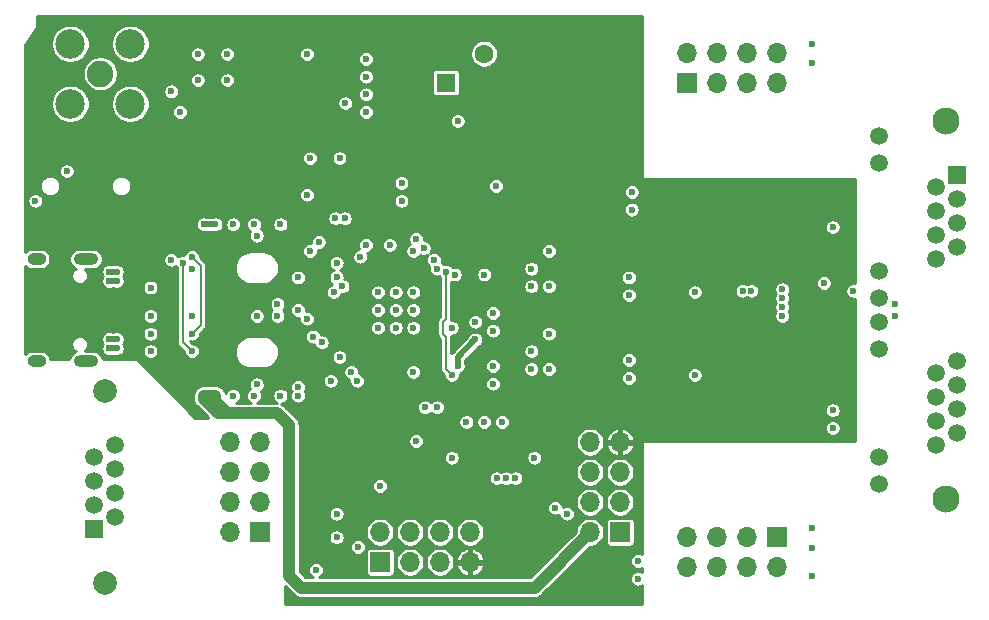
<source format=gbr>
G04 #@! TF.GenerationSoftware,KiCad,Pcbnew,5.1.5*
G04 #@! TF.CreationDate,2020-09-01T21:22:27+02:00*
G04 #@! TF.ProjectId,icE1usb,69634531-7573-4622-9e6b-696361645f70,1.0*
G04 #@! TF.SameCoordinates,Original*
G04 #@! TF.FileFunction,Copper,L3,Inr*
G04 #@! TF.FilePolarity,Positive*
%FSLAX46Y46*%
G04 Gerber Fmt 4.6, Leading zero omitted, Abs format (unit mm)*
G04 Created by KiCad (PCBNEW 5.1.5) date 2020-09-01 21:22:27*
%MOMM*%
%LPD*%
G04 APERTURE LIST*
%ADD10C,1.500000*%
%ADD11C,2.300000*%
%ADD12R,1.500000X1.500000*%
%ADD13C,1.600000*%
%ADD14R,1.600000X1.600000*%
%ADD15O,1.700000X1.700000*%
%ADD16R,1.700000X1.700000*%
%ADD17C,2.250000*%
%ADD18C,2.500000*%
%ADD19C,2.000000*%
%ADD20O,2.100000X1.000000*%
%ADD21O,1.600000X1.000000*%
%ADD22C,0.600000*%
%ADD23C,0.500000*%
%ADD24C,1.000000*%
%ADD25C,0.200000*%
%ADD26C,0.250000*%
G04 APERTURE END LIST*
D10*
X36500000Y-10411000D03*
X34720000Y-9395000D03*
X36500000Y-8379000D03*
X34720000Y-7363000D03*
X34720000Y-11427000D03*
X36500000Y-4315000D03*
X34720000Y-5331000D03*
X36500000Y-6347000D03*
X29900000Y-1015000D03*
X29900000Y-14735000D03*
X29900000Y-12445000D03*
X29900000Y-3305000D03*
X29900000Y1015000D03*
X29900000Y3305000D03*
X29900000Y12445000D03*
X29900000Y14735000D03*
D11*
X35610000Y16005000D03*
X35610000Y-15995000D03*
D10*
X34720000Y4323000D03*
X34720000Y6355000D03*
X34720000Y8387000D03*
X34720000Y10419000D03*
X36500000Y5339000D03*
X36500000Y7371000D03*
X36500000Y9403000D03*
D12*
X36500000Y11435000D03*
D13*
X-3500000Y21700000D03*
D14*
X-6750000Y19250000D03*
D15*
X5460000Y-11190000D03*
X8000000Y-11190000D03*
X5460000Y-13730000D03*
X8000000Y-13730000D03*
X5460000Y-16270000D03*
X8000000Y-16270000D03*
X5460000Y-18810000D03*
D16*
X8000000Y-18810000D03*
D15*
X-25020000Y-11190000D03*
X-22480000Y-11190000D03*
X-25020000Y-13730000D03*
X-22480000Y-13730000D03*
X-25020000Y-16270000D03*
X-22480000Y-16270000D03*
X-25020000Y-18810000D03*
D16*
X-22480000Y-18810000D03*
D17*
X-36000000Y20000000D03*
D18*
X-33460000Y22540000D03*
X-38540000Y22540000D03*
X-38540000Y17460000D03*
X-33460000Y17460000D03*
D15*
X13690000Y-21770000D03*
X13690000Y-19230000D03*
X16230000Y-21770000D03*
X16230000Y-19230000D03*
X18770000Y-21770000D03*
X18770000Y-19230000D03*
X21310000Y-21770000D03*
D16*
X21310000Y-19230000D03*
D15*
X21310000Y21770000D03*
X21310000Y19230000D03*
X18770000Y21770000D03*
X18770000Y19230000D03*
X16230000Y21770000D03*
X16230000Y19230000D03*
X13690000Y21770000D03*
D16*
X13690000Y19230000D03*
D15*
X-4700000Y-18810000D03*
X-4700000Y-21350000D03*
X-7240000Y-18810000D03*
X-7240000Y-21350000D03*
X-9780000Y-18810000D03*
X-9780000Y-21350000D03*
X-12320000Y-18810000D03*
D16*
X-12320000Y-21350000D03*
D19*
X-35610000Y-23140000D03*
X-35610000Y-6880000D03*
D10*
X-34720000Y-11430000D03*
X-34720000Y-13470000D03*
X-34720000Y-15510000D03*
X-34720000Y-17550000D03*
X-36500000Y-12450000D03*
X-36500000Y-14490000D03*
X-36500000Y-16530000D03*
D12*
X-36500000Y-18570000D03*
D20*
X-37220000Y-4320000D03*
X-37220000Y4320000D03*
D21*
X-41400000Y4320000D03*
X-41400000Y-4320000D03*
D22*
X-16000000Y-17250000D03*
X-17750000Y-22000000D03*
X-41500000Y9250000D03*
X-24750000Y7250000D03*
X-23000000Y7250000D03*
X-20750000Y7250000D03*
X-24750000Y-7250000D03*
X-23000000Y-7250000D03*
X-20750000Y-7250000D03*
X-12500000Y-1500000D03*
X-9500000Y-1500000D03*
X-9500000Y1500000D03*
X-12500000Y1500000D03*
X-9500000Y0D03*
X-11000000Y1500000D03*
X-11000000Y-1500000D03*
X-12500000Y0D03*
X-11000000Y0D03*
X-13500000Y16750000D03*
X-13500000Y19750000D03*
X-13500000Y21250000D03*
X-13500000Y18250000D03*
X-15750000Y12850000D03*
X-18250000Y12850000D03*
X-27750000Y19450000D03*
X-27750000Y21650000D03*
X-25250000Y21650000D03*
X-25250000Y19450000D03*
X-30000000Y18500000D03*
X-29250000Y16750000D03*
X-2500000Y10500000D03*
X-5750000Y16000000D03*
X-10500000Y10750000D03*
X-10500000Y9250000D03*
X-6250000Y-12500000D03*
X-850000Y-14250000D03*
X750000Y-12500000D03*
X-3500000Y3000000D03*
X-2750000Y-250000D03*
X-2750000Y-1750000D03*
X-19250000Y2750000D03*
X-19250000Y0D03*
X500000Y3500000D03*
X500000Y2000000D03*
X500000Y-5000000D03*
X500000Y-3500000D03*
X-34625000Y3250000D03*
X-34625000Y-3250000D03*
X-28250000Y3500000D03*
X-31750000Y-500000D03*
X-31750000Y-2000000D03*
X-31750000Y-3500000D03*
X31250000Y500000D03*
X19125000Y1625000D03*
X9000000Y8500000D03*
X9000000Y10000000D03*
X26000000Y-10000000D03*
X26000000Y-8500000D03*
X14325000Y1500000D03*
X14325000Y-5500000D03*
X18375000Y1625000D03*
X27750000Y1625000D03*
X25250000Y2275000D03*
X-35250000Y-3250000D03*
X-35250000Y3250000D03*
X-30000000Y4250000D03*
X-8500000Y-8250000D03*
X-2750000Y-4750000D03*
X-9250000Y-11095000D03*
X-21000000Y-500000D03*
X-9250000Y6000000D03*
X-22750000Y-500000D03*
X-8625000Y5250000D03*
X-9500000Y5000000D03*
X-21000000Y500000D03*
X-9250000Y-6750000D03*
X-16000000Y-15750000D03*
X-9250000Y-12365000D03*
X-17750000Y-19250000D03*
X-19250000Y7250000D03*
X-19250000Y8000000D03*
X-10500000Y16750000D03*
X-15250000Y22000000D03*
X-15250000Y20500000D03*
X-15250000Y19000000D03*
X6200000Y-22000000D03*
X-7250000Y16000000D03*
X-50000Y-14250000D03*
X-5000000Y3000000D03*
X-17750000Y2000000D03*
X-7750000Y-4250000D03*
X-7750000Y-4250000D03*
X-7750000Y-4250000D03*
X-7750000Y-4250000D03*
X9000000Y7000000D03*
X26000000Y-7000000D03*
X18375000Y-1625000D03*
X19125000Y-1625000D03*
X-22750000Y500000D03*
X14325000Y5500000D03*
X14325000Y-1500000D03*
X-4250000Y-2500000D03*
X-5750000Y-4750000D03*
X-22750000Y6300000D03*
X-19250000Y-6500000D03*
X-19250000Y-7250000D03*
X-4250000Y-1000000D03*
X-18500000Y-750000D03*
X-2750000Y-6250000D03*
X-22750000Y-6300000D03*
X-26250000Y7250000D03*
X-26250000Y-7250000D03*
X-34625000Y2450000D03*
X-34625000Y-2450000D03*
X-28250000Y-500000D03*
X-35250000Y-2450000D03*
X-35250000Y2450000D03*
X-27250000Y7250000D03*
X-27250000Y-7250000D03*
X24250000Y22500000D03*
X24250000Y20875000D03*
X24250000Y-18500000D03*
X24250000Y-20125000D03*
X24250000Y-22500000D03*
X21750000Y-500000D03*
X-14170000Y-20080000D03*
X-17250000Y-2750000D03*
X-16000000Y-19250000D03*
X3500000Y-17250000D03*
X-18000000Y-2250000D03*
X21750000Y1750000D03*
X-12320000Y-14905000D03*
X26000000Y7000000D03*
X31250000Y-500000D03*
X21750000Y1000000D03*
X-31750000Y1900000D03*
X-38850000Y11750000D03*
X-2000000Y-9500000D03*
X2000000Y5000000D03*
X2000000Y-5000000D03*
X-3500000Y-9500000D03*
X2000000Y2000000D03*
X-5000000Y-9500000D03*
X2000000Y-2000000D03*
X9500000Y-21250000D03*
X-18250000Y5000000D03*
X-16250000Y1500000D03*
X9500000Y-22750000D03*
X-17500000Y5750000D03*
X-15500000Y2000000D03*
X-14250000Y-6000000D03*
X-7500000Y-8250000D03*
X8750000Y2750000D03*
X-11500000Y5500000D03*
X-7500000Y3500000D03*
X8750000Y1250000D03*
X-6000000Y3000000D03*
X8750000Y-4250000D03*
X-7750000Y4250000D03*
X8750000Y-5750000D03*
X-18500000Y21650000D03*
X-18500000Y9750000D03*
X-16000000Y4000000D03*
X-16000000Y4000000D03*
X-16000000Y2750000D03*
X-15300000Y7750000D03*
X-13500000Y5500000D03*
X-16100000Y7750000D03*
X-14000000Y4500000D03*
X-15750000Y-4000000D03*
X-16500000Y-6000000D03*
X-28250000Y-3500000D03*
X-29000000Y4000000D03*
X-14750000Y-5250000D03*
X-9500000Y-5250000D03*
X-28250000Y-2000000D03*
X-28250000Y4500000D03*
X2500000Y-16750000D03*
X21750000Y250000D03*
X-15250000Y17500000D03*
X-2450000Y-14250000D03*
X-6250000Y-5500000D03*
X-6750000Y3250000D03*
X-1650000Y-14250000D03*
X-6250000Y-1500000D03*
D23*
X-35250000Y3250000D02*
X-34625000Y3250000D01*
X-35250000Y-3250000D02*
X-34625000Y-3250000D01*
X-5750000Y-4000000D02*
X-4250000Y-2500000D01*
X-5750000Y-4750000D02*
X-5750000Y-4000000D01*
D24*
X-27250000Y-7500000D02*
X-26000000Y-8750000D01*
X-27250000Y-7250000D02*
X-27250000Y-7500000D01*
X-26250000Y-8500000D02*
X-26000000Y-8750000D01*
X-26250000Y-7250000D02*
X-26250000Y-8500000D01*
X-26250000Y-7750000D02*
X-25250000Y-8750000D01*
X-26250000Y-7250000D02*
X-26250000Y-7750000D01*
X-26000000Y-8750000D02*
X-25250000Y-8750000D01*
X-27250000Y-7250000D02*
X-26250000Y-7250000D01*
D23*
X-35250000Y2450000D02*
X-34625000Y2450000D01*
X-35250000Y-2450000D02*
X-34625000Y-2450000D01*
X-27250000Y7250000D02*
X-26250000Y7250000D01*
D24*
X-21000000Y-8750000D02*
X-20000000Y-9750000D01*
X-20000000Y-9750000D02*
X-20000000Y-22500000D01*
X-25250000Y-8750000D02*
X-21000000Y-8750000D01*
X770000Y-23500000D02*
X5460000Y-18810000D01*
X-19000000Y-23500000D02*
X770000Y-23500000D01*
X-20000000Y-22500000D02*
X-19000000Y-23500000D01*
D25*
X-29000000Y-2750000D02*
X-28250000Y-3500000D01*
X-29000000Y4000000D02*
X-29000000Y-2750000D01*
X-28250000Y-2000000D02*
X-27500000Y-1250000D01*
X-27500000Y3750000D02*
X-28250000Y4500000D01*
X-27500000Y-1250000D02*
X-27500000Y3750000D01*
X-6750000Y3250000D02*
X-6750000Y-750000D01*
X-6750000Y-750000D02*
X-7000000Y-1000000D01*
X-7000000Y-1000000D02*
X-7000000Y-2000000D01*
X-7000000Y-2000000D02*
X-6750000Y-2250000D01*
X-6750000Y-5000000D02*
X-6250000Y-5500000D01*
X-6750000Y-2250000D02*
X-6750000Y-5000000D01*
D26*
G36*
X9875000Y11250000D02*
G01*
X9877402Y11225614D01*
X9884515Y11202165D01*
X9896066Y11180554D01*
X9911612Y11161612D01*
X9930554Y11146066D01*
X9952165Y11134515D01*
X9975614Y11127402D01*
X10000000Y11125000D01*
X27875000Y11125000D01*
X27875000Y2288360D01*
X27816482Y2300000D01*
X27683518Y2300000D01*
X27553110Y2274060D01*
X27430268Y2223177D01*
X27319713Y2149307D01*
X27225693Y2055287D01*
X27151823Y1944732D01*
X27100940Y1821890D01*
X27075000Y1691482D01*
X27075000Y1558518D01*
X27100940Y1428110D01*
X27151823Y1305268D01*
X27225693Y1194713D01*
X27319713Y1100693D01*
X27430268Y1026823D01*
X27553110Y975940D01*
X27683518Y950000D01*
X27816482Y950000D01*
X27875000Y961640D01*
X27875000Y-11125000D01*
X10000000Y-11125000D01*
X9975614Y-11127402D01*
X9952165Y-11134515D01*
X9930554Y-11146066D01*
X9911612Y-11161612D01*
X9896066Y-11180554D01*
X9884515Y-11202165D01*
X9877402Y-11225614D01*
X9875000Y-11250000D01*
X9875000Y-20688752D01*
X9819732Y-20651823D01*
X9696890Y-20600940D01*
X9566482Y-20575000D01*
X9433518Y-20575000D01*
X9303110Y-20600940D01*
X9180268Y-20651823D01*
X9069713Y-20725693D01*
X8975693Y-20819713D01*
X8901823Y-20930268D01*
X8850940Y-21053110D01*
X8825000Y-21183518D01*
X8825000Y-21316482D01*
X8850940Y-21446890D01*
X8901823Y-21569732D01*
X8975693Y-21680287D01*
X9069713Y-21774307D01*
X9180268Y-21848177D01*
X9303110Y-21899060D01*
X9433518Y-21925000D01*
X9566482Y-21925000D01*
X9696890Y-21899060D01*
X9819732Y-21848177D01*
X9875000Y-21811248D01*
X9875000Y-22188752D01*
X9819732Y-22151823D01*
X9696890Y-22100940D01*
X9566482Y-22075000D01*
X9433518Y-22075000D01*
X9303110Y-22100940D01*
X9180268Y-22151823D01*
X9069713Y-22225693D01*
X8975693Y-22319713D01*
X8901823Y-22430268D01*
X8850940Y-22553110D01*
X8825000Y-22683518D01*
X8825000Y-22816482D01*
X8850940Y-22946890D01*
X8901823Y-23069732D01*
X8975693Y-23180287D01*
X9069713Y-23274307D01*
X9180268Y-23348177D01*
X9303110Y-23399060D01*
X9433518Y-23425000D01*
X9566482Y-23425000D01*
X9696890Y-23399060D01*
X9819732Y-23348177D01*
X9875000Y-23311248D01*
X9875000Y-24875000D01*
X-20375000Y-24875000D01*
X-20375000Y-23362436D01*
X-19649112Y-24088325D01*
X-19621712Y-24121712D01*
X-19494131Y-24226415D01*
X-19488476Y-24231056D01*
X-19336468Y-24312305D01*
X-19171530Y-24362339D01*
X-19000000Y-24379233D01*
X-18957021Y-24375000D01*
X727021Y-24375000D01*
X770000Y-24379233D01*
X812979Y-24375000D01*
X941530Y-24362339D01*
X1106468Y-24312305D01*
X1258476Y-24231056D01*
X1391712Y-24121712D01*
X1419117Y-24088319D01*
X5472437Y-20035000D01*
X5580652Y-20035000D01*
X5817319Y-19987924D01*
X6040255Y-19895581D01*
X6240892Y-19761519D01*
X6411519Y-19590892D01*
X6545581Y-19390255D01*
X6637924Y-19167319D01*
X6685000Y-18930652D01*
X6685000Y-18689348D01*
X6637924Y-18452681D01*
X6545581Y-18229745D01*
X6411519Y-18029108D01*
X6342411Y-17960000D01*
X6773186Y-17960000D01*
X6773186Y-19660000D01*
X6780426Y-19733513D01*
X6801869Y-19804200D01*
X6836691Y-19869347D01*
X6883552Y-19926448D01*
X6940653Y-19973309D01*
X7005800Y-20008131D01*
X7076487Y-20029574D01*
X7150000Y-20036814D01*
X8850000Y-20036814D01*
X8923513Y-20029574D01*
X8994200Y-20008131D01*
X9059347Y-19973309D01*
X9116448Y-19926448D01*
X9163309Y-19869347D01*
X9198131Y-19804200D01*
X9219574Y-19733513D01*
X9226814Y-19660000D01*
X9226814Y-17960000D01*
X9219574Y-17886487D01*
X9198131Y-17815800D01*
X9163309Y-17750653D01*
X9116448Y-17693552D01*
X9059347Y-17646691D01*
X8994200Y-17611869D01*
X8923513Y-17590426D01*
X8850000Y-17583186D01*
X7150000Y-17583186D01*
X7076487Y-17590426D01*
X7005800Y-17611869D01*
X6940653Y-17646691D01*
X6883552Y-17693552D01*
X6836691Y-17750653D01*
X6801869Y-17815800D01*
X6780426Y-17886487D01*
X6773186Y-17960000D01*
X6342411Y-17960000D01*
X6240892Y-17858481D01*
X6040255Y-17724419D01*
X5817319Y-17632076D01*
X5580652Y-17585000D01*
X5339348Y-17585000D01*
X5102681Y-17632076D01*
X4879745Y-17724419D01*
X4679108Y-17858481D01*
X4508481Y-18029108D01*
X4374419Y-18229745D01*
X4282076Y-18452681D01*
X4235000Y-18689348D01*
X4235000Y-18797563D01*
X407564Y-22625000D01*
X-17495024Y-22625000D01*
X-17430268Y-22598177D01*
X-17319713Y-22524307D01*
X-17225693Y-22430287D01*
X-17151823Y-22319732D01*
X-17100940Y-22196890D01*
X-17075000Y-22066482D01*
X-17075000Y-21933518D01*
X-17100940Y-21803110D01*
X-17151823Y-21680268D01*
X-17225693Y-21569713D01*
X-17319713Y-21475693D01*
X-17430268Y-21401823D01*
X-17553110Y-21350940D01*
X-17683518Y-21325000D01*
X-17816482Y-21325000D01*
X-17946890Y-21350940D01*
X-18069732Y-21401823D01*
X-18180287Y-21475693D01*
X-18274307Y-21569713D01*
X-18348177Y-21680268D01*
X-18399060Y-21803110D01*
X-18425000Y-21933518D01*
X-18425000Y-22066482D01*
X-18399060Y-22196890D01*
X-18348177Y-22319732D01*
X-18274307Y-22430287D01*
X-18180287Y-22524307D01*
X-18069732Y-22598177D01*
X-18004976Y-22625000D01*
X-18637563Y-22625000D01*
X-19125000Y-22137564D01*
X-19125000Y-20013518D01*
X-14845000Y-20013518D01*
X-14845000Y-20146482D01*
X-14819060Y-20276890D01*
X-14768177Y-20399732D01*
X-14694307Y-20510287D01*
X-14600287Y-20604307D01*
X-14489732Y-20678177D01*
X-14366890Y-20729060D01*
X-14236482Y-20755000D01*
X-14103518Y-20755000D01*
X-13973110Y-20729060D01*
X-13850268Y-20678177D01*
X-13739713Y-20604307D01*
X-13645693Y-20510287D01*
X-13638820Y-20500000D01*
X-13546814Y-20500000D01*
X-13546814Y-22200000D01*
X-13539574Y-22273513D01*
X-13518131Y-22344200D01*
X-13483309Y-22409347D01*
X-13436448Y-22466448D01*
X-13379347Y-22513309D01*
X-13314200Y-22548131D01*
X-13243513Y-22569574D01*
X-13170000Y-22576814D01*
X-11470000Y-22576814D01*
X-11396487Y-22569574D01*
X-11325800Y-22548131D01*
X-11260653Y-22513309D01*
X-11203552Y-22466448D01*
X-11156691Y-22409347D01*
X-11121869Y-22344200D01*
X-11100426Y-22273513D01*
X-11093186Y-22200000D01*
X-11093186Y-21229348D01*
X-11005000Y-21229348D01*
X-11005000Y-21470652D01*
X-10957924Y-21707319D01*
X-10865581Y-21930255D01*
X-10731519Y-22130892D01*
X-10560892Y-22301519D01*
X-10360255Y-22435581D01*
X-10137319Y-22527924D01*
X-9900652Y-22575000D01*
X-9659348Y-22575000D01*
X-9422681Y-22527924D01*
X-9199745Y-22435581D01*
X-8999108Y-22301519D01*
X-8828481Y-22130892D01*
X-8694419Y-21930255D01*
X-8602076Y-21707319D01*
X-8555000Y-21470652D01*
X-8555000Y-21229348D01*
X-8465000Y-21229348D01*
X-8465000Y-21470652D01*
X-8417924Y-21707319D01*
X-8325581Y-21930255D01*
X-8191519Y-22130892D01*
X-8020892Y-22301519D01*
X-7820255Y-22435581D01*
X-7597319Y-22527924D01*
X-7360652Y-22575000D01*
X-7119348Y-22575000D01*
X-6882681Y-22527924D01*
X-6659745Y-22435581D01*
X-6459108Y-22301519D01*
X-6288481Y-22130892D01*
X-6154419Y-21930255D01*
X-6062076Y-21707319D01*
X-6053479Y-21664094D01*
X-5884055Y-21664094D01*
X-5800027Y-21889056D01*
X-5673726Y-22093303D01*
X-5510005Y-22268985D01*
X-5315156Y-22409351D01*
X-5096667Y-22509007D01*
X-5014093Y-22534049D01*
X-4825000Y-22474323D01*
X-4825000Y-21475000D01*
X-4575000Y-21475000D01*
X-4575000Y-22474323D01*
X-4385907Y-22534049D01*
X-4303333Y-22509007D01*
X-4084844Y-22409351D01*
X-3889995Y-22268985D01*
X-3726274Y-22093303D01*
X-3599973Y-21889056D01*
X-3515945Y-21664094D01*
X-3575138Y-21475000D01*
X-4575000Y-21475000D01*
X-4825000Y-21475000D01*
X-5824862Y-21475000D01*
X-5884055Y-21664094D01*
X-6053479Y-21664094D01*
X-6015000Y-21470652D01*
X-6015000Y-21229348D01*
X-6053478Y-21035906D01*
X-5884055Y-21035906D01*
X-5824862Y-21225000D01*
X-4825000Y-21225000D01*
X-4825000Y-20225677D01*
X-4575000Y-20225677D01*
X-4575000Y-21225000D01*
X-3575138Y-21225000D01*
X-3515945Y-21035906D01*
X-3599973Y-20810944D01*
X-3726274Y-20606697D01*
X-3889995Y-20431015D01*
X-4084844Y-20290649D01*
X-4303333Y-20190993D01*
X-4385907Y-20165951D01*
X-4575000Y-20225677D01*
X-4825000Y-20225677D01*
X-5014093Y-20165951D01*
X-5096667Y-20190993D01*
X-5315156Y-20290649D01*
X-5510005Y-20431015D01*
X-5673726Y-20606697D01*
X-5800027Y-20810944D01*
X-5884055Y-21035906D01*
X-6053478Y-21035906D01*
X-6062076Y-20992681D01*
X-6154419Y-20769745D01*
X-6288481Y-20569108D01*
X-6459108Y-20398481D01*
X-6659745Y-20264419D01*
X-6882681Y-20172076D01*
X-7119348Y-20125000D01*
X-7360652Y-20125000D01*
X-7597319Y-20172076D01*
X-7820255Y-20264419D01*
X-8020892Y-20398481D01*
X-8191519Y-20569108D01*
X-8325581Y-20769745D01*
X-8417924Y-20992681D01*
X-8465000Y-21229348D01*
X-8555000Y-21229348D01*
X-8602076Y-20992681D01*
X-8694419Y-20769745D01*
X-8828481Y-20569108D01*
X-8999108Y-20398481D01*
X-9199745Y-20264419D01*
X-9422681Y-20172076D01*
X-9659348Y-20125000D01*
X-9900652Y-20125000D01*
X-10137319Y-20172076D01*
X-10360255Y-20264419D01*
X-10560892Y-20398481D01*
X-10731519Y-20569108D01*
X-10865581Y-20769745D01*
X-10957924Y-20992681D01*
X-11005000Y-21229348D01*
X-11093186Y-21229348D01*
X-11093186Y-20500000D01*
X-11100426Y-20426487D01*
X-11121869Y-20355800D01*
X-11156691Y-20290653D01*
X-11203552Y-20233552D01*
X-11260653Y-20186691D01*
X-11325800Y-20151869D01*
X-11396487Y-20130426D01*
X-11470000Y-20123186D01*
X-13170000Y-20123186D01*
X-13243513Y-20130426D01*
X-13314200Y-20151869D01*
X-13379347Y-20186691D01*
X-13436448Y-20233552D01*
X-13483309Y-20290653D01*
X-13518131Y-20355800D01*
X-13539574Y-20426487D01*
X-13546814Y-20500000D01*
X-13638820Y-20500000D01*
X-13571823Y-20399732D01*
X-13520940Y-20276890D01*
X-13495000Y-20146482D01*
X-13495000Y-20013518D01*
X-13520940Y-19883110D01*
X-13571823Y-19760268D01*
X-13645693Y-19649713D01*
X-13739713Y-19555693D01*
X-13850268Y-19481823D01*
X-13973110Y-19430940D01*
X-14103518Y-19405000D01*
X-14236482Y-19405000D01*
X-14366890Y-19430940D01*
X-14489732Y-19481823D01*
X-14600287Y-19555693D01*
X-14694307Y-19649713D01*
X-14768177Y-19760268D01*
X-14819060Y-19883110D01*
X-14845000Y-20013518D01*
X-19125000Y-20013518D01*
X-19125000Y-19183518D01*
X-16675000Y-19183518D01*
X-16675000Y-19316482D01*
X-16649060Y-19446890D01*
X-16598177Y-19569732D01*
X-16524307Y-19680287D01*
X-16430287Y-19774307D01*
X-16319732Y-19848177D01*
X-16196890Y-19899060D01*
X-16066482Y-19925000D01*
X-15933518Y-19925000D01*
X-15803110Y-19899060D01*
X-15680268Y-19848177D01*
X-15569713Y-19774307D01*
X-15475693Y-19680287D01*
X-15401823Y-19569732D01*
X-15350940Y-19446890D01*
X-15325000Y-19316482D01*
X-15325000Y-19183518D01*
X-15350940Y-19053110D01*
X-15401823Y-18930268D01*
X-15475693Y-18819713D01*
X-15569713Y-18725693D01*
X-15624107Y-18689348D01*
X-13545000Y-18689348D01*
X-13545000Y-18930652D01*
X-13497924Y-19167319D01*
X-13405581Y-19390255D01*
X-13271519Y-19590892D01*
X-13100892Y-19761519D01*
X-12900255Y-19895581D01*
X-12677319Y-19987924D01*
X-12440652Y-20035000D01*
X-12199348Y-20035000D01*
X-11962681Y-19987924D01*
X-11739745Y-19895581D01*
X-11539108Y-19761519D01*
X-11368481Y-19590892D01*
X-11234419Y-19390255D01*
X-11142076Y-19167319D01*
X-11095000Y-18930652D01*
X-11095000Y-18689348D01*
X-11005000Y-18689348D01*
X-11005000Y-18930652D01*
X-10957924Y-19167319D01*
X-10865581Y-19390255D01*
X-10731519Y-19590892D01*
X-10560892Y-19761519D01*
X-10360255Y-19895581D01*
X-10137319Y-19987924D01*
X-9900652Y-20035000D01*
X-9659348Y-20035000D01*
X-9422681Y-19987924D01*
X-9199745Y-19895581D01*
X-8999108Y-19761519D01*
X-8828481Y-19590892D01*
X-8694419Y-19390255D01*
X-8602076Y-19167319D01*
X-8555000Y-18930652D01*
X-8555000Y-18689348D01*
X-8465000Y-18689348D01*
X-8465000Y-18930652D01*
X-8417924Y-19167319D01*
X-8325581Y-19390255D01*
X-8191519Y-19590892D01*
X-8020892Y-19761519D01*
X-7820255Y-19895581D01*
X-7597319Y-19987924D01*
X-7360652Y-20035000D01*
X-7119348Y-20035000D01*
X-6882681Y-19987924D01*
X-6659745Y-19895581D01*
X-6459108Y-19761519D01*
X-6288481Y-19590892D01*
X-6154419Y-19390255D01*
X-6062076Y-19167319D01*
X-6015000Y-18930652D01*
X-6015000Y-18689348D01*
X-5925000Y-18689348D01*
X-5925000Y-18930652D01*
X-5877924Y-19167319D01*
X-5785581Y-19390255D01*
X-5651519Y-19590892D01*
X-5480892Y-19761519D01*
X-5280255Y-19895581D01*
X-5057319Y-19987924D01*
X-4820652Y-20035000D01*
X-4579348Y-20035000D01*
X-4342681Y-19987924D01*
X-4119745Y-19895581D01*
X-3919108Y-19761519D01*
X-3748481Y-19590892D01*
X-3614419Y-19390255D01*
X-3522076Y-19167319D01*
X-3475000Y-18930652D01*
X-3475000Y-18689348D01*
X-3522076Y-18452681D01*
X-3614419Y-18229745D01*
X-3748481Y-18029108D01*
X-3919108Y-17858481D01*
X-4119745Y-17724419D01*
X-4342681Y-17632076D01*
X-4579348Y-17585000D01*
X-4820652Y-17585000D01*
X-5057319Y-17632076D01*
X-5280255Y-17724419D01*
X-5480892Y-17858481D01*
X-5651519Y-18029108D01*
X-5785581Y-18229745D01*
X-5877924Y-18452681D01*
X-5925000Y-18689348D01*
X-6015000Y-18689348D01*
X-6062076Y-18452681D01*
X-6154419Y-18229745D01*
X-6288481Y-18029108D01*
X-6459108Y-17858481D01*
X-6659745Y-17724419D01*
X-6882681Y-17632076D01*
X-7119348Y-17585000D01*
X-7360652Y-17585000D01*
X-7597319Y-17632076D01*
X-7820255Y-17724419D01*
X-8020892Y-17858481D01*
X-8191519Y-18029108D01*
X-8325581Y-18229745D01*
X-8417924Y-18452681D01*
X-8465000Y-18689348D01*
X-8555000Y-18689348D01*
X-8602076Y-18452681D01*
X-8694419Y-18229745D01*
X-8828481Y-18029108D01*
X-8999108Y-17858481D01*
X-9199745Y-17724419D01*
X-9422681Y-17632076D01*
X-9659348Y-17585000D01*
X-9900652Y-17585000D01*
X-10137319Y-17632076D01*
X-10360255Y-17724419D01*
X-10560892Y-17858481D01*
X-10731519Y-18029108D01*
X-10865581Y-18229745D01*
X-10957924Y-18452681D01*
X-11005000Y-18689348D01*
X-11095000Y-18689348D01*
X-11142076Y-18452681D01*
X-11234419Y-18229745D01*
X-11368481Y-18029108D01*
X-11539108Y-17858481D01*
X-11739745Y-17724419D01*
X-11962681Y-17632076D01*
X-12199348Y-17585000D01*
X-12440652Y-17585000D01*
X-12677319Y-17632076D01*
X-12900255Y-17724419D01*
X-13100892Y-17858481D01*
X-13271519Y-18029108D01*
X-13405581Y-18229745D01*
X-13497924Y-18452681D01*
X-13545000Y-18689348D01*
X-15624107Y-18689348D01*
X-15680268Y-18651823D01*
X-15803110Y-18600940D01*
X-15933518Y-18575000D01*
X-16066482Y-18575000D01*
X-16196890Y-18600940D01*
X-16319732Y-18651823D01*
X-16430287Y-18725693D01*
X-16524307Y-18819713D01*
X-16598177Y-18930268D01*
X-16649060Y-19053110D01*
X-16675000Y-19183518D01*
X-19125000Y-19183518D01*
X-19125000Y-17183518D01*
X-16675000Y-17183518D01*
X-16675000Y-17316482D01*
X-16649060Y-17446890D01*
X-16598177Y-17569732D01*
X-16524307Y-17680287D01*
X-16430287Y-17774307D01*
X-16319732Y-17848177D01*
X-16196890Y-17899060D01*
X-16066482Y-17925000D01*
X-15933518Y-17925000D01*
X-15803110Y-17899060D01*
X-15680268Y-17848177D01*
X-15569713Y-17774307D01*
X-15475693Y-17680287D01*
X-15401823Y-17569732D01*
X-15350940Y-17446890D01*
X-15325000Y-17316482D01*
X-15325000Y-17183518D01*
X-15350940Y-17053110D01*
X-15401823Y-16930268D01*
X-15475693Y-16819713D01*
X-15569713Y-16725693D01*
X-15632832Y-16683518D01*
X1825000Y-16683518D01*
X1825000Y-16816482D01*
X1850940Y-16946890D01*
X1901823Y-17069732D01*
X1975693Y-17180287D01*
X2069713Y-17274307D01*
X2180268Y-17348177D01*
X2303110Y-17399060D01*
X2433518Y-17425000D01*
X2566482Y-17425000D01*
X2696890Y-17399060D01*
X2819732Y-17348177D01*
X2829947Y-17341352D01*
X2850940Y-17446890D01*
X2901823Y-17569732D01*
X2975693Y-17680287D01*
X3069713Y-17774307D01*
X3180268Y-17848177D01*
X3303110Y-17899060D01*
X3433518Y-17925000D01*
X3566482Y-17925000D01*
X3696890Y-17899060D01*
X3819732Y-17848177D01*
X3930287Y-17774307D01*
X4024307Y-17680287D01*
X4098177Y-17569732D01*
X4149060Y-17446890D01*
X4175000Y-17316482D01*
X4175000Y-17183518D01*
X4149060Y-17053110D01*
X4098177Y-16930268D01*
X4024307Y-16819713D01*
X3930287Y-16725693D01*
X3819732Y-16651823D01*
X3696890Y-16600940D01*
X3566482Y-16575000D01*
X3433518Y-16575000D01*
X3303110Y-16600940D01*
X3180268Y-16651823D01*
X3170053Y-16658648D01*
X3149060Y-16553110D01*
X3098177Y-16430268D01*
X3024307Y-16319713D01*
X2930287Y-16225693D01*
X2819732Y-16151823D01*
X2813757Y-16149348D01*
X4235000Y-16149348D01*
X4235000Y-16390652D01*
X4282076Y-16627319D01*
X4374419Y-16850255D01*
X4508481Y-17050892D01*
X4679108Y-17221519D01*
X4879745Y-17355581D01*
X5102681Y-17447924D01*
X5339348Y-17495000D01*
X5580652Y-17495000D01*
X5817319Y-17447924D01*
X6040255Y-17355581D01*
X6240892Y-17221519D01*
X6411519Y-17050892D01*
X6545581Y-16850255D01*
X6637924Y-16627319D01*
X6685000Y-16390652D01*
X6685000Y-16149348D01*
X6775000Y-16149348D01*
X6775000Y-16390652D01*
X6822076Y-16627319D01*
X6914419Y-16850255D01*
X7048481Y-17050892D01*
X7219108Y-17221519D01*
X7419745Y-17355581D01*
X7642681Y-17447924D01*
X7879348Y-17495000D01*
X8120652Y-17495000D01*
X8357319Y-17447924D01*
X8580255Y-17355581D01*
X8780892Y-17221519D01*
X8951519Y-17050892D01*
X9085581Y-16850255D01*
X9177924Y-16627319D01*
X9225000Y-16390652D01*
X9225000Y-16149348D01*
X9177924Y-15912681D01*
X9085581Y-15689745D01*
X8951519Y-15489108D01*
X8780892Y-15318481D01*
X8580255Y-15184419D01*
X8357319Y-15092076D01*
X8120652Y-15045000D01*
X7879348Y-15045000D01*
X7642681Y-15092076D01*
X7419745Y-15184419D01*
X7219108Y-15318481D01*
X7048481Y-15489108D01*
X6914419Y-15689745D01*
X6822076Y-15912681D01*
X6775000Y-16149348D01*
X6685000Y-16149348D01*
X6637924Y-15912681D01*
X6545581Y-15689745D01*
X6411519Y-15489108D01*
X6240892Y-15318481D01*
X6040255Y-15184419D01*
X5817319Y-15092076D01*
X5580652Y-15045000D01*
X5339348Y-15045000D01*
X5102681Y-15092076D01*
X4879745Y-15184419D01*
X4679108Y-15318481D01*
X4508481Y-15489108D01*
X4374419Y-15689745D01*
X4282076Y-15912681D01*
X4235000Y-16149348D01*
X2813757Y-16149348D01*
X2696890Y-16100940D01*
X2566482Y-16075000D01*
X2433518Y-16075000D01*
X2303110Y-16100940D01*
X2180268Y-16151823D01*
X2069713Y-16225693D01*
X1975693Y-16319713D01*
X1901823Y-16430268D01*
X1850940Y-16553110D01*
X1825000Y-16683518D01*
X-15632832Y-16683518D01*
X-15680268Y-16651823D01*
X-15803110Y-16600940D01*
X-15933518Y-16575000D01*
X-16066482Y-16575000D01*
X-16196890Y-16600940D01*
X-16319732Y-16651823D01*
X-16430287Y-16725693D01*
X-16524307Y-16819713D01*
X-16598177Y-16930268D01*
X-16649060Y-17053110D01*
X-16675000Y-17183518D01*
X-19125000Y-17183518D01*
X-19125000Y-14838518D01*
X-12995000Y-14838518D01*
X-12995000Y-14971482D01*
X-12969060Y-15101890D01*
X-12918177Y-15224732D01*
X-12844307Y-15335287D01*
X-12750287Y-15429307D01*
X-12639732Y-15503177D01*
X-12516890Y-15554060D01*
X-12386482Y-15580000D01*
X-12253518Y-15580000D01*
X-12123110Y-15554060D01*
X-12000268Y-15503177D01*
X-11889713Y-15429307D01*
X-11795693Y-15335287D01*
X-11721823Y-15224732D01*
X-11670940Y-15101890D01*
X-11645000Y-14971482D01*
X-11645000Y-14838518D01*
X-11670940Y-14708110D01*
X-11721823Y-14585268D01*
X-11795693Y-14474713D01*
X-11889713Y-14380693D01*
X-12000268Y-14306823D01*
X-12123110Y-14255940D01*
X-12253518Y-14230000D01*
X-12386482Y-14230000D01*
X-12516890Y-14255940D01*
X-12639732Y-14306823D01*
X-12750287Y-14380693D01*
X-12844307Y-14474713D01*
X-12918177Y-14585268D01*
X-12969060Y-14708110D01*
X-12995000Y-14838518D01*
X-19125000Y-14838518D01*
X-19125000Y-14183518D01*
X-3125000Y-14183518D01*
X-3125000Y-14316482D01*
X-3099060Y-14446890D01*
X-3048177Y-14569732D01*
X-2974307Y-14680287D01*
X-2880287Y-14774307D01*
X-2769732Y-14848177D01*
X-2646890Y-14899060D01*
X-2516482Y-14925000D01*
X-2383518Y-14925000D01*
X-2253110Y-14899060D01*
X-2130268Y-14848177D01*
X-2050000Y-14794544D01*
X-1969732Y-14848177D01*
X-1846890Y-14899060D01*
X-1716482Y-14925000D01*
X-1583518Y-14925000D01*
X-1453110Y-14899060D01*
X-1330268Y-14848177D01*
X-1250000Y-14794544D01*
X-1169732Y-14848177D01*
X-1046890Y-14899060D01*
X-916482Y-14925000D01*
X-783518Y-14925000D01*
X-653110Y-14899060D01*
X-530268Y-14848177D01*
X-419713Y-14774307D01*
X-325693Y-14680287D01*
X-251823Y-14569732D01*
X-200940Y-14446890D01*
X-175000Y-14316482D01*
X-175000Y-14183518D01*
X-200940Y-14053110D01*
X-251823Y-13930268D01*
X-325693Y-13819713D01*
X-419713Y-13725693D01*
X-530268Y-13651823D01*
X-632811Y-13609348D01*
X4235000Y-13609348D01*
X4235000Y-13850652D01*
X4282076Y-14087319D01*
X4374419Y-14310255D01*
X4508481Y-14510892D01*
X4679108Y-14681519D01*
X4879745Y-14815581D01*
X5102681Y-14907924D01*
X5339348Y-14955000D01*
X5580652Y-14955000D01*
X5817319Y-14907924D01*
X6040255Y-14815581D01*
X6240892Y-14681519D01*
X6411519Y-14510892D01*
X6545581Y-14310255D01*
X6637924Y-14087319D01*
X6685000Y-13850652D01*
X6685000Y-13609348D01*
X6775000Y-13609348D01*
X6775000Y-13850652D01*
X6822076Y-14087319D01*
X6914419Y-14310255D01*
X7048481Y-14510892D01*
X7219108Y-14681519D01*
X7419745Y-14815581D01*
X7642681Y-14907924D01*
X7879348Y-14955000D01*
X8120652Y-14955000D01*
X8357319Y-14907924D01*
X8580255Y-14815581D01*
X8780892Y-14681519D01*
X8951519Y-14510892D01*
X9085581Y-14310255D01*
X9177924Y-14087319D01*
X9225000Y-13850652D01*
X9225000Y-13609348D01*
X9177924Y-13372681D01*
X9085581Y-13149745D01*
X8951519Y-12949108D01*
X8780892Y-12778481D01*
X8580255Y-12644419D01*
X8357319Y-12552076D01*
X8120652Y-12505000D01*
X7879348Y-12505000D01*
X7642681Y-12552076D01*
X7419745Y-12644419D01*
X7219108Y-12778481D01*
X7048481Y-12949108D01*
X6914419Y-13149745D01*
X6822076Y-13372681D01*
X6775000Y-13609348D01*
X6685000Y-13609348D01*
X6637924Y-13372681D01*
X6545581Y-13149745D01*
X6411519Y-12949108D01*
X6240892Y-12778481D01*
X6040255Y-12644419D01*
X5817319Y-12552076D01*
X5580652Y-12505000D01*
X5339348Y-12505000D01*
X5102681Y-12552076D01*
X4879745Y-12644419D01*
X4679108Y-12778481D01*
X4508481Y-12949108D01*
X4374419Y-13149745D01*
X4282076Y-13372681D01*
X4235000Y-13609348D01*
X-632811Y-13609348D01*
X-653110Y-13600940D01*
X-783518Y-13575000D01*
X-916482Y-13575000D01*
X-1046890Y-13600940D01*
X-1169732Y-13651823D01*
X-1250000Y-13705456D01*
X-1330268Y-13651823D01*
X-1453110Y-13600940D01*
X-1583518Y-13575000D01*
X-1716482Y-13575000D01*
X-1846890Y-13600940D01*
X-1969732Y-13651823D01*
X-2050000Y-13705456D01*
X-2130268Y-13651823D01*
X-2253110Y-13600940D01*
X-2383518Y-13575000D01*
X-2516482Y-13575000D01*
X-2646890Y-13600940D01*
X-2769732Y-13651823D01*
X-2880287Y-13725693D01*
X-2974307Y-13819713D01*
X-3048177Y-13930268D01*
X-3099060Y-14053110D01*
X-3125000Y-14183518D01*
X-19125000Y-14183518D01*
X-19125000Y-12433518D01*
X-6925000Y-12433518D01*
X-6925000Y-12566482D01*
X-6899060Y-12696890D01*
X-6848177Y-12819732D01*
X-6774307Y-12930287D01*
X-6680287Y-13024307D01*
X-6569732Y-13098177D01*
X-6446890Y-13149060D01*
X-6316482Y-13175000D01*
X-6183518Y-13175000D01*
X-6053110Y-13149060D01*
X-5930268Y-13098177D01*
X-5819713Y-13024307D01*
X-5725693Y-12930287D01*
X-5651823Y-12819732D01*
X-5600940Y-12696890D01*
X-5575000Y-12566482D01*
X-5575000Y-12433518D01*
X75000Y-12433518D01*
X75000Y-12566482D01*
X100940Y-12696890D01*
X151823Y-12819732D01*
X225693Y-12930287D01*
X319713Y-13024307D01*
X430268Y-13098177D01*
X553110Y-13149060D01*
X683518Y-13175000D01*
X816482Y-13175000D01*
X946890Y-13149060D01*
X1069732Y-13098177D01*
X1180287Y-13024307D01*
X1274307Y-12930287D01*
X1348177Y-12819732D01*
X1399060Y-12696890D01*
X1425000Y-12566482D01*
X1425000Y-12433518D01*
X1399060Y-12303110D01*
X1348177Y-12180268D01*
X1274307Y-12069713D01*
X1180287Y-11975693D01*
X1069732Y-11901823D01*
X946890Y-11850940D01*
X816482Y-11825000D01*
X683518Y-11825000D01*
X553110Y-11850940D01*
X430268Y-11901823D01*
X319713Y-11975693D01*
X225693Y-12069713D01*
X151823Y-12180268D01*
X100940Y-12303110D01*
X75000Y-12433518D01*
X-5575000Y-12433518D01*
X-5600940Y-12303110D01*
X-5651823Y-12180268D01*
X-5725693Y-12069713D01*
X-5819713Y-11975693D01*
X-5930268Y-11901823D01*
X-6053110Y-11850940D01*
X-6183518Y-11825000D01*
X-6316482Y-11825000D01*
X-6446890Y-11850940D01*
X-6569732Y-11901823D01*
X-6680287Y-11975693D01*
X-6774307Y-12069713D01*
X-6848177Y-12180268D01*
X-6899060Y-12303110D01*
X-6925000Y-12433518D01*
X-19125000Y-12433518D01*
X-19125000Y-11028518D01*
X-9925000Y-11028518D01*
X-9925000Y-11161482D01*
X-9899060Y-11291890D01*
X-9848177Y-11414732D01*
X-9774307Y-11525287D01*
X-9680287Y-11619307D01*
X-9569732Y-11693177D01*
X-9446890Y-11744060D01*
X-9316482Y-11770000D01*
X-9183518Y-11770000D01*
X-9053110Y-11744060D01*
X-8930268Y-11693177D01*
X-8819713Y-11619307D01*
X-8725693Y-11525287D01*
X-8651823Y-11414732D01*
X-8600940Y-11291890D01*
X-8575000Y-11161482D01*
X-8575000Y-11069348D01*
X4235000Y-11069348D01*
X4235000Y-11310652D01*
X4282076Y-11547319D01*
X4374419Y-11770255D01*
X4508481Y-11970892D01*
X4679108Y-12141519D01*
X4879745Y-12275581D01*
X5102681Y-12367924D01*
X5339348Y-12415000D01*
X5580652Y-12415000D01*
X5817319Y-12367924D01*
X6040255Y-12275581D01*
X6240892Y-12141519D01*
X6411519Y-11970892D01*
X6545581Y-11770255D01*
X6637924Y-11547319D01*
X6646522Y-11504093D01*
X6815951Y-11504093D01*
X6840993Y-11586667D01*
X6940649Y-11805156D01*
X7081015Y-12000005D01*
X7256697Y-12163726D01*
X7460944Y-12290027D01*
X7685906Y-12374055D01*
X7875000Y-12314862D01*
X7875000Y-11315000D01*
X8125000Y-11315000D01*
X8125000Y-12314862D01*
X8314094Y-12374055D01*
X8539056Y-12290027D01*
X8743303Y-12163726D01*
X8918985Y-12000005D01*
X9059351Y-11805156D01*
X9159007Y-11586667D01*
X9184049Y-11504093D01*
X9124323Y-11315000D01*
X8125000Y-11315000D01*
X7875000Y-11315000D01*
X6875677Y-11315000D01*
X6815951Y-11504093D01*
X6646522Y-11504093D01*
X6685000Y-11310652D01*
X6685000Y-11069348D01*
X6646523Y-10875907D01*
X6815951Y-10875907D01*
X6875677Y-11065000D01*
X7875000Y-11065000D01*
X7875000Y-10065138D01*
X8125000Y-10065138D01*
X8125000Y-11065000D01*
X9124323Y-11065000D01*
X9184049Y-10875907D01*
X9159007Y-10793333D01*
X9059351Y-10574844D01*
X8918985Y-10379995D01*
X8743303Y-10216274D01*
X8539056Y-10089973D01*
X8314094Y-10005945D01*
X8125000Y-10065138D01*
X7875000Y-10065138D01*
X7685906Y-10005945D01*
X7460944Y-10089973D01*
X7256697Y-10216274D01*
X7081015Y-10379995D01*
X6940649Y-10574844D01*
X6840993Y-10793333D01*
X6815951Y-10875907D01*
X6646523Y-10875907D01*
X6637924Y-10832681D01*
X6545581Y-10609745D01*
X6411519Y-10409108D01*
X6240892Y-10238481D01*
X6040255Y-10104419D01*
X5817319Y-10012076D01*
X5580652Y-9965000D01*
X5339348Y-9965000D01*
X5102681Y-10012076D01*
X4879745Y-10104419D01*
X4679108Y-10238481D01*
X4508481Y-10409108D01*
X4374419Y-10609745D01*
X4282076Y-10832681D01*
X4235000Y-11069348D01*
X-8575000Y-11069348D01*
X-8575000Y-11028518D01*
X-8600940Y-10898110D01*
X-8651823Y-10775268D01*
X-8725693Y-10664713D01*
X-8819713Y-10570693D01*
X-8930268Y-10496823D01*
X-9053110Y-10445940D01*
X-9183518Y-10420000D01*
X-9316482Y-10420000D01*
X-9446890Y-10445940D01*
X-9569732Y-10496823D01*
X-9680287Y-10570693D01*
X-9774307Y-10664713D01*
X-9848177Y-10775268D01*
X-9899060Y-10898110D01*
X-9925000Y-11028518D01*
X-19125000Y-11028518D01*
X-19125000Y-9792979D01*
X-19120767Y-9750000D01*
X-19137661Y-9578470D01*
X-19181632Y-9433518D01*
X-5675000Y-9433518D01*
X-5675000Y-9566482D01*
X-5649060Y-9696890D01*
X-5598177Y-9819732D01*
X-5524307Y-9930287D01*
X-5430287Y-10024307D01*
X-5319732Y-10098177D01*
X-5196890Y-10149060D01*
X-5066482Y-10175000D01*
X-4933518Y-10175000D01*
X-4803110Y-10149060D01*
X-4680268Y-10098177D01*
X-4569713Y-10024307D01*
X-4475693Y-9930287D01*
X-4401823Y-9819732D01*
X-4350940Y-9696890D01*
X-4325000Y-9566482D01*
X-4325000Y-9433518D01*
X-4175000Y-9433518D01*
X-4175000Y-9566482D01*
X-4149060Y-9696890D01*
X-4098177Y-9819732D01*
X-4024307Y-9930287D01*
X-3930287Y-10024307D01*
X-3819732Y-10098177D01*
X-3696890Y-10149060D01*
X-3566482Y-10175000D01*
X-3433518Y-10175000D01*
X-3303110Y-10149060D01*
X-3180268Y-10098177D01*
X-3069713Y-10024307D01*
X-2975693Y-9930287D01*
X-2901823Y-9819732D01*
X-2850940Y-9696890D01*
X-2825000Y-9566482D01*
X-2825000Y-9433518D01*
X-2675000Y-9433518D01*
X-2675000Y-9566482D01*
X-2649060Y-9696890D01*
X-2598177Y-9819732D01*
X-2524307Y-9930287D01*
X-2430287Y-10024307D01*
X-2319732Y-10098177D01*
X-2196890Y-10149060D01*
X-2066482Y-10175000D01*
X-1933518Y-10175000D01*
X-1803110Y-10149060D01*
X-1680268Y-10098177D01*
X-1569713Y-10024307D01*
X-1478924Y-9933518D01*
X25325000Y-9933518D01*
X25325000Y-10066482D01*
X25350940Y-10196890D01*
X25401823Y-10319732D01*
X25475693Y-10430287D01*
X25569713Y-10524307D01*
X25680268Y-10598177D01*
X25803110Y-10649060D01*
X25933518Y-10675000D01*
X26066482Y-10675000D01*
X26196890Y-10649060D01*
X26319732Y-10598177D01*
X26430287Y-10524307D01*
X26524307Y-10430287D01*
X26598177Y-10319732D01*
X26649060Y-10196890D01*
X26675000Y-10066482D01*
X26675000Y-9933518D01*
X26649060Y-9803110D01*
X26598177Y-9680268D01*
X26524307Y-9569713D01*
X26430287Y-9475693D01*
X26319732Y-9401823D01*
X26196890Y-9350940D01*
X26066482Y-9325000D01*
X25933518Y-9325000D01*
X25803110Y-9350940D01*
X25680268Y-9401823D01*
X25569713Y-9475693D01*
X25475693Y-9569713D01*
X25401823Y-9680268D01*
X25350940Y-9803110D01*
X25325000Y-9933518D01*
X-1478924Y-9933518D01*
X-1475693Y-9930287D01*
X-1401823Y-9819732D01*
X-1350940Y-9696890D01*
X-1325000Y-9566482D01*
X-1325000Y-9433518D01*
X-1350940Y-9303110D01*
X-1401823Y-9180268D01*
X-1475693Y-9069713D01*
X-1569713Y-8975693D01*
X-1680268Y-8901823D01*
X-1803110Y-8850940D01*
X-1933518Y-8825000D01*
X-2066482Y-8825000D01*
X-2196890Y-8850940D01*
X-2319732Y-8901823D01*
X-2430287Y-8975693D01*
X-2524307Y-9069713D01*
X-2598177Y-9180268D01*
X-2649060Y-9303110D01*
X-2675000Y-9433518D01*
X-2825000Y-9433518D01*
X-2850940Y-9303110D01*
X-2901823Y-9180268D01*
X-2975693Y-9069713D01*
X-3069713Y-8975693D01*
X-3180268Y-8901823D01*
X-3303110Y-8850940D01*
X-3433518Y-8825000D01*
X-3566482Y-8825000D01*
X-3696890Y-8850940D01*
X-3819732Y-8901823D01*
X-3930287Y-8975693D01*
X-4024307Y-9069713D01*
X-4098177Y-9180268D01*
X-4149060Y-9303110D01*
X-4175000Y-9433518D01*
X-4325000Y-9433518D01*
X-4350940Y-9303110D01*
X-4401823Y-9180268D01*
X-4475693Y-9069713D01*
X-4569713Y-8975693D01*
X-4680268Y-8901823D01*
X-4803110Y-8850940D01*
X-4933518Y-8825000D01*
X-5066482Y-8825000D01*
X-5196890Y-8850940D01*
X-5319732Y-8901823D01*
X-5430287Y-8975693D01*
X-5524307Y-9069713D01*
X-5598177Y-9180268D01*
X-5649060Y-9303110D01*
X-5675000Y-9433518D01*
X-19181632Y-9433518D01*
X-19187695Y-9413532D01*
X-19268944Y-9261524D01*
X-19287860Y-9238475D01*
X-19378288Y-9128288D01*
X-19411674Y-9100889D01*
X-20329045Y-8183518D01*
X-9175000Y-8183518D01*
X-9175000Y-8316482D01*
X-9149060Y-8446890D01*
X-9098177Y-8569732D01*
X-9024307Y-8680287D01*
X-8930287Y-8774307D01*
X-8819732Y-8848177D01*
X-8696890Y-8899060D01*
X-8566482Y-8925000D01*
X-8433518Y-8925000D01*
X-8303110Y-8899060D01*
X-8180268Y-8848177D01*
X-8069713Y-8774307D01*
X-8000000Y-8704594D01*
X-7930287Y-8774307D01*
X-7819732Y-8848177D01*
X-7696890Y-8899060D01*
X-7566482Y-8925000D01*
X-7433518Y-8925000D01*
X-7303110Y-8899060D01*
X-7180268Y-8848177D01*
X-7069713Y-8774307D01*
X-6975693Y-8680287D01*
X-6901823Y-8569732D01*
X-6850940Y-8446890D01*
X-6848281Y-8433518D01*
X25325000Y-8433518D01*
X25325000Y-8566482D01*
X25350940Y-8696890D01*
X25401823Y-8819732D01*
X25475693Y-8930287D01*
X25569713Y-9024307D01*
X25680268Y-9098177D01*
X25803110Y-9149060D01*
X25933518Y-9175000D01*
X26066482Y-9175000D01*
X26196890Y-9149060D01*
X26319732Y-9098177D01*
X26430287Y-9024307D01*
X26524307Y-8930287D01*
X26598177Y-8819732D01*
X26649060Y-8696890D01*
X26675000Y-8566482D01*
X26675000Y-8433518D01*
X26649060Y-8303110D01*
X26598177Y-8180268D01*
X26524307Y-8069713D01*
X26430287Y-7975693D01*
X26319732Y-7901823D01*
X26196890Y-7850940D01*
X26066482Y-7825000D01*
X25933518Y-7825000D01*
X25803110Y-7850940D01*
X25680268Y-7901823D01*
X25569713Y-7975693D01*
X25475693Y-8069713D01*
X25401823Y-8180268D01*
X25350940Y-8303110D01*
X25325000Y-8433518D01*
X-6848281Y-8433518D01*
X-6825000Y-8316482D01*
X-6825000Y-8183518D01*
X-6850940Y-8053110D01*
X-6901823Y-7930268D01*
X-6975693Y-7819713D01*
X-7069713Y-7725693D01*
X-7180268Y-7651823D01*
X-7303110Y-7600940D01*
X-7433518Y-7575000D01*
X-7566482Y-7575000D01*
X-7696890Y-7600940D01*
X-7819732Y-7651823D01*
X-7930287Y-7725693D01*
X-8000000Y-7795406D01*
X-8069713Y-7725693D01*
X-8180268Y-7651823D01*
X-8303110Y-7600940D01*
X-8433518Y-7575000D01*
X-8566482Y-7575000D01*
X-8696890Y-7600940D01*
X-8819732Y-7651823D01*
X-8930287Y-7725693D01*
X-9024307Y-7819713D01*
X-9098177Y-7930268D01*
X-9149060Y-8053110D01*
X-9175000Y-8183518D01*
X-20329045Y-8183518D01*
X-20350884Y-8161680D01*
X-20378288Y-8128288D01*
X-20511524Y-8018944D01*
X-20663532Y-7937695D01*
X-20705381Y-7925000D01*
X-20683518Y-7925000D01*
X-20553110Y-7899060D01*
X-20430268Y-7848177D01*
X-20319713Y-7774307D01*
X-20225693Y-7680287D01*
X-20151823Y-7569732D01*
X-20100940Y-7446890D01*
X-20075000Y-7316482D01*
X-20075000Y-7183518D01*
X-20100940Y-7053110D01*
X-20151823Y-6930268D01*
X-20225693Y-6819713D01*
X-20319713Y-6725693D01*
X-20430268Y-6651823D01*
X-20553110Y-6600940D01*
X-20683518Y-6575000D01*
X-20816482Y-6575000D01*
X-20946890Y-6600940D01*
X-21069732Y-6651823D01*
X-21180287Y-6725693D01*
X-21274307Y-6819713D01*
X-21348177Y-6930268D01*
X-21399060Y-7053110D01*
X-21425000Y-7183518D01*
X-21425000Y-7316482D01*
X-21399060Y-7446890D01*
X-21348177Y-7569732D01*
X-21274307Y-7680287D01*
X-21180287Y-7774307D01*
X-21069732Y-7848177D01*
X-21012276Y-7871976D01*
X-21042979Y-7875000D01*
X-22745024Y-7875000D01*
X-22680268Y-7848177D01*
X-22569713Y-7774307D01*
X-22475693Y-7680287D01*
X-22401823Y-7569732D01*
X-22350940Y-7446890D01*
X-22325000Y-7316482D01*
X-22325000Y-7183518D01*
X-22350940Y-7053110D01*
X-22401823Y-6930268D01*
X-22425427Y-6894942D01*
X-22319713Y-6824307D01*
X-22225693Y-6730287D01*
X-22151823Y-6619732D01*
X-22100940Y-6496890D01*
X-22088335Y-6433518D01*
X-19925000Y-6433518D01*
X-19925000Y-6566482D01*
X-19899060Y-6696890D01*
X-19848177Y-6819732D01*
X-19811248Y-6875000D01*
X-19848177Y-6930268D01*
X-19899060Y-7053110D01*
X-19925000Y-7183518D01*
X-19925000Y-7316482D01*
X-19899060Y-7446890D01*
X-19848177Y-7569732D01*
X-19774307Y-7680287D01*
X-19680287Y-7774307D01*
X-19569732Y-7848177D01*
X-19446890Y-7899060D01*
X-19316482Y-7925000D01*
X-19183518Y-7925000D01*
X-19053110Y-7899060D01*
X-18930268Y-7848177D01*
X-18819713Y-7774307D01*
X-18725693Y-7680287D01*
X-18651823Y-7569732D01*
X-18600940Y-7446890D01*
X-18575000Y-7316482D01*
X-18575000Y-7183518D01*
X-18600940Y-7053110D01*
X-18651823Y-6930268D01*
X-18688752Y-6875000D01*
X-18651823Y-6819732D01*
X-18600940Y-6696890D01*
X-18575000Y-6566482D01*
X-18575000Y-6433518D01*
X-18600940Y-6303110D01*
X-18651823Y-6180268D01*
X-18725693Y-6069713D01*
X-18819713Y-5975693D01*
X-18882832Y-5933518D01*
X-17175000Y-5933518D01*
X-17175000Y-6066482D01*
X-17149060Y-6196890D01*
X-17098177Y-6319732D01*
X-17024307Y-6430287D01*
X-16930287Y-6524307D01*
X-16819732Y-6598177D01*
X-16696890Y-6649060D01*
X-16566482Y-6675000D01*
X-16433518Y-6675000D01*
X-16303110Y-6649060D01*
X-16180268Y-6598177D01*
X-16069713Y-6524307D01*
X-15975693Y-6430287D01*
X-15901823Y-6319732D01*
X-15850940Y-6196890D01*
X-15825000Y-6066482D01*
X-15825000Y-5933518D01*
X-15850940Y-5803110D01*
X-15901823Y-5680268D01*
X-15975693Y-5569713D01*
X-16069713Y-5475693D01*
X-16180268Y-5401823D01*
X-16303110Y-5350940D01*
X-16433518Y-5325000D01*
X-16566482Y-5325000D01*
X-16696890Y-5350940D01*
X-16819732Y-5401823D01*
X-16930287Y-5475693D01*
X-17024307Y-5569713D01*
X-17098177Y-5680268D01*
X-17149060Y-5803110D01*
X-17175000Y-5933518D01*
X-18882832Y-5933518D01*
X-18930268Y-5901823D01*
X-19053110Y-5850940D01*
X-19183518Y-5825000D01*
X-19316482Y-5825000D01*
X-19446890Y-5850940D01*
X-19569732Y-5901823D01*
X-19680287Y-5975693D01*
X-19774307Y-6069713D01*
X-19848177Y-6180268D01*
X-19899060Y-6303110D01*
X-19925000Y-6433518D01*
X-22088335Y-6433518D01*
X-22075000Y-6366482D01*
X-22075000Y-6233518D01*
X-22100940Y-6103110D01*
X-22151823Y-5980268D01*
X-22225693Y-5869713D01*
X-22319713Y-5775693D01*
X-22430268Y-5701823D01*
X-22553110Y-5650940D01*
X-22683518Y-5625000D01*
X-22816482Y-5625000D01*
X-22946890Y-5650940D01*
X-23069732Y-5701823D01*
X-23180287Y-5775693D01*
X-23274307Y-5869713D01*
X-23348177Y-5980268D01*
X-23399060Y-6103110D01*
X-23425000Y-6233518D01*
X-23425000Y-6366482D01*
X-23399060Y-6496890D01*
X-23348177Y-6619732D01*
X-23324573Y-6655058D01*
X-23430287Y-6725693D01*
X-23524307Y-6819713D01*
X-23598177Y-6930268D01*
X-23649060Y-7053110D01*
X-23675000Y-7183518D01*
X-23675000Y-7316482D01*
X-23649060Y-7446890D01*
X-23598177Y-7569732D01*
X-23524307Y-7680287D01*
X-23430287Y-7774307D01*
X-23319732Y-7848177D01*
X-23254976Y-7875000D01*
X-24495024Y-7875000D01*
X-24430268Y-7848177D01*
X-24319713Y-7774307D01*
X-24225693Y-7680287D01*
X-24151823Y-7569732D01*
X-24100940Y-7446890D01*
X-24075000Y-7316482D01*
X-24075000Y-7183518D01*
X-24100940Y-7053110D01*
X-24151823Y-6930268D01*
X-24225693Y-6819713D01*
X-24319713Y-6725693D01*
X-24430268Y-6651823D01*
X-24553110Y-6600940D01*
X-24683518Y-6575000D01*
X-24816482Y-6575000D01*
X-24946890Y-6600940D01*
X-25069732Y-6651823D01*
X-25180287Y-6725693D01*
X-25274307Y-6819713D01*
X-25348177Y-6930268D01*
X-25396921Y-7047945D01*
X-25437695Y-6913532D01*
X-25518944Y-6761524D01*
X-25628288Y-6628288D01*
X-25761524Y-6518944D01*
X-25913532Y-6437695D01*
X-26078470Y-6387661D01*
X-26207021Y-6375000D01*
X-26250000Y-6370767D01*
X-26292979Y-6375000D01*
X-27207021Y-6375000D01*
X-27250000Y-6370767D01*
X-27292979Y-6375000D01*
X-27421530Y-6387661D01*
X-27586468Y-6437695D01*
X-27738476Y-6518944D01*
X-27871712Y-6628288D01*
X-27981056Y-6761524D01*
X-28062305Y-6913532D01*
X-28112339Y-7078470D01*
X-28129233Y-7250000D01*
X-28125000Y-7292979D01*
X-28125000Y-7457021D01*
X-28129233Y-7500000D01*
X-28125000Y-7542978D01*
X-28125000Y-7542979D01*
X-28112339Y-7671530D01*
X-28062305Y-7836468D01*
X-27981056Y-7988476D01*
X-27871712Y-8121712D01*
X-27838321Y-8149115D01*
X-26899108Y-9088329D01*
X-26871711Y-9121712D01*
X-26867704Y-9125000D01*
X-27948224Y-9125000D01*
X-31889706Y-5183518D01*
X-15425000Y-5183518D01*
X-15425000Y-5316482D01*
X-15399060Y-5446890D01*
X-15348177Y-5569732D01*
X-15274307Y-5680287D01*
X-15180287Y-5774307D01*
X-15069732Y-5848177D01*
X-14946890Y-5899060D01*
X-14919240Y-5904560D01*
X-14925000Y-5933518D01*
X-14925000Y-6066482D01*
X-14899060Y-6196890D01*
X-14848177Y-6319732D01*
X-14774307Y-6430287D01*
X-14680287Y-6524307D01*
X-14569732Y-6598177D01*
X-14446890Y-6649060D01*
X-14316482Y-6675000D01*
X-14183518Y-6675000D01*
X-14053110Y-6649060D01*
X-13930268Y-6598177D01*
X-13819713Y-6524307D01*
X-13725693Y-6430287D01*
X-13651823Y-6319732D01*
X-13600940Y-6196890D01*
X-13598281Y-6183518D01*
X-3425000Y-6183518D01*
X-3425000Y-6316482D01*
X-3399060Y-6446890D01*
X-3348177Y-6569732D01*
X-3274307Y-6680287D01*
X-3180287Y-6774307D01*
X-3069732Y-6848177D01*
X-2946890Y-6899060D01*
X-2816482Y-6925000D01*
X-2683518Y-6925000D01*
X-2553110Y-6899060D01*
X-2430268Y-6848177D01*
X-2319713Y-6774307D01*
X-2225693Y-6680287D01*
X-2151823Y-6569732D01*
X-2100940Y-6446890D01*
X-2075000Y-6316482D01*
X-2075000Y-6183518D01*
X-2100940Y-6053110D01*
X-2151823Y-5930268D01*
X-2225693Y-5819713D01*
X-2319713Y-5725693D01*
X-2382832Y-5683518D01*
X8075000Y-5683518D01*
X8075000Y-5816482D01*
X8100940Y-5946890D01*
X8151823Y-6069732D01*
X8225693Y-6180287D01*
X8319713Y-6274307D01*
X8430268Y-6348177D01*
X8553110Y-6399060D01*
X8683518Y-6425000D01*
X8816482Y-6425000D01*
X8946890Y-6399060D01*
X9069732Y-6348177D01*
X9180287Y-6274307D01*
X9274307Y-6180287D01*
X9348177Y-6069732D01*
X9399060Y-5946890D01*
X9425000Y-5816482D01*
X9425000Y-5683518D01*
X9399060Y-5553110D01*
X9349524Y-5433518D01*
X13650000Y-5433518D01*
X13650000Y-5566482D01*
X13675940Y-5696890D01*
X13726823Y-5819732D01*
X13800693Y-5930287D01*
X13894713Y-6024307D01*
X14005268Y-6098177D01*
X14128110Y-6149060D01*
X14258518Y-6175000D01*
X14391482Y-6175000D01*
X14521890Y-6149060D01*
X14644732Y-6098177D01*
X14755287Y-6024307D01*
X14849307Y-5930287D01*
X14923177Y-5819732D01*
X14974060Y-5696890D01*
X15000000Y-5566482D01*
X15000000Y-5433518D01*
X14974060Y-5303110D01*
X14923177Y-5180268D01*
X14849307Y-5069713D01*
X14755287Y-4975693D01*
X14644732Y-4901823D01*
X14521890Y-4850940D01*
X14391482Y-4825000D01*
X14258518Y-4825000D01*
X14128110Y-4850940D01*
X14005268Y-4901823D01*
X13894713Y-4975693D01*
X13800693Y-5069713D01*
X13726823Y-5180268D01*
X13675940Y-5303110D01*
X13650000Y-5433518D01*
X9349524Y-5433518D01*
X9348177Y-5430268D01*
X9274307Y-5319713D01*
X9180287Y-5225693D01*
X9069732Y-5151823D01*
X8946890Y-5100940D01*
X8816482Y-5075000D01*
X8683518Y-5075000D01*
X8553110Y-5100940D01*
X8430268Y-5151823D01*
X8319713Y-5225693D01*
X8225693Y-5319713D01*
X8151823Y-5430268D01*
X8100940Y-5553110D01*
X8075000Y-5683518D01*
X-2382832Y-5683518D01*
X-2430268Y-5651823D01*
X-2553110Y-5600940D01*
X-2683518Y-5575000D01*
X-2816482Y-5575000D01*
X-2946890Y-5600940D01*
X-3069732Y-5651823D01*
X-3180287Y-5725693D01*
X-3274307Y-5819713D01*
X-3348177Y-5930268D01*
X-3399060Y-6053110D01*
X-3425000Y-6183518D01*
X-13598281Y-6183518D01*
X-13575000Y-6066482D01*
X-13575000Y-5933518D01*
X-13600940Y-5803110D01*
X-13651823Y-5680268D01*
X-13725693Y-5569713D01*
X-13819713Y-5475693D01*
X-13930268Y-5401823D01*
X-14053110Y-5350940D01*
X-14080760Y-5345440D01*
X-14075000Y-5316482D01*
X-14075000Y-5183518D01*
X-10175000Y-5183518D01*
X-10175000Y-5316482D01*
X-10149060Y-5446890D01*
X-10098177Y-5569732D01*
X-10024307Y-5680287D01*
X-9930287Y-5774307D01*
X-9819732Y-5848177D01*
X-9696890Y-5899060D01*
X-9566482Y-5925000D01*
X-9433518Y-5925000D01*
X-9303110Y-5899060D01*
X-9180268Y-5848177D01*
X-9069713Y-5774307D01*
X-8975693Y-5680287D01*
X-8901823Y-5569732D01*
X-8850940Y-5446890D01*
X-8825000Y-5316482D01*
X-8825000Y-5183518D01*
X-8850940Y-5053110D01*
X-8901823Y-4930268D01*
X-8975693Y-4819713D01*
X-9069713Y-4725693D01*
X-9180268Y-4651823D01*
X-9303110Y-4600940D01*
X-9433518Y-4575000D01*
X-9566482Y-4575000D01*
X-9696890Y-4600940D01*
X-9819732Y-4651823D01*
X-9930287Y-4725693D01*
X-10024307Y-4819713D01*
X-10098177Y-4930268D01*
X-10149060Y-5053110D01*
X-10175000Y-5183518D01*
X-14075000Y-5183518D01*
X-14100940Y-5053110D01*
X-14151823Y-4930268D01*
X-14225693Y-4819713D01*
X-14319713Y-4725693D01*
X-14430268Y-4651823D01*
X-14553110Y-4600940D01*
X-14683518Y-4575000D01*
X-14816482Y-4575000D01*
X-14946890Y-4600940D01*
X-15069732Y-4651823D01*
X-15180287Y-4725693D01*
X-15274307Y-4819713D01*
X-15348177Y-4930268D01*
X-15399060Y-5053110D01*
X-15425000Y-5183518D01*
X-31889706Y-5183518D01*
X-32911612Y-4161612D01*
X-32930554Y-4146066D01*
X-32952165Y-4134515D01*
X-32975614Y-4127402D01*
X-33000000Y-4125000D01*
X-35814781Y-4125000D01*
X-35857695Y-3983532D01*
X-35938944Y-3831524D01*
X-36048288Y-3698288D01*
X-36181524Y-3588944D01*
X-36333532Y-3507695D01*
X-36498470Y-3457661D01*
X-36627021Y-3445000D01*
X-37320649Y-3445000D01*
X-37303776Y-3433726D01*
X-37206274Y-3336224D01*
X-37129668Y-3221574D01*
X-37076901Y-3094182D01*
X-37050000Y-2958944D01*
X-37050000Y-2821056D01*
X-37076901Y-2685818D01*
X-37129668Y-2558426D01*
X-37206274Y-2443776D01*
X-37266532Y-2383518D01*
X-35925000Y-2383518D01*
X-35925000Y-2516482D01*
X-35899060Y-2646890D01*
X-35848177Y-2769732D01*
X-35794544Y-2850000D01*
X-35848177Y-2930268D01*
X-35899060Y-3053110D01*
X-35925000Y-3183518D01*
X-35925000Y-3316482D01*
X-35899060Y-3446890D01*
X-35848177Y-3569732D01*
X-35774307Y-3680287D01*
X-35680287Y-3774307D01*
X-35569732Y-3848177D01*
X-35446890Y-3899060D01*
X-35316482Y-3925000D01*
X-35183518Y-3925000D01*
X-35053110Y-3899060D01*
X-34995024Y-3875000D01*
X-34879976Y-3875000D01*
X-34821890Y-3899060D01*
X-34691482Y-3925000D01*
X-34558518Y-3925000D01*
X-34428110Y-3899060D01*
X-34305268Y-3848177D01*
X-34194713Y-3774307D01*
X-34100693Y-3680287D01*
X-34026823Y-3569732D01*
X-33975940Y-3446890D01*
X-33973281Y-3433518D01*
X-32425000Y-3433518D01*
X-32425000Y-3566482D01*
X-32399060Y-3696890D01*
X-32348177Y-3819732D01*
X-32274307Y-3930287D01*
X-32180287Y-4024307D01*
X-32069732Y-4098177D01*
X-31946890Y-4149060D01*
X-31816482Y-4175000D01*
X-31683518Y-4175000D01*
X-31553110Y-4149060D01*
X-31430268Y-4098177D01*
X-31319713Y-4024307D01*
X-31225693Y-3930287D01*
X-31151823Y-3819732D01*
X-31100940Y-3696890D01*
X-31075000Y-3566482D01*
X-31075000Y-3433518D01*
X-31100940Y-3303110D01*
X-31151823Y-3180268D01*
X-31225693Y-3069713D01*
X-31319713Y-2975693D01*
X-31430268Y-2901823D01*
X-31553110Y-2850940D01*
X-31683518Y-2825000D01*
X-31816482Y-2825000D01*
X-31946890Y-2850940D01*
X-32069732Y-2901823D01*
X-32180287Y-2975693D01*
X-32274307Y-3069713D01*
X-32348177Y-3180268D01*
X-32399060Y-3303110D01*
X-32425000Y-3433518D01*
X-33973281Y-3433518D01*
X-33950000Y-3316482D01*
X-33950000Y-3183518D01*
X-33975940Y-3053110D01*
X-34026823Y-2930268D01*
X-34080456Y-2850000D01*
X-34026823Y-2769732D01*
X-33975940Y-2646890D01*
X-33950000Y-2516482D01*
X-33950000Y-2383518D01*
X-33975940Y-2253110D01*
X-34026823Y-2130268D01*
X-34100693Y-2019713D01*
X-34186888Y-1933518D01*
X-32425000Y-1933518D01*
X-32425000Y-2066482D01*
X-32399060Y-2196890D01*
X-32348177Y-2319732D01*
X-32274307Y-2430287D01*
X-32180287Y-2524307D01*
X-32069732Y-2598177D01*
X-31946890Y-2649060D01*
X-31816482Y-2675000D01*
X-31683518Y-2675000D01*
X-31553110Y-2649060D01*
X-31430268Y-2598177D01*
X-31319713Y-2524307D01*
X-31225693Y-2430287D01*
X-31151823Y-2319732D01*
X-31100940Y-2196890D01*
X-31075000Y-2066482D01*
X-31075000Y-1933518D01*
X-31100940Y-1803110D01*
X-31151823Y-1680268D01*
X-31225693Y-1569713D01*
X-31319713Y-1475693D01*
X-31430268Y-1401823D01*
X-31553110Y-1350940D01*
X-31683518Y-1325000D01*
X-31816482Y-1325000D01*
X-31946890Y-1350940D01*
X-32069732Y-1401823D01*
X-32180287Y-1475693D01*
X-32274307Y-1569713D01*
X-32348177Y-1680268D01*
X-32399060Y-1803110D01*
X-32425000Y-1933518D01*
X-34186888Y-1933518D01*
X-34194713Y-1925693D01*
X-34305268Y-1851823D01*
X-34428110Y-1800940D01*
X-34558518Y-1775000D01*
X-34691482Y-1775000D01*
X-34821890Y-1800940D01*
X-34879976Y-1825000D01*
X-34995024Y-1825000D01*
X-35053110Y-1800940D01*
X-35183518Y-1775000D01*
X-35316482Y-1775000D01*
X-35446890Y-1800940D01*
X-35569732Y-1851823D01*
X-35680287Y-1925693D01*
X-35774307Y-2019713D01*
X-35848177Y-2130268D01*
X-35899060Y-2253110D01*
X-35925000Y-2383518D01*
X-37266532Y-2383518D01*
X-37303776Y-2346274D01*
X-37418426Y-2269668D01*
X-37545818Y-2216901D01*
X-37681056Y-2190000D01*
X-37818944Y-2190000D01*
X-37954182Y-2216901D01*
X-38081574Y-2269668D01*
X-38196224Y-2346274D01*
X-38293726Y-2443776D01*
X-38370332Y-2558426D01*
X-38423099Y-2685818D01*
X-38450000Y-2821056D01*
X-38450000Y-2958944D01*
X-38423099Y-3094182D01*
X-38370332Y-3221574D01*
X-38293726Y-3336224D01*
X-38196224Y-3433726D01*
X-38092061Y-3503325D01*
X-38106468Y-3507695D01*
X-38258476Y-3588944D01*
X-38391712Y-3698288D01*
X-38501056Y-3831524D01*
X-38582305Y-3983532D01*
X-38625219Y-4125000D01*
X-40244781Y-4125000D01*
X-40287695Y-3983532D01*
X-40368944Y-3831524D01*
X-40478288Y-3698288D01*
X-40611524Y-3588944D01*
X-40763532Y-3507695D01*
X-40928470Y-3457661D01*
X-41057021Y-3445000D01*
X-41742979Y-3445000D01*
X-41871530Y-3457661D01*
X-42036468Y-3507695D01*
X-42188476Y-3588944D01*
X-42321712Y-3698288D01*
X-42375000Y-3763220D01*
X-42375000Y-433518D01*
X-32425000Y-433518D01*
X-32425000Y-566482D01*
X-32399060Y-696890D01*
X-32348177Y-819732D01*
X-32274307Y-930287D01*
X-32180287Y-1024307D01*
X-32069732Y-1098177D01*
X-31946890Y-1149060D01*
X-31816482Y-1175000D01*
X-31683518Y-1175000D01*
X-31553110Y-1149060D01*
X-31430268Y-1098177D01*
X-31319713Y-1024307D01*
X-31225693Y-930287D01*
X-31151823Y-819732D01*
X-31100940Y-696890D01*
X-31075000Y-566482D01*
X-31075000Y-433518D01*
X-31100940Y-303110D01*
X-31151823Y-180268D01*
X-31225693Y-69713D01*
X-31319713Y24307D01*
X-31430268Y98177D01*
X-31553110Y149060D01*
X-31683518Y175000D01*
X-31816482Y175000D01*
X-31946890Y149060D01*
X-32069732Y98177D01*
X-32180287Y24307D01*
X-32274307Y-69713D01*
X-32348177Y-180268D01*
X-32399060Y-303110D01*
X-32425000Y-433518D01*
X-42375000Y-433518D01*
X-42375000Y3763220D01*
X-42321712Y3698288D01*
X-42188476Y3588944D01*
X-42036468Y3507695D01*
X-41871530Y3457661D01*
X-41742979Y3445000D01*
X-41057021Y3445000D01*
X-40928470Y3457661D01*
X-40763532Y3507695D01*
X-40611524Y3588944D01*
X-40478288Y3698288D01*
X-40368944Y3831524D01*
X-40287695Y3983532D01*
X-40237661Y4148470D01*
X-40220767Y4320000D01*
X-38649233Y4320000D01*
X-38632339Y4148470D01*
X-38582305Y3983532D01*
X-38501056Y3831524D01*
X-38391712Y3698288D01*
X-38258476Y3588944D01*
X-38106468Y3507695D01*
X-38092061Y3503325D01*
X-38196224Y3433726D01*
X-38293726Y3336224D01*
X-38370332Y3221574D01*
X-38423099Y3094182D01*
X-38450000Y2958944D01*
X-38450000Y2821056D01*
X-38423099Y2685818D01*
X-38370332Y2558426D01*
X-38293726Y2443776D01*
X-38196224Y2346274D01*
X-38081574Y2269668D01*
X-37954182Y2216901D01*
X-37818944Y2190000D01*
X-37681056Y2190000D01*
X-37545818Y2216901D01*
X-37418426Y2269668D01*
X-37303776Y2346274D01*
X-37206274Y2443776D01*
X-37129668Y2558426D01*
X-37076901Y2685818D01*
X-37050000Y2821056D01*
X-37050000Y2958944D01*
X-37076901Y3094182D01*
X-37129668Y3221574D01*
X-37193082Y3316482D01*
X-35925000Y3316482D01*
X-35925000Y3183518D01*
X-35899060Y3053110D01*
X-35848177Y2930268D01*
X-35794544Y2850000D01*
X-35848177Y2769732D01*
X-35899060Y2646890D01*
X-35925000Y2516482D01*
X-35925000Y2383518D01*
X-35899060Y2253110D01*
X-35848177Y2130268D01*
X-35774307Y2019713D01*
X-35680287Y1925693D01*
X-35569732Y1851823D01*
X-35446890Y1800940D01*
X-35316482Y1775000D01*
X-35183518Y1775000D01*
X-35053110Y1800940D01*
X-34995024Y1825000D01*
X-34879976Y1825000D01*
X-34821890Y1800940D01*
X-34691482Y1775000D01*
X-34558518Y1775000D01*
X-34428110Y1800940D01*
X-34305268Y1851823D01*
X-34194713Y1925693D01*
X-34153924Y1966482D01*
X-32425000Y1966482D01*
X-32425000Y1833518D01*
X-32399060Y1703110D01*
X-32348177Y1580268D01*
X-32274307Y1469713D01*
X-32180287Y1375693D01*
X-32069732Y1301823D01*
X-31946890Y1250940D01*
X-31816482Y1225000D01*
X-31683518Y1225000D01*
X-31553110Y1250940D01*
X-31430268Y1301823D01*
X-31319713Y1375693D01*
X-31225693Y1469713D01*
X-31151823Y1580268D01*
X-31100940Y1703110D01*
X-31075000Y1833518D01*
X-31075000Y1966482D01*
X-31100940Y2096890D01*
X-31151823Y2219732D01*
X-31225693Y2330287D01*
X-31319713Y2424307D01*
X-31430268Y2498177D01*
X-31553110Y2549060D01*
X-31683518Y2575000D01*
X-31816482Y2575000D01*
X-31946890Y2549060D01*
X-32069732Y2498177D01*
X-32180287Y2424307D01*
X-32274307Y2330287D01*
X-32348177Y2219732D01*
X-32399060Y2096890D01*
X-32425000Y1966482D01*
X-34153924Y1966482D01*
X-34100693Y2019713D01*
X-34026823Y2130268D01*
X-33975940Y2253110D01*
X-33950000Y2383518D01*
X-33950000Y2516482D01*
X-33975940Y2646890D01*
X-34026823Y2769732D01*
X-34080456Y2850000D01*
X-34026823Y2930268D01*
X-33975940Y3053110D01*
X-33950000Y3183518D01*
X-33950000Y3316482D01*
X-33975940Y3446890D01*
X-34026823Y3569732D01*
X-34100693Y3680287D01*
X-34194713Y3774307D01*
X-34305268Y3848177D01*
X-34428110Y3899060D01*
X-34558518Y3925000D01*
X-34691482Y3925000D01*
X-34821890Y3899060D01*
X-34879976Y3875000D01*
X-34995024Y3875000D01*
X-35053110Y3899060D01*
X-35183518Y3925000D01*
X-35316482Y3925000D01*
X-35446890Y3899060D01*
X-35569732Y3848177D01*
X-35680287Y3774307D01*
X-35774307Y3680287D01*
X-35848177Y3569732D01*
X-35899060Y3446890D01*
X-35925000Y3316482D01*
X-37193082Y3316482D01*
X-37206274Y3336224D01*
X-37303776Y3433726D01*
X-37320649Y3445000D01*
X-36627021Y3445000D01*
X-36498470Y3457661D01*
X-36333532Y3507695D01*
X-36181524Y3588944D01*
X-36048288Y3698288D01*
X-35938944Y3831524D01*
X-35857695Y3983532D01*
X-35807661Y4148470D01*
X-35791114Y4316482D01*
X-30675000Y4316482D01*
X-30675000Y4183518D01*
X-30649060Y4053110D01*
X-30598177Y3930268D01*
X-30524307Y3819713D01*
X-30430287Y3725693D01*
X-30319732Y3651823D01*
X-30196890Y3600940D01*
X-30066482Y3575000D01*
X-29933518Y3575000D01*
X-29803110Y3600940D01*
X-29680268Y3651823D01*
X-29606744Y3700950D01*
X-29598177Y3680268D01*
X-29524307Y3569713D01*
X-29475000Y3520406D01*
X-29474999Y-2726658D01*
X-29477298Y-2750000D01*
X-29468127Y-2843116D01*
X-29443287Y-2925000D01*
X-29440965Y-2932654D01*
X-29396858Y-3015173D01*
X-29337500Y-3087501D01*
X-29319371Y-3102379D01*
X-28925000Y-3496751D01*
X-28925000Y-3566482D01*
X-28899060Y-3696890D01*
X-28848177Y-3819732D01*
X-28774307Y-3930287D01*
X-28680287Y-4024307D01*
X-28569732Y-4098177D01*
X-28446890Y-4149060D01*
X-28316482Y-4175000D01*
X-28183518Y-4175000D01*
X-28053110Y-4149060D01*
X-27930268Y-4098177D01*
X-27819713Y-4024307D01*
X-27725693Y-3930287D01*
X-27651823Y-3819732D01*
X-27600940Y-3696890D01*
X-27576695Y-3575000D01*
X-24631653Y-3575000D01*
X-24605105Y-3844547D01*
X-24526481Y-4103736D01*
X-24398802Y-4342605D01*
X-24226976Y-4551976D01*
X-24017605Y-4723802D01*
X-23778736Y-4851481D01*
X-23519547Y-4930105D01*
X-23317549Y-4950000D01*
X-22182451Y-4950000D01*
X-21980453Y-4930105D01*
X-21721264Y-4851481D01*
X-21482395Y-4723802D01*
X-21273024Y-4551976D01*
X-21101198Y-4342605D01*
X-20973519Y-4103736D01*
X-20921885Y-3933518D01*
X-16425000Y-3933518D01*
X-16425000Y-4066482D01*
X-16399060Y-4196890D01*
X-16348177Y-4319732D01*
X-16274307Y-4430287D01*
X-16180287Y-4524307D01*
X-16069732Y-4598177D01*
X-15946890Y-4649060D01*
X-15816482Y-4675000D01*
X-15683518Y-4675000D01*
X-15553110Y-4649060D01*
X-15430268Y-4598177D01*
X-15319713Y-4524307D01*
X-15225693Y-4430287D01*
X-15151823Y-4319732D01*
X-15100940Y-4196890D01*
X-15075000Y-4066482D01*
X-15075000Y-3933518D01*
X-15100940Y-3803110D01*
X-15151823Y-3680268D01*
X-15225693Y-3569713D01*
X-15319713Y-3475693D01*
X-15430268Y-3401823D01*
X-15553110Y-3350940D01*
X-15683518Y-3325000D01*
X-15816482Y-3325000D01*
X-15946890Y-3350940D01*
X-16069732Y-3401823D01*
X-16180287Y-3475693D01*
X-16274307Y-3569713D01*
X-16348177Y-3680268D01*
X-16399060Y-3803110D01*
X-16425000Y-3933518D01*
X-20921885Y-3933518D01*
X-20894895Y-3844547D01*
X-20868347Y-3575000D01*
X-20894895Y-3305453D01*
X-20973519Y-3046264D01*
X-21101198Y-2807395D01*
X-21273024Y-2598024D01*
X-21482395Y-2426198D01*
X-21721264Y-2298519D01*
X-21980453Y-2219895D01*
X-22182451Y-2200000D01*
X-23317549Y-2200000D01*
X-23519547Y-2219895D01*
X-23778736Y-2298519D01*
X-24017605Y-2426198D01*
X-24226976Y-2598024D01*
X-24398802Y-2807395D01*
X-24526481Y-3046264D01*
X-24605105Y-3305453D01*
X-24631653Y-3575000D01*
X-27576695Y-3575000D01*
X-27575000Y-3566482D01*
X-27575000Y-3433518D01*
X-27600940Y-3303110D01*
X-27651823Y-3180268D01*
X-27725693Y-3069713D01*
X-27819713Y-2975693D01*
X-27930268Y-2901823D01*
X-28053110Y-2850940D01*
X-28183518Y-2825000D01*
X-28253249Y-2825000D01*
X-28424795Y-2653455D01*
X-28316482Y-2675000D01*
X-28183518Y-2675000D01*
X-28053110Y-2649060D01*
X-27930268Y-2598177D01*
X-27819713Y-2524307D01*
X-27725693Y-2430287D01*
X-27651823Y-2319732D01*
X-27600940Y-2196890D01*
X-27598281Y-2183518D01*
X-18675000Y-2183518D01*
X-18675000Y-2316482D01*
X-18649060Y-2446890D01*
X-18598177Y-2569732D01*
X-18524307Y-2680287D01*
X-18430287Y-2774307D01*
X-18319732Y-2848177D01*
X-18196890Y-2899060D01*
X-18066482Y-2925000D01*
X-17933518Y-2925000D01*
X-17904560Y-2919240D01*
X-17899060Y-2946890D01*
X-17848177Y-3069732D01*
X-17774307Y-3180287D01*
X-17680287Y-3274307D01*
X-17569732Y-3348177D01*
X-17446890Y-3399060D01*
X-17316482Y-3425000D01*
X-17183518Y-3425000D01*
X-17053110Y-3399060D01*
X-16930268Y-3348177D01*
X-16819713Y-3274307D01*
X-16725693Y-3180287D01*
X-16651823Y-3069732D01*
X-16600940Y-2946890D01*
X-16575000Y-2816482D01*
X-16575000Y-2683518D01*
X-16600940Y-2553110D01*
X-16651823Y-2430268D01*
X-16725693Y-2319713D01*
X-16819713Y-2225693D01*
X-16930268Y-2151823D01*
X-17053110Y-2100940D01*
X-17183518Y-2075000D01*
X-17316482Y-2075000D01*
X-17345440Y-2080760D01*
X-17350940Y-2053110D01*
X-17401823Y-1930268D01*
X-17475693Y-1819713D01*
X-17569713Y-1725693D01*
X-17680268Y-1651823D01*
X-17803110Y-1600940D01*
X-17933518Y-1575000D01*
X-18066482Y-1575000D01*
X-18196890Y-1600940D01*
X-18319732Y-1651823D01*
X-18430287Y-1725693D01*
X-18524307Y-1819713D01*
X-18598177Y-1930268D01*
X-18649060Y-2053110D01*
X-18675000Y-2183518D01*
X-27598281Y-2183518D01*
X-27575000Y-2066482D01*
X-27575000Y-1996750D01*
X-27180629Y-1602380D01*
X-27162499Y-1587501D01*
X-27103141Y-1515173D01*
X-27059496Y-1433518D01*
X-13175000Y-1433518D01*
X-13175000Y-1566482D01*
X-13149060Y-1696890D01*
X-13098177Y-1819732D01*
X-13024307Y-1930287D01*
X-12930287Y-2024307D01*
X-12819732Y-2098177D01*
X-12696890Y-2149060D01*
X-12566482Y-2175000D01*
X-12433518Y-2175000D01*
X-12303110Y-2149060D01*
X-12180268Y-2098177D01*
X-12069713Y-2024307D01*
X-11975693Y-1930287D01*
X-11901823Y-1819732D01*
X-11850940Y-1696890D01*
X-11825000Y-1566482D01*
X-11825000Y-1433518D01*
X-11675000Y-1433518D01*
X-11675000Y-1566482D01*
X-11649060Y-1696890D01*
X-11598177Y-1819732D01*
X-11524307Y-1930287D01*
X-11430287Y-2024307D01*
X-11319732Y-2098177D01*
X-11196890Y-2149060D01*
X-11066482Y-2175000D01*
X-10933518Y-2175000D01*
X-10803110Y-2149060D01*
X-10680268Y-2098177D01*
X-10569713Y-2024307D01*
X-10475693Y-1930287D01*
X-10401823Y-1819732D01*
X-10350940Y-1696890D01*
X-10325000Y-1566482D01*
X-10325000Y-1433518D01*
X-10175000Y-1433518D01*
X-10175000Y-1566482D01*
X-10149060Y-1696890D01*
X-10098177Y-1819732D01*
X-10024307Y-1930287D01*
X-9930287Y-2024307D01*
X-9819732Y-2098177D01*
X-9696890Y-2149060D01*
X-9566482Y-2175000D01*
X-9433518Y-2175000D01*
X-9303110Y-2149060D01*
X-9180268Y-2098177D01*
X-9069713Y-2024307D01*
X-8975693Y-1930287D01*
X-8901823Y-1819732D01*
X-8850940Y-1696890D01*
X-8825000Y-1566482D01*
X-8825000Y-1433518D01*
X-8850940Y-1303110D01*
X-8901823Y-1180268D01*
X-8975693Y-1069713D01*
X-9069713Y-975693D01*
X-9180268Y-901823D01*
X-9303110Y-850940D01*
X-9433518Y-825000D01*
X-9566482Y-825000D01*
X-9696890Y-850940D01*
X-9819732Y-901823D01*
X-9930287Y-975693D01*
X-10024307Y-1069713D01*
X-10098177Y-1180268D01*
X-10149060Y-1303110D01*
X-10175000Y-1433518D01*
X-10325000Y-1433518D01*
X-10350940Y-1303110D01*
X-10401823Y-1180268D01*
X-10475693Y-1069713D01*
X-10569713Y-975693D01*
X-10680268Y-901823D01*
X-10803110Y-850940D01*
X-10933518Y-825000D01*
X-11066482Y-825000D01*
X-11196890Y-850940D01*
X-11319732Y-901823D01*
X-11430287Y-975693D01*
X-11524307Y-1069713D01*
X-11598177Y-1180268D01*
X-11649060Y-1303110D01*
X-11675000Y-1433518D01*
X-11825000Y-1433518D01*
X-11850940Y-1303110D01*
X-11901823Y-1180268D01*
X-11975693Y-1069713D01*
X-12069713Y-975693D01*
X-12180268Y-901823D01*
X-12303110Y-850940D01*
X-12433518Y-825000D01*
X-12566482Y-825000D01*
X-12696890Y-850940D01*
X-12819732Y-901823D01*
X-12930287Y-975693D01*
X-13024307Y-1069713D01*
X-13098177Y-1180268D01*
X-13149060Y-1303110D01*
X-13175000Y-1433518D01*
X-27059496Y-1433518D01*
X-27059034Y-1432654D01*
X-27031873Y-1343116D01*
X-27025000Y-1273332D01*
X-27025000Y-1273331D01*
X-27022702Y-1250001D01*
X-27025000Y-1226669D01*
X-27025000Y-433518D01*
X-23425000Y-433518D01*
X-23425000Y-566482D01*
X-23399060Y-696890D01*
X-23348177Y-819732D01*
X-23274307Y-930287D01*
X-23180287Y-1024307D01*
X-23069732Y-1098177D01*
X-22946890Y-1149060D01*
X-22816482Y-1175000D01*
X-22683518Y-1175000D01*
X-22553110Y-1149060D01*
X-22430268Y-1098177D01*
X-22319713Y-1024307D01*
X-22225693Y-930287D01*
X-22151823Y-819732D01*
X-22100940Y-696890D01*
X-22075000Y-566482D01*
X-22075000Y-433518D01*
X-22100940Y-303110D01*
X-22151823Y-180268D01*
X-22225693Y-69713D01*
X-22319713Y24307D01*
X-22430268Y98177D01*
X-22553110Y149060D01*
X-22683518Y175000D01*
X-22816482Y175000D01*
X-22946890Y149060D01*
X-23069732Y98177D01*
X-23180287Y24307D01*
X-23274307Y-69713D01*
X-23348177Y-180268D01*
X-23399060Y-303110D01*
X-23425000Y-433518D01*
X-27025000Y-433518D01*
X-27025000Y566482D01*
X-21675000Y566482D01*
X-21675000Y433518D01*
X-21649060Y303110D01*
X-21598177Y180268D01*
X-21524307Y69713D01*
X-21454594Y0D01*
X-21524307Y-69713D01*
X-21598177Y-180268D01*
X-21649060Y-303110D01*
X-21675000Y-433518D01*
X-21675000Y-566482D01*
X-21649060Y-696890D01*
X-21598177Y-819732D01*
X-21524307Y-930287D01*
X-21430287Y-1024307D01*
X-21319732Y-1098177D01*
X-21196890Y-1149060D01*
X-21066482Y-1175000D01*
X-20933518Y-1175000D01*
X-20803110Y-1149060D01*
X-20680268Y-1098177D01*
X-20569713Y-1024307D01*
X-20475693Y-930287D01*
X-20401823Y-819732D01*
X-20350940Y-696890D01*
X-20325000Y-566482D01*
X-20325000Y-433518D01*
X-20350940Y-303110D01*
X-20401823Y-180268D01*
X-20475693Y-69713D01*
X-20545406Y0D01*
X-20478924Y66482D01*
X-19925000Y66482D01*
X-19925000Y-66482D01*
X-19899060Y-196890D01*
X-19848177Y-319732D01*
X-19774307Y-430287D01*
X-19680287Y-524307D01*
X-19569732Y-598177D01*
X-19446890Y-649060D01*
X-19316482Y-675000D01*
X-19183518Y-675000D01*
X-19172885Y-672885D01*
X-19175000Y-683518D01*
X-19175000Y-816482D01*
X-19149060Y-946890D01*
X-19098177Y-1069732D01*
X-19024307Y-1180287D01*
X-18930287Y-1274307D01*
X-18819732Y-1348177D01*
X-18696890Y-1399060D01*
X-18566482Y-1425000D01*
X-18433518Y-1425000D01*
X-18303110Y-1399060D01*
X-18180268Y-1348177D01*
X-18069713Y-1274307D01*
X-17975693Y-1180287D01*
X-17901823Y-1069732D01*
X-17850940Y-946890D01*
X-17825000Y-816482D01*
X-17825000Y-683518D01*
X-17850940Y-553110D01*
X-17901823Y-430268D01*
X-17975693Y-319713D01*
X-18069713Y-225693D01*
X-18180268Y-151823D01*
X-18303110Y-100940D01*
X-18433518Y-75000D01*
X-18566482Y-75000D01*
X-18577115Y-77115D01*
X-18575000Y-66482D01*
X-18575000Y66482D01*
X-13175000Y66482D01*
X-13175000Y-66482D01*
X-13149060Y-196890D01*
X-13098177Y-319732D01*
X-13024307Y-430287D01*
X-12930287Y-524307D01*
X-12819732Y-598177D01*
X-12696890Y-649060D01*
X-12566482Y-675000D01*
X-12433518Y-675000D01*
X-12303110Y-649060D01*
X-12180268Y-598177D01*
X-12069713Y-524307D01*
X-11975693Y-430287D01*
X-11901823Y-319732D01*
X-11850940Y-196890D01*
X-11825000Y-66482D01*
X-11825000Y66482D01*
X-11675000Y66482D01*
X-11675000Y-66482D01*
X-11649060Y-196890D01*
X-11598177Y-319732D01*
X-11524307Y-430287D01*
X-11430287Y-524307D01*
X-11319732Y-598177D01*
X-11196890Y-649060D01*
X-11066482Y-675000D01*
X-10933518Y-675000D01*
X-10803110Y-649060D01*
X-10680268Y-598177D01*
X-10569713Y-524307D01*
X-10475693Y-430287D01*
X-10401823Y-319732D01*
X-10350940Y-196890D01*
X-10325000Y-66482D01*
X-10325000Y66482D01*
X-10175000Y66482D01*
X-10175000Y-66482D01*
X-10149060Y-196890D01*
X-10098177Y-319732D01*
X-10024307Y-430287D01*
X-9930287Y-524307D01*
X-9819732Y-598177D01*
X-9696890Y-649060D01*
X-9566482Y-675000D01*
X-9433518Y-675000D01*
X-9303110Y-649060D01*
X-9180268Y-598177D01*
X-9069713Y-524307D01*
X-8975693Y-430287D01*
X-8901823Y-319732D01*
X-8850940Y-196890D01*
X-8825000Y-66482D01*
X-8825000Y66482D01*
X-8850940Y196890D01*
X-8901823Y319732D01*
X-8975693Y430287D01*
X-9069713Y524307D01*
X-9180268Y598177D01*
X-9303110Y649060D01*
X-9433518Y675000D01*
X-9566482Y675000D01*
X-9696890Y649060D01*
X-9819732Y598177D01*
X-9930287Y524307D01*
X-10024307Y430287D01*
X-10098177Y319732D01*
X-10149060Y196890D01*
X-10175000Y66482D01*
X-10325000Y66482D01*
X-10350940Y196890D01*
X-10401823Y319732D01*
X-10475693Y430287D01*
X-10569713Y524307D01*
X-10680268Y598177D01*
X-10803110Y649060D01*
X-10933518Y675000D01*
X-11066482Y675000D01*
X-11196890Y649060D01*
X-11319732Y598177D01*
X-11430287Y524307D01*
X-11524307Y430287D01*
X-11598177Y319732D01*
X-11649060Y196890D01*
X-11675000Y66482D01*
X-11825000Y66482D01*
X-11850940Y196890D01*
X-11901823Y319732D01*
X-11975693Y430287D01*
X-12069713Y524307D01*
X-12180268Y598177D01*
X-12303110Y649060D01*
X-12433518Y675000D01*
X-12566482Y675000D01*
X-12696890Y649060D01*
X-12819732Y598177D01*
X-12930287Y524307D01*
X-13024307Y430287D01*
X-13098177Y319732D01*
X-13149060Y196890D01*
X-13175000Y66482D01*
X-18575000Y66482D01*
X-18600940Y196890D01*
X-18651823Y319732D01*
X-18725693Y430287D01*
X-18819713Y524307D01*
X-18930268Y598177D01*
X-19053110Y649060D01*
X-19183518Y675000D01*
X-19316482Y675000D01*
X-19446890Y649060D01*
X-19569732Y598177D01*
X-19680287Y524307D01*
X-19774307Y430287D01*
X-19848177Y319732D01*
X-19899060Y196890D01*
X-19925000Y66482D01*
X-20478924Y66482D01*
X-20475693Y69713D01*
X-20401823Y180268D01*
X-20350940Y303110D01*
X-20325000Y433518D01*
X-20325000Y566482D01*
X-20350940Y696890D01*
X-20401823Y819732D01*
X-20475693Y930287D01*
X-20569713Y1024307D01*
X-20680268Y1098177D01*
X-20803110Y1149060D01*
X-20933518Y1175000D01*
X-21066482Y1175000D01*
X-21196890Y1149060D01*
X-21319732Y1098177D01*
X-21430287Y1024307D01*
X-21524307Y930287D01*
X-21598177Y819732D01*
X-21649060Y696890D01*
X-21675000Y566482D01*
X-27025000Y566482D01*
X-27025000Y1566482D01*
X-16925000Y1566482D01*
X-16925000Y1433518D01*
X-16899060Y1303110D01*
X-16848177Y1180268D01*
X-16774307Y1069713D01*
X-16680287Y975693D01*
X-16569732Y901823D01*
X-16446890Y850940D01*
X-16316482Y825000D01*
X-16183518Y825000D01*
X-16053110Y850940D01*
X-15930268Y901823D01*
X-15819713Y975693D01*
X-15725693Y1069713D01*
X-15651823Y1180268D01*
X-15600940Y1303110D01*
X-15595440Y1330760D01*
X-15566482Y1325000D01*
X-15433518Y1325000D01*
X-15303110Y1350940D01*
X-15180268Y1401823D01*
X-15069713Y1475693D01*
X-14978924Y1566482D01*
X-13175000Y1566482D01*
X-13175000Y1433518D01*
X-13149060Y1303110D01*
X-13098177Y1180268D01*
X-13024307Y1069713D01*
X-12930287Y975693D01*
X-12819732Y901823D01*
X-12696890Y850940D01*
X-12566482Y825000D01*
X-12433518Y825000D01*
X-12303110Y850940D01*
X-12180268Y901823D01*
X-12069713Y975693D01*
X-11975693Y1069713D01*
X-11901823Y1180268D01*
X-11850940Y1303110D01*
X-11825000Y1433518D01*
X-11825000Y1566482D01*
X-11675000Y1566482D01*
X-11675000Y1433518D01*
X-11649060Y1303110D01*
X-11598177Y1180268D01*
X-11524307Y1069713D01*
X-11430287Y975693D01*
X-11319732Y901823D01*
X-11196890Y850940D01*
X-11066482Y825000D01*
X-10933518Y825000D01*
X-10803110Y850940D01*
X-10680268Y901823D01*
X-10569713Y975693D01*
X-10475693Y1069713D01*
X-10401823Y1180268D01*
X-10350940Y1303110D01*
X-10325000Y1433518D01*
X-10325000Y1566482D01*
X-10175000Y1566482D01*
X-10175000Y1433518D01*
X-10149060Y1303110D01*
X-10098177Y1180268D01*
X-10024307Y1069713D01*
X-9930287Y975693D01*
X-9819732Y901823D01*
X-9696890Y850940D01*
X-9566482Y825000D01*
X-9433518Y825000D01*
X-9303110Y850940D01*
X-9180268Y901823D01*
X-9069713Y975693D01*
X-8975693Y1069713D01*
X-8901823Y1180268D01*
X-8850940Y1303110D01*
X-8825000Y1433518D01*
X-8825000Y1566482D01*
X-8850940Y1696890D01*
X-8901823Y1819732D01*
X-8975693Y1930287D01*
X-9069713Y2024307D01*
X-9180268Y2098177D01*
X-9303110Y2149060D01*
X-9433518Y2175000D01*
X-9566482Y2175000D01*
X-9696890Y2149060D01*
X-9819732Y2098177D01*
X-9930287Y2024307D01*
X-10024307Y1930287D01*
X-10098177Y1819732D01*
X-10149060Y1696890D01*
X-10175000Y1566482D01*
X-10325000Y1566482D01*
X-10350940Y1696890D01*
X-10401823Y1819732D01*
X-10475693Y1930287D01*
X-10569713Y2024307D01*
X-10680268Y2098177D01*
X-10803110Y2149060D01*
X-10933518Y2175000D01*
X-11066482Y2175000D01*
X-11196890Y2149060D01*
X-11319732Y2098177D01*
X-11430287Y2024307D01*
X-11524307Y1930287D01*
X-11598177Y1819732D01*
X-11649060Y1696890D01*
X-11675000Y1566482D01*
X-11825000Y1566482D01*
X-11850940Y1696890D01*
X-11901823Y1819732D01*
X-11975693Y1930287D01*
X-12069713Y2024307D01*
X-12180268Y2098177D01*
X-12303110Y2149060D01*
X-12433518Y2175000D01*
X-12566482Y2175000D01*
X-12696890Y2149060D01*
X-12819732Y2098177D01*
X-12930287Y2024307D01*
X-13024307Y1930287D01*
X-13098177Y1819732D01*
X-13149060Y1696890D01*
X-13175000Y1566482D01*
X-14978924Y1566482D01*
X-14975693Y1569713D01*
X-14901823Y1680268D01*
X-14850940Y1803110D01*
X-14825000Y1933518D01*
X-14825000Y2066482D01*
X-14850940Y2196890D01*
X-14901823Y2319732D01*
X-14975693Y2430287D01*
X-15069713Y2524307D01*
X-15180268Y2598177D01*
X-15303110Y2649060D01*
X-15330760Y2654560D01*
X-15325000Y2683518D01*
X-15325000Y2816482D01*
X-15350940Y2946890D01*
X-15401823Y3069732D01*
X-15475693Y3180287D01*
X-15569713Y3274307D01*
X-15680268Y3348177D01*
X-15745024Y3375000D01*
X-15680268Y3401823D01*
X-15569713Y3475693D01*
X-15475693Y3569713D01*
X-15401823Y3680268D01*
X-15350940Y3803110D01*
X-15325000Y3933518D01*
X-15325000Y4066482D01*
X-15350940Y4196890D01*
X-15401823Y4319732D01*
X-15475693Y4430287D01*
X-15569713Y4524307D01*
X-15632832Y4566482D01*
X-14675000Y4566482D01*
X-14675000Y4433518D01*
X-14649060Y4303110D01*
X-14598177Y4180268D01*
X-14524307Y4069713D01*
X-14430287Y3975693D01*
X-14319732Y3901823D01*
X-14196890Y3850940D01*
X-14066482Y3825000D01*
X-13933518Y3825000D01*
X-13803110Y3850940D01*
X-13680268Y3901823D01*
X-13569713Y3975693D01*
X-13475693Y4069713D01*
X-13401823Y4180268D01*
X-13350940Y4303110D01*
X-13325000Y4433518D01*
X-13325000Y4566482D01*
X-13350940Y4696890D01*
X-13401823Y4819732D01*
X-13408648Y4829947D01*
X-13303110Y4850940D01*
X-13180268Y4901823D01*
X-13069713Y4975693D01*
X-12975693Y5069713D01*
X-12901823Y5180268D01*
X-12850940Y5303110D01*
X-12825000Y5433518D01*
X-12825000Y5566482D01*
X-12175000Y5566482D01*
X-12175000Y5433518D01*
X-12149060Y5303110D01*
X-12098177Y5180268D01*
X-12024307Y5069713D01*
X-11930287Y4975693D01*
X-11819732Y4901823D01*
X-11696890Y4850940D01*
X-11566482Y4825000D01*
X-11433518Y4825000D01*
X-11303110Y4850940D01*
X-11180268Y4901823D01*
X-11069713Y4975693D01*
X-10978924Y5066482D01*
X-10175000Y5066482D01*
X-10175000Y4933518D01*
X-10149060Y4803110D01*
X-10098177Y4680268D01*
X-10024307Y4569713D01*
X-9930287Y4475693D01*
X-9819732Y4401823D01*
X-9696890Y4350940D01*
X-9566482Y4325000D01*
X-9433518Y4325000D01*
X-9303110Y4350940D01*
X-9180268Y4401823D01*
X-9069713Y4475693D01*
X-8975693Y4569713D01*
X-8926011Y4644068D01*
X-8821890Y4600940D01*
X-8691482Y4575000D01*
X-8558518Y4575000D01*
X-8428110Y4600940D01*
X-8305268Y4651823D01*
X-8283694Y4666238D01*
X-8348177Y4569732D01*
X-8399060Y4446890D01*
X-8425000Y4316482D01*
X-8425000Y4183518D01*
X-8399060Y4053110D01*
X-8348177Y3930268D01*
X-8274307Y3819713D01*
X-8180287Y3725693D01*
X-8146485Y3703107D01*
X-8149060Y3696890D01*
X-8175000Y3566482D01*
X-8175000Y3433518D01*
X-8149060Y3303110D01*
X-8098177Y3180268D01*
X-8024307Y3069713D01*
X-7930287Y2975693D01*
X-7819732Y2901823D01*
X-7696890Y2850940D01*
X-7566482Y2825000D01*
X-7433518Y2825000D01*
X-7303110Y2850940D01*
X-7296893Y2853515D01*
X-7274307Y2819713D01*
X-7225000Y2770406D01*
X-7224999Y-553249D01*
X-7319366Y-647616D01*
X-7337501Y-662499D01*
X-7396859Y-734827D01*
X-7440966Y-817347D01*
X-7448783Y-843116D01*
X-7468127Y-906884D01*
X-7477298Y-1000000D01*
X-7475000Y-1023333D01*
X-7474999Y-1976658D01*
X-7477298Y-2000000D01*
X-7468127Y-2093116D01*
X-7448782Y-2156885D01*
X-7440965Y-2182654D01*
X-7396858Y-2265173D01*
X-7337500Y-2337501D01*
X-7319371Y-2352379D01*
X-7225000Y-2446750D01*
X-7224999Y-4976658D01*
X-7227298Y-5000000D01*
X-7218127Y-5093116D01*
X-7191689Y-5180268D01*
X-7190965Y-5182654D01*
X-7146858Y-5265173D01*
X-7087500Y-5337501D01*
X-7069371Y-5352379D01*
X-6925000Y-5496751D01*
X-6925000Y-5566482D01*
X-6899060Y-5696890D01*
X-6848177Y-5819732D01*
X-6774307Y-5930287D01*
X-6680287Y-6024307D01*
X-6569732Y-6098177D01*
X-6446890Y-6149060D01*
X-6316482Y-6175000D01*
X-6183518Y-6175000D01*
X-6053110Y-6149060D01*
X-5930268Y-6098177D01*
X-5819713Y-6024307D01*
X-5725693Y-5930287D01*
X-5651823Y-5819732D01*
X-5600940Y-5696890D01*
X-5575000Y-5566482D01*
X-5575000Y-5433518D01*
X-5580760Y-5404560D01*
X-5553110Y-5399060D01*
X-5430268Y-5348177D01*
X-5319713Y-5274307D01*
X-5225693Y-5180287D01*
X-5151823Y-5069732D01*
X-5100940Y-4946890D01*
X-5075000Y-4816482D01*
X-5075000Y-4683518D01*
X-3425000Y-4683518D01*
X-3425000Y-4816482D01*
X-3399060Y-4946890D01*
X-3348177Y-5069732D01*
X-3274307Y-5180287D01*
X-3180287Y-5274307D01*
X-3069732Y-5348177D01*
X-2946890Y-5399060D01*
X-2816482Y-5425000D01*
X-2683518Y-5425000D01*
X-2553110Y-5399060D01*
X-2430268Y-5348177D01*
X-2319713Y-5274307D01*
X-2225693Y-5180287D01*
X-2151823Y-5069732D01*
X-2100940Y-4946890D01*
X-2098281Y-4933518D01*
X-175000Y-4933518D01*
X-175000Y-5066482D01*
X-149060Y-5196890D01*
X-98177Y-5319732D01*
X-24307Y-5430287D01*
X69713Y-5524307D01*
X180268Y-5598177D01*
X303110Y-5649060D01*
X433518Y-5675000D01*
X566482Y-5675000D01*
X696890Y-5649060D01*
X819732Y-5598177D01*
X930287Y-5524307D01*
X1024307Y-5430287D01*
X1098177Y-5319732D01*
X1149060Y-5196890D01*
X1175000Y-5066482D01*
X1175000Y-4933518D01*
X1325000Y-4933518D01*
X1325000Y-5066482D01*
X1350940Y-5196890D01*
X1401823Y-5319732D01*
X1475693Y-5430287D01*
X1569713Y-5524307D01*
X1680268Y-5598177D01*
X1803110Y-5649060D01*
X1933518Y-5675000D01*
X2066482Y-5675000D01*
X2196890Y-5649060D01*
X2319732Y-5598177D01*
X2430287Y-5524307D01*
X2524307Y-5430287D01*
X2598177Y-5319732D01*
X2649060Y-5196890D01*
X2675000Y-5066482D01*
X2675000Y-4933518D01*
X2649060Y-4803110D01*
X2598177Y-4680268D01*
X2524307Y-4569713D01*
X2430287Y-4475693D01*
X2319732Y-4401823D01*
X2196890Y-4350940D01*
X2066482Y-4325000D01*
X1933518Y-4325000D01*
X1803110Y-4350940D01*
X1680268Y-4401823D01*
X1569713Y-4475693D01*
X1475693Y-4569713D01*
X1401823Y-4680268D01*
X1350940Y-4803110D01*
X1325000Y-4933518D01*
X1175000Y-4933518D01*
X1149060Y-4803110D01*
X1098177Y-4680268D01*
X1024307Y-4569713D01*
X930287Y-4475693D01*
X819732Y-4401823D01*
X696890Y-4350940D01*
X566482Y-4325000D01*
X433518Y-4325000D01*
X303110Y-4350940D01*
X180268Y-4401823D01*
X69713Y-4475693D01*
X-24307Y-4569713D01*
X-98177Y-4680268D01*
X-149060Y-4803110D01*
X-175000Y-4933518D01*
X-2098281Y-4933518D01*
X-2075000Y-4816482D01*
X-2075000Y-4683518D01*
X-2100940Y-4553110D01*
X-2151823Y-4430268D01*
X-2225693Y-4319713D01*
X-2319713Y-4225693D01*
X-2382832Y-4183518D01*
X8075000Y-4183518D01*
X8075000Y-4316482D01*
X8100940Y-4446890D01*
X8151823Y-4569732D01*
X8225693Y-4680287D01*
X8319713Y-4774307D01*
X8430268Y-4848177D01*
X8553110Y-4899060D01*
X8683518Y-4925000D01*
X8816482Y-4925000D01*
X8946890Y-4899060D01*
X9069732Y-4848177D01*
X9180287Y-4774307D01*
X9274307Y-4680287D01*
X9348177Y-4569732D01*
X9399060Y-4446890D01*
X9425000Y-4316482D01*
X9425000Y-4183518D01*
X9399060Y-4053110D01*
X9348177Y-3930268D01*
X9274307Y-3819713D01*
X9180287Y-3725693D01*
X9069732Y-3651823D01*
X8946890Y-3600940D01*
X8816482Y-3575000D01*
X8683518Y-3575000D01*
X8553110Y-3600940D01*
X8430268Y-3651823D01*
X8319713Y-3725693D01*
X8225693Y-3819713D01*
X8151823Y-3930268D01*
X8100940Y-4053110D01*
X8075000Y-4183518D01*
X-2382832Y-4183518D01*
X-2430268Y-4151823D01*
X-2553110Y-4100940D01*
X-2683518Y-4075000D01*
X-2816482Y-4075000D01*
X-2946890Y-4100940D01*
X-3069732Y-4151823D01*
X-3180287Y-4225693D01*
X-3274307Y-4319713D01*
X-3348177Y-4430268D01*
X-3399060Y-4553110D01*
X-3425000Y-4683518D01*
X-5075000Y-4683518D01*
X-5100940Y-4553110D01*
X-5125000Y-4495024D01*
X-5125000Y-4258882D01*
X-4299636Y-3433518D01*
X-175000Y-3433518D01*
X-175000Y-3566482D01*
X-149060Y-3696890D01*
X-98177Y-3819732D01*
X-24307Y-3930287D01*
X69713Y-4024307D01*
X180268Y-4098177D01*
X303110Y-4149060D01*
X433518Y-4175000D01*
X566482Y-4175000D01*
X696890Y-4149060D01*
X819732Y-4098177D01*
X930287Y-4024307D01*
X1024307Y-3930287D01*
X1098177Y-3819732D01*
X1149060Y-3696890D01*
X1175000Y-3566482D01*
X1175000Y-3433518D01*
X1149060Y-3303110D01*
X1098177Y-3180268D01*
X1024307Y-3069713D01*
X930287Y-2975693D01*
X819732Y-2901823D01*
X696890Y-2850940D01*
X566482Y-2825000D01*
X433518Y-2825000D01*
X303110Y-2850940D01*
X180268Y-2901823D01*
X69713Y-2975693D01*
X-24307Y-3069713D01*
X-98177Y-3180268D01*
X-149060Y-3303110D01*
X-175000Y-3433518D01*
X-4299636Y-3433518D01*
X-3988354Y-3122237D01*
X-3930268Y-3098177D01*
X-3819713Y-3024307D01*
X-3725693Y-2930287D01*
X-3651823Y-2819732D01*
X-3600940Y-2696890D01*
X-3575000Y-2566482D01*
X-3575000Y-2433518D01*
X-3600940Y-2303110D01*
X-3651823Y-2180268D01*
X-3725693Y-2069713D01*
X-3819713Y-1975693D01*
X-3930268Y-1901823D01*
X-4053110Y-1850940D01*
X-4183518Y-1825000D01*
X-4316482Y-1825000D01*
X-4446890Y-1850940D01*
X-4569732Y-1901823D01*
X-4680287Y-1975693D01*
X-4774307Y-2069713D01*
X-4848177Y-2180268D01*
X-4872237Y-2238354D01*
X-6170228Y-3536346D01*
X-6194079Y-3555920D01*
X-6272182Y-3651089D01*
X-6275000Y-3656361D01*
X-6275000Y-2273331D01*
X-6272702Y-2249999D01*
X-6280089Y-2175000D01*
X-6183518Y-2175000D01*
X-6053110Y-2149060D01*
X-5930268Y-2098177D01*
X-5819713Y-2024307D01*
X-5725693Y-1930287D01*
X-5651823Y-1819732D01*
X-5600940Y-1696890D01*
X-5598281Y-1683518D01*
X-3425000Y-1683518D01*
X-3425000Y-1816482D01*
X-3399060Y-1946890D01*
X-3348177Y-2069732D01*
X-3274307Y-2180287D01*
X-3180287Y-2274307D01*
X-3069732Y-2348177D01*
X-2946890Y-2399060D01*
X-2816482Y-2425000D01*
X-2683518Y-2425000D01*
X-2553110Y-2399060D01*
X-2430268Y-2348177D01*
X-2319713Y-2274307D01*
X-2225693Y-2180287D01*
X-2151823Y-2069732D01*
X-2100940Y-1946890D01*
X-2098281Y-1933518D01*
X1325000Y-1933518D01*
X1325000Y-2066482D01*
X1350940Y-2196890D01*
X1401823Y-2319732D01*
X1475693Y-2430287D01*
X1569713Y-2524307D01*
X1680268Y-2598177D01*
X1803110Y-2649060D01*
X1933518Y-2675000D01*
X2066482Y-2675000D01*
X2196890Y-2649060D01*
X2319732Y-2598177D01*
X2430287Y-2524307D01*
X2524307Y-2430287D01*
X2598177Y-2319732D01*
X2649060Y-2196890D01*
X2675000Y-2066482D01*
X2675000Y-1933518D01*
X2649060Y-1803110D01*
X2598177Y-1680268D01*
X2524307Y-1569713D01*
X2430287Y-1475693D01*
X2319732Y-1401823D01*
X2196890Y-1350940D01*
X2066482Y-1325000D01*
X1933518Y-1325000D01*
X1803110Y-1350940D01*
X1680268Y-1401823D01*
X1569713Y-1475693D01*
X1475693Y-1569713D01*
X1401823Y-1680268D01*
X1350940Y-1803110D01*
X1325000Y-1933518D01*
X-2098281Y-1933518D01*
X-2075000Y-1816482D01*
X-2075000Y-1683518D01*
X-2100940Y-1553110D01*
X-2151823Y-1430268D01*
X-2225693Y-1319713D01*
X-2319713Y-1225693D01*
X-2430268Y-1151823D01*
X-2553110Y-1100940D01*
X-2683518Y-1075000D01*
X-2816482Y-1075000D01*
X-2946890Y-1100940D01*
X-3069732Y-1151823D01*
X-3180287Y-1225693D01*
X-3274307Y-1319713D01*
X-3348177Y-1430268D01*
X-3399060Y-1553110D01*
X-3425000Y-1683518D01*
X-5598281Y-1683518D01*
X-5575000Y-1566482D01*
X-5575000Y-1433518D01*
X-5600940Y-1303110D01*
X-5651823Y-1180268D01*
X-5725693Y-1069713D01*
X-5819713Y-975693D01*
X-5882832Y-933518D01*
X-4925000Y-933518D01*
X-4925000Y-1066482D01*
X-4899060Y-1196890D01*
X-4848177Y-1319732D01*
X-4774307Y-1430287D01*
X-4680287Y-1524307D01*
X-4569732Y-1598177D01*
X-4446890Y-1649060D01*
X-4316482Y-1675000D01*
X-4183518Y-1675000D01*
X-4053110Y-1649060D01*
X-3930268Y-1598177D01*
X-3819713Y-1524307D01*
X-3725693Y-1430287D01*
X-3651823Y-1319732D01*
X-3600940Y-1196890D01*
X-3575000Y-1066482D01*
X-3575000Y-933518D01*
X-3600940Y-803110D01*
X-3651823Y-680268D01*
X-3725693Y-569713D01*
X-3819713Y-475693D01*
X-3930268Y-401823D01*
X-4053110Y-350940D01*
X-4183518Y-325000D01*
X-4316482Y-325000D01*
X-4446890Y-350940D01*
X-4569732Y-401823D01*
X-4680287Y-475693D01*
X-4774307Y-569713D01*
X-4848177Y-680268D01*
X-4899060Y-803110D01*
X-4925000Y-933518D01*
X-5882832Y-933518D01*
X-5930268Y-901823D01*
X-6053110Y-850940D01*
X-6183518Y-825000D01*
X-6280089Y-825000D01*
X-6275000Y-773332D01*
X-6272702Y-750001D01*
X-6275000Y-726669D01*
X-6275000Y-183518D01*
X-3425000Y-183518D01*
X-3425000Y-316482D01*
X-3399060Y-446890D01*
X-3348177Y-569732D01*
X-3274307Y-680287D01*
X-3180287Y-774307D01*
X-3069732Y-848177D01*
X-2946890Y-899060D01*
X-2816482Y-925000D01*
X-2683518Y-925000D01*
X-2553110Y-899060D01*
X-2430268Y-848177D01*
X-2319713Y-774307D01*
X-2225693Y-680287D01*
X-2151823Y-569732D01*
X-2100940Y-446890D01*
X-2075000Y-316482D01*
X-2075000Y-183518D01*
X-2100940Y-53110D01*
X-2151823Y69732D01*
X-2225693Y180287D01*
X-2319713Y274307D01*
X-2430268Y348177D01*
X-2553110Y399060D01*
X-2683518Y425000D01*
X-2816482Y425000D01*
X-2946890Y399060D01*
X-3069732Y348177D01*
X-3180287Y274307D01*
X-3274307Y180287D01*
X-3348177Y69732D01*
X-3399060Y-53110D01*
X-3425000Y-183518D01*
X-6275000Y-183518D01*
X-6275000Y1316482D01*
X8075000Y1316482D01*
X8075000Y1183518D01*
X8100940Y1053110D01*
X8151823Y930268D01*
X8225693Y819713D01*
X8319713Y725693D01*
X8430268Y651823D01*
X8553110Y600940D01*
X8683518Y575000D01*
X8816482Y575000D01*
X8946890Y600940D01*
X9069732Y651823D01*
X9180287Y725693D01*
X9274307Y819713D01*
X9348177Y930268D01*
X9399060Y1053110D01*
X9425000Y1183518D01*
X9425000Y1316482D01*
X9399060Y1446890D01*
X9349524Y1566482D01*
X13650000Y1566482D01*
X13650000Y1433518D01*
X13675940Y1303110D01*
X13726823Y1180268D01*
X13800693Y1069713D01*
X13894713Y975693D01*
X14005268Y901823D01*
X14128110Y850940D01*
X14258518Y825000D01*
X14391482Y825000D01*
X14521890Y850940D01*
X14644732Y901823D01*
X14755287Y975693D01*
X14849307Y1069713D01*
X14923177Y1180268D01*
X14974060Y1303110D01*
X15000000Y1433518D01*
X15000000Y1566482D01*
X14975136Y1691482D01*
X17700000Y1691482D01*
X17700000Y1558518D01*
X17725940Y1428110D01*
X17776823Y1305268D01*
X17850693Y1194713D01*
X17944713Y1100693D01*
X18055268Y1026823D01*
X18178110Y975940D01*
X18308518Y950000D01*
X18441482Y950000D01*
X18571890Y975940D01*
X18694732Y1026823D01*
X18750000Y1063752D01*
X18805268Y1026823D01*
X18928110Y975940D01*
X19058518Y950000D01*
X19191482Y950000D01*
X19321890Y975940D01*
X19444732Y1026823D01*
X19555287Y1100693D01*
X19649307Y1194713D01*
X19723177Y1305268D01*
X19774060Y1428110D01*
X19800000Y1558518D01*
X19800000Y1691482D01*
X19775136Y1816482D01*
X21075000Y1816482D01*
X21075000Y1683518D01*
X21100940Y1553110D01*
X21151823Y1430268D01*
X21188752Y1375000D01*
X21151823Y1319732D01*
X21100940Y1196890D01*
X21075000Y1066482D01*
X21075000Y933518D01*
X21100940Y803110D01*
X21151823Y680268D01*
X21188752Y625000D01*
X21151823Y569732D01*
X21100940Y446890D01*
X21075000Y316482D01*
X21075000Y183518D01*
X21100940Y53110D01*
X21151823Y-69732D01*
X21188752Y-125000D01*
X21151823Y-180268D01*
X21100940Y-303110D01*
X21075000Y-433518D01*
X21075000Y-566482D01*
X21100940Y-696890D01*
X21151823Y-819732D01*
X21225693Y-930287D01*
X21319713Y-1024307D01*
X21430268Y-1098177D01*
X21553110Y-1149060D01*
X21683518Y-1175000D01*
X21816482Y-1175000D01*
X21946890Y-1149060D01*
X22069732Y-1098177D01*
X22180287Y-1024307D01*
X22274307Y-930287D01*
X22348177Y-819732D01*
X22399060Y-696890D01*
X22425000Y-566482D01*
X22425000Y-433518D01*
X22399060Y-303110D01*
X22348177Y-180268D01*
X22311248Y-125000D01*
X22348177Y-69732D01*
X22399060Y53110D01*
X22425000Y183518D01*
X22425000Y316482D01*
X22399060Y446890D01*
X22348177Y569732D01*
X22311248Y625000D01*
X22348177Y680268D01*
X22399060Y803110D01*
X22425000Y933518D01*
X22425000Y1066482D01*
X22399060Y1196890D01*
X22348177Y1319732D01*
X22311248Y1375000D01*
X22348177Y1430268D01*
X22399060Y1553110D01*
X22425000Y1683518D01*
X22425000Y1816482D01*
X22399060Y1946890D01*
X22348177Y2069732D01*
X22274307Y2180287D01*
X22180287Y2274307D01*
X22079752Y2341482D01*
X24575000Y2341482D01*
X24575000Y2208518D01*
X24600940Y2078110D01*
X24651823Y1955268D01*
X24725693Y1844713D01*
X24819713Y1750693D01*
X24930268Y1676823D01*
X25053110Y1625940D01*
X25183518Y1600000D01*
X25316482Y1600000D01*
X25446890Y1625940D01*
X25569732Y1676823D01*
X25680287Y1750693D01*
X25774307Y1844713D01*
X25848177Y1955268D01*
X25899060Y2078110D01*
X25925000Y2208518D01*
X25925000Y2341482D01*
X25899060Y2471890D01*
X25848177Y2594732D01*
X25774307Y2705287D01*
X25680287Y2799307D01*
X25569732Y2873177D01*
X25446890Y2924060D01*
X25316482Y2950000D01*
X25183518Y2950000D01*
X25053110Y2924060D01*
X24930268Y2873177D01*
X24819713Y2799307D01*
X24725693Y2705287D01*
X24651823Y2594732D01*
X24600940Y2471890D01*
X24575000Y2341482D01*
X22079752Y2341482D01*
X22069732Y2348177D01*
X21946890Y2399060D01*
X21816482Y2425000D01*
X21683518Y2425000D01*
X21553110Y2399060D01*
X21430268Y2348177D01*
X21319713Y2274307D01*
X21225693Y2180287D01*
X21151823Y2069732D01*
X21100940Y1946890D01*
X21075000Y1816482D01*
X19775136Y1816482D01*
X19774060Y1821890D01*
X19723177Y1944732D01*
X19649307Y2055287D01*
X19555287Y2149307D01*
X19444732Y2223177D01*
X19321890Y2274060D01*
X19191482Y2300000D01*
X19058518Y2300000D01*
X18928110Y2274060D01*
X18805268Y2223177D01*
X18750000Y2186248D01*
X18694732Y2223177D01*
X18571890Y2274060D01*
X18441482Y2300000D01*
X18308518Y2300000D01*
X18178110Y2274060D01*
X18055268Y2223177D01*
X17944713Y2149307D01*
X17850693Y2055287D01*
X17776823Y1944732D01*
X17725940Y1821890D01*
X17700000Y1691482D01*
X14975136Y1691482D01*
X14974060Y1696890D01*
X14923177Y1819732D01*
X14849307Y1930287D01*
X14755287Y2024307D01*
X14644732Y2098177D01*
X14521890Y2149060D01*
X14391482Y2175000D01*
X14258518Y2175000D01*
X14128110Y2149060D01*
X14005268Y2098177D01*
X13894713Y2024307D01*
X13800693Y1930287D01*
X13726823Y1819732D01*
X13675940Y1696890D01*
X13650000Y1566482D01*
X9349524Y1566482D01*
X9348177Y1569732D01*
X9274307Y1680287D01*
X9180287Y1774307D01*
X9069732Y1848177D01*
X8946890Y1899060D01*
X8816482Y1925000D01*
X8683518Y1925000D01*
X8553110Y1899060D01*
X8430268Y1848177D01*
X8319713Y1774307D01*
X8225693Y1680287D01*
X8151823Y1569732D01*
X8100940Y1446890D01*
X8075000Y1316482D01*
X-6275000Y1316482D01*
X-6275000Y2066482D01*
X-175000Y2066482D01*
X-175000Y1933518D01*
X-149060Y1803110D01*
X-98177Y1680268D01*
X-24307Y1569713D01*
X69713Y1475693D01*
X180268Y1401823D01*
X303110Y1350940D01*
X433518Y1325000D01*
X566482Y1325000D01*
X696890Y1350940D01*
X819732Y1401823D01*
X930287Y1475693D01*
X1024307Y1569713D01*
X1098177Y1680268D01*
X1149060Y1803110D01*
X1175000Y1933518D01*
X1175000Y2066482D01*
X1325000Y2066482D01*
X1325000Y1933518D01*
X1350940Y1803110D01*
X1401823Y1680268D01*
X1475693Y1569713D01*
X1569713Y1475693D01*
X1680268Y1401823D01*
X1803110Y1350940D01*
X1933518Y1325000D01*
X2066482Y1325000D01*
X2196890Y1350940D01*
X2319732Y1401823D01*
X2430287Y1475693D01*
X2524307Y1569713D01*
X2598177Y1680268D01*
X2649060Y1803110D01*
X2675000Y1933518D01*
X2675000Y2066482D01*
X2649060Y2196890D01*
X2598177Y2319732D01*
X2524307Y2430287D01*
X2430287Y2524307D01*
X2319732Y2598177D01*
X2196890Y2649060D01*
X2066482Y2675000D01*
X1933518Y2675000D01*
X1803110Y2649060D01*
X1680268Y2598177D01*
X1569713Y2524307D01*
X1475693Y2430287D01*
X1401823Y2319732D01*
X1350940Y2196890D01*
X1325000Y2066482D01*
X1175000Y2066482D01*
X1149060Y2196890D01*
X1098177Y2319732D01*
X1024307Y2430287D01*
X930287Y2524307D01*
X819732Y2598177D01*
X696890Y2649060D01*
X566482Y2675000D01*
X433518Y2675000D01*
X303110Y2649060D01*
X180268Y2598177D01*
X69713Y2524307D01*
X-24307Y2430287D01*
X-98177Y2319732D01*
X-149060Y2196890D01*
X-175000Y2066482D01*
X-6275000Y2066482D01*
X-6275000Y2383294D01*
X-6196890Y2350940D01*
X-6066482Y2325000D01*
X-5933518Y2325000D01*
X-5803110Y2350940D01*
X-5680268Y2401823D01*
X-5569713Y2475693D01*
X-5475693Y2569713D01*
X-5401823Y2680268D01*
X-5350940Y2803110D01*
X-5325000Y2933518D01*
X-5325000Y3066482D01*
X-4175000Y3066482D01*
X-4175000Y2933518D01*
X-4149060Y2803110D01*
X-4098177Y2680268D01*
X-4024307Y2569713D01*
X-3930287Y2475693D01*
X-3819732Y2401823D01*
X-3696890Y2350940D01*
X-3566482Y2325000D01*
X-3433518Y2325000D01*
X-3303110Y2350940D01*
X-3180268Y2401823D01*
X-3069713Y2475693D01*
X-2975693Y2569713D01*
X-2901823Y2680268D01*
X-2850940Y2803110D01*
X-2848281Y2816482D01*
X8075000Y2816482D01*
X8075000Y2683518D01*
X8100940Y2553110D01*
X8151823Y2430268D01*
X8225693Y2319713D01*
X8319713Y2225693D01*
X8430268Y2151823D01*
X8553110Y2100940D01*
X8683518Y2075000D01*
X8816482Y2075000D01*
X8946890Y2100940D01*
X9069732Y2151823D01*
X9180287Y2225693D01*
X9274307Y2319713D01*
X9348177Y2430268D01*
X9399060Y2553110D01*
X9425000Y2683518D01*
X9425000Y2816482D01*
X9399060Y2946890D01*
X9348177Y3069732D01*
X9274307Y3180287D01*
X9180287Y3274307D01*
X9069732Y3348177D01*
X8946890Y3399060D01*
X8816482Y3425000D01*
X8683518Y3425000D01*
X8553110Y3399060D01*
X8430268Y3348177D01*
X8319713Y3274307D01*
X8225693Y3180287D01*
X8151823Y3069732D01*
X8100940Y2946890D01*
X8075000Y2816482D01*
X-2848281Y2816482D01*
X-2825000Y2933518D01*
X-2825000Y3066482D01*
X-2850940Y3196890D01*
X-2901823Y3319732D01*
X-2975693Y3430287D01*
X-3069713Y3524307D01*
X-3132832Y3566482D01*
X-175000Y3566482D01*
X-175000Y3433518D01*
X-149060Y3303110D01*
X-98177Y3180268D01*
X-24307Y3069713D01*
X69713Y2975693D01*
X180268Y2901823D01*
X303110Y2850940D01*
X433518Y2825000D01*
X566482Y2825000D01*
X696890Y2850940D01*
X819732Y2901823D01*
X930287Y2975693D01*
X1024307Y3069713D01*
X1098177Y3180268D01*
X1149060Y3303110D01*
X1175000Y3433518D01*
X1175000Y3566482D01*
X1149060Y3696890D01*
X1098177Y3819732D01*
X1024307Y3930287D01*
X930287Y4024307D01*
X819732Y4098177D01*
X696890Y4149060D01*
X566482Y4175000D01*
X433518Y4175000D01*
X303110Y4149060D01*
X180268Y4098177D01*
X69713Y4024307D01*
X-24307Y3930287D01*
X-98177Y3819732D01*
X-149060Y3696890D01*
X-175000Y3566482D01*
X-3132832Y3566482D01*
X-3180268Y3598177D01*
X-3303110Y3649060D01*
X-3433518Y3675000D01*
X-3566482Y3675000D01*
X-3696890Y3649060D01*
X-3819732Y3598177D01*
X-3930287Y3524307D01*
X-4024307Y3430287D01*
X-4098177Y3319732D01*
X-4149060Y3196890D01*
X-4175000Y3066482D01*
X-5325000Y3066482D01*
X-5350940Y3196890D01*
X-5401823Y3319732D01*
X-5475693Y3430287D01*
X-5569713Y3524307D01*
X-5680268Y3598177D01*
X-5803110Y3649060D01*
X-5933518Y3675000D01*
X-6066482Y3675000D01*
X-6196890Y3649060D01*
X-6203107Y3646485D01*
X-6225693Y3680287D01*
X-6319713Y3774307D01*
X-6430268Y3848177D01*
X-6553110Y3899060D01*
X-6683518Y3925000D01*
X-6816482Y3925000D01*
X-6946890Y3899060D01*
X-6953107Y3896485D01*
X-6975693Y3930287D01*
X-7069713Y4024307D01*
X-7103515Y4046893D01*
X-7100940Y4053110D01*
X-7075000Y4183518D01*
X-7075000Y4316482D01*
X-7100940Y4446890D01*
X-7151823Y4569732D01*
X-7225693Y4680287D01*
X-7319713Y4774307D01*
X-7430268Y4848177D01*
X-7553110Y4899060D01*
X-7683518Y4925000D01*
X-7816482Y4925000D01*
X-7946890Y4899060D01*
X-8069732Y4848177D01*
X-8091306Y4833762D01*
X-8026823Y4930268D01*
X-7975940Y5053110D01*
X-7973281Y5066482D01*
X1325000Y5066482D01*
X1325000Y4933518D01*
X1350940Y4803110D01*
X1401823Y4680268D01*
X1475693Y4569713D01*
X1569713Y4475693D01*
X1680268Y4401823D01*
X1803110Y4350940D01*
X1933518Y4325000D01*
X2066482Y4325000D01*
X2196890Y4350940D01*
X2319732Y4401823D01*
X2430287Y4475693D01*
X2524307Y4569713D01*
X2598177Y4680268D01*
X2649060Y4803110D01*
X2675000Y4933518D01*
X2675000Y5066482D01*
X2649060Y5196890D01*
X2598177Y5319732D01*
X2524307Y5430287D01*
X2430287Y5524307D01*
X2319732Y5598177D01*
X2196890Y5649060D01*
X2066482Y5675000D01*
X1933518Y5675000D01*
X1803110Y5649060D01*
X1680268Y5598177D01*
X1569713Y5524307D01*
X1475693Y5430287D01*
X1401823Y5319732D01*
X1350940Y5196890D01*
X1325000Y5066482D01*
X-7973281Y5066482D01*
X-7950000Y5183518D01*
X-7950000Y5316482D01*
X-7975940Y5446890D01*
X-8026823Y5569732D01*
X-8100693Y5680287D01*
X-8194713Y5774307D01*
X-8305268Y5848177D01*
X-8428110Y5899060D01*
X-8558518Y5925000D01*
X-8576694Y5925000D01*
X-8575000Y5933518D01*
X-8575000Y6066482D01*
X-8600940Y6196890D01*
X-8651823Y6319732D01*
X-8725693Y6430287D01*
X-8819713Y6524307D01*
X-8930268Y6598177D01*
X-9053110Y6649060D01*
X-9183518Y6675000D01*
X-9316482Y6675000D01*
X-9446890Y6649060D01*
X-9569732Y6598177D01*
X-9680287Y6524307D01*
X-9774307Y6430287D01*
X-9848177Y6319732D01*
X-9899060Y6196890D01*
X-9925000Y6066482D01*
X-9925000Y5933518D01*
X-9899060Y5803110D01*
X-9848177Y5680268D01*
X-9799050Y5606744D01*
X-9819732Y5598177D01*
X-9930287Y5524307D01*
X-10024307Y5430287D01*
X-10098177Y5319732D01*
X-10149060Y5196890D01*
X-10175000Y5066482D01*
X-10978924Y5066482D01*
X-10975693Y5069713D01*
X-10901823Y5180268D01*
X-10850940Y5303110D01*
X-10825000Y5433518D01*
X-10825000Y5566482D01*
X-10850940Y5696890D01*
X-10901823Y5819732D01*
X-10975693Y5930287D01*
X-11069713Y6024307D01*
X-11180268Y6098177D01*
X-11303110Y6149060D01*
X-11433518Y6175000D01*
X-11566482Y6175000D01*
X-11696890Y6149060D01*
X-11819732Y6098177D01*
X-11930287Y6024307D01*
X-12024307Y5930287D01*
X-12098177Y5819732D01*
X-12149060Y5696890D01*
X-12175000Y5566482D01*
X-12825000Y5566482D01*
X-12850940Y5696890D01*
X-12901823Y5819732D01*
X-12975693Y5930287D01*
X-13069713Y6024307D01*
X-13180268Y6098177D01*
X-13303110Y6149060D01*
X-13433518Y6175000D01*
X-13566482Y6175000D01*
X-13696890Y6149060D01*
X-13819732Y6098177D01*
X-13930287Y6024307D01*
X-14024307Y5930287D01*
X-14098177Y5819732D01*
X-14149060Y5696890D01*
X-14175000Y5566482D01*
X-14175000Y5433518D01*
X-14149060Y5303110D01*
X-14098177Y5180268D01*
X-14091352Y5170053D01*
X-14196890Y5149060D01*
X-14319732Y5098177D01*
X-14430287Y5024307D01*
X-14524307Y4930287D01*
X-14598177Y4819732D01*
X-14649060Y4696890D01*
X-14675000Y4566482D01*
X-15632832Y4566482D01*
X-15680268Y4598177D01*
X-15803110Y4649060D01*
X-15933518Y4675000D01*
X-16066482Y4675000D01*
X-16196890Y4649060D01*
X-16319732Y4598177D01*
X-16430287Y4524307D01*
X-16524307Y4430287D01*
X-16598177Y4319732D01*
X-16649060Y4196890D01*
X-16675000Y4066482D01*
X-16675000Y3933518D01*
X-16649060Y3803110D01*
X-16598177Y3680268D01*
X-16524307Y3569713D01*
X-16430287Y3475693D01*
X-16319732Y3401823D01*
X-16254976Y3375000D01*
X-16319732Y3348177D01*
X-16430287Y3274307D01*
X-16524307Y3180287D01*
X-16598177Y3069732D01*
X-16649060Y2946890D01*
X-16675000Y2816482D01*
X-16675000Y2683518D01*
X-16649060Y2553110D01*
X-16598177Y2430268D01*
X-16524307Y2319713D01*
X-16430287Y2225693D01*
X-16345716Y2169185D01*
X-16446890Y2149060D01*
X-16569732Y2098177D01*
X-16680287Y2024307D01*
X-16774307Y1930287D01*
X-16848177Y1819732D01*
X-16899060Y1696890D01*
X-16925000Y1566482D01*
X-27025000Y1566482D01*
X-27025000Y3575000D01*
X-24631653Y3575000D01*
X-24605105Y3305453D01*
X-24526481Y3046264D01*
X-24398802Y2807395D01*
X-24226976Y2598024D01*
X-24017605Y2426198D01*
X-23778736Y2298519D01*
X-23519547Y2219895D01*
X-23317549Y2200000D01*
X-22182451Y2200000D01*
X-21980453Y2219895D01*
X-21721264Y2298519D01*
X-21482395Y2426198D01*
X-21273024Y2598024D01*
X-21101198Y2807395D01*
X-21096341Y2816482D01*
X-19925000Y2816482D01*
X-19925000Y2683518D01*
X-19899060Y2553110D01*
X-19848177Y2430268D01*
X-19774307Y2319713D01*
X-19680287Y2225693D01*
X-19569732Y2151823D01*
X-19446890Y2100940D01*
X-19316482Y2075000D01*
X-19183518Y2075000D01*
X-19053110Y2100940D01*
X-18930268Y2151823D01*
X-18819713Y2225693D01*
X-18725693Y2319713D01*
X-18651823Y2430268D01*
X-18600940Y2553110D01*
X-18575000Y2683518D01*
X-18575000Y2816482D01*
X-18600940Y2946890D01*
X-18651823Y3069732D01*
X-18725693Y3180287D01*
X-18819713Y3274307D01*
X-18930268Y3348177D01*
X-19053110Y3399060D01*
X-19183518Y3425000D01*
X-19316482Y3425000D01*
X-19446890Y3399060D01*
X-19569732Y3348177D01*
X-19680287Y3274307D01*
X-19774307Y3180287D01*
X-19848177Y3069732D01*
X-19899060Y2946890D01*
X-19925000Y2816482D01*
X-21096341Y2816482D01*
X-20973519Y3046264D01*
X-20894895Y3305453D01*
X-20868347Y3575000D01*
X-20894895Y3844547D01*
X-20973519Y4103736D01*
X-21101198Y4342605D01*
X-21273024Y4551976D01*
X-21482395Y4723802D01*
X-21721264Y4851481D01*
X-21980453Y4930105D01*
X-22182451Y4950000D01*
X-23317549Y4950000D01*
X-23519547Y4930105D01*
X-23778736Y4851481D01*
X-24017605Y4723802D01*
X-24226976Y4551976D01*
X-24398802Y4342605D01*
X-24526481Y4103736D01*
X-24605105Y3844547D01*
X-24631653Y3575000D01*
X-27025000Y3575000D01*
X-27025000Y3726669D01*
X-27022702Y3750001D01*
X-27031873Y3843117D01*
X-27041545Y3875000D01*
X-27059034Y3932654D01*
X-27103141Y4015173D01*
X-27162499Y4087501D01*
X-27180629Y4102380D01*
X-27575000Y4496750D01*
X-27575000Y4566482D01*
X-27600940Y4696890D01*
X-27651823Y4819732D01*
X-27725693Y4930287D01*
X-27819713Y5024307D01*
X-27882832Y5066482D01*
X-18925000Y5066482D01*
X-18925000Y4933518D01*
X-18899060Y4803110D01*
X-18848177Y4680268D01*
X-18774307Y4569713D01*
X-18680287Y4475693D01*
X-18569732Y4401823D01*
X-18446890Y4350940D01*
X-18316482Y4325000D01*
X-18183518Y4325000D01*
X-18053110Y4350940D01*
X-17930268Y4401823D01*
X-17819713Y4475693D01*
X-17725693Y4569713D01*
X-17651823Y4680268D01*
X-17600940Y4803110D01*
X-17575000Y4933518D01*
X-17575000Y5066482D01*
X-17577115Y5077115D01*
X-17566482Y5075000D01*
X-17433518Y5075000D01*
X-17303110Y5100940D01*
X-17180268Y5151823D01*
X-17069713Y5225693D01*
X-16975693Y5319713D01*
X-16901823Y5430268D01*
X-16850940Y5553110D01*
X-16825000Y5683518D01*
X-16825000Y5816482D01*
X-16850940Y5946890D01*
X-16901823Y6069732D01*
X-16975693Y6180287D01*
X-17069713Y6274307D01*
X-17180268Y6348177D01*
X-17303110Y6399060D01*
X-17433518Y6425000D01*
X-17566482Y6425000D01*
X-17696890Y6399060D01*
X-17819732Y6348177D01*
X-17930287Y6274307D01*
X-18024307Y6180287D01*
X-18098177Y6069732D01*
X-18149060Y5946890D01*
X-18175000Y5816482D01*
X-18175000Y5683518D01*
X-18172885Y5672885D01*
X-18183518Y5675000D01*
X-18316482Y5675000D01*
X-18446890Y5649060D01*
X-18569732Y5598177D01*
X-18680287Y5524307D01*
X-18774307Y5430287D01*
X-18848177Y5319732D01*
X-18899060Y5196890D01*
X-18925000Y5066482D01*
X-27882832Y5066482D01*
X-27930268Y5098177D01*
X-28053110Y5149060D01*
X-28183518Y5175000D01*
X-28316482Y5175000D01*
X-28446890Y5149060D01*
X-28569732Y5098177D01*
X-28680287Y5024307D01*
X-28774307Y4930287D01*
X-28848177Y4819732D01*
X-28899060Y4696890D01*
X-28904560Y4669240D01*
X-28933518Y4675000D01*
X-29066482Y4675000D01*
X-29196890Y4649060D01*
X-29319732Y4598177D01*
X-29393256Y4549050D01*
X-29401823Y4569732D01*
X-29475693Y4680287D01*
X-29569713Y4774307D01*
X-29680268Y4848177D01*
X-29803110Y4899060D01*
X-29933518Y4925000D01*
X-30066482Y4925000D01*
X-30196890Y4899060D01*
X-30319732Y4848177D01*
X-30430287Y4774307D01*
X-30524307Y4680287D01*
X-30598177Y4569732D01*
X-30649060Y4446890D01*
X-30675000Y4316482D01*
X-35791114Y4316482D01*
X-35790767Y4320000D01*
X-35807661Y4491530D01*
X-35857695Y4656468D01*
X-35938944Y4808476D01*
X-36048288Y4941712D01*
X-36181524Y5051056D01*
X-36333532Y5132305D01*
X-36498470Y5182339D01*
X-36627021Y5195000D01*
X-37812979Y5195000D01*
X-37941530Y5182339D01*
X-38106468Y5132305D01*
X-38258476Y5051056D01*
X-38391712Y4941712D01*
X-38501056Y4808476D01*
X-38582305Y4656468D01*
X-38632339Y4491530D01*
X-38649233Y4320000D01*
X-40220767Y4320000D01*
X-40237661Y4491530D01*
X-40287695Y4656468D01*
X-40368944Y4808476D01*
X-40478288Y4941712D01*
X-40611524Y5051056D01*
X-40763532Y5132305D01*
X-40928470Y5182339D01*
X-41057021Y5195000D01*
X-41742979Y5195000D01*
X-41871530Y5182339D01*
X-42036468Y5132305D01*
X-42188476Y5051056D01*
X-42321712Y4941712D01*
X-42375000Y4876780D01*
X-42375000Y7316482D01*
X-27925000Y7316482D01*
X-27925000Y7183518D01*
X-27899060Y7053110D01*
X-27848177Y6930268D01*
X-27774307Y6819713D01*
X-27680287Y6725693D01*
X-27569732Y6651823D01*
X-27446890Y6600940D01*
X-27316482Y6575000D01*
X-27183518Y6575000D01*
X-27053110Y6600940D01*
X-26995024Y6625000D01*
X-26504976Y6625000D01*
X-26446890Y6600940D01*
X-26316482Y6575000D01*
X-26183518Y6575000D01*
X-26053110Y6600940D01*
X-25930268Y6651823D01*
X-25819713Y6725693D01*
X-25725693Y6819713D01*
X-25651823Y6930268D01*
X-25600940Y7053110D01*
X-25575000Y7183518D01*
X-25575000Y7316482D01*
X-25425000Y7316482D01*
X-25425000Y7183518D01*
X-25399060Y7053110D01*
X-25348177Y6930268D01*
X-25274307Y6819713D01*
X-25180287Y6725693D01*
X-25069732Y6651823D01*
X-24946890Y6600940D01*
X-24816482Y6575000D01*
X-24683518Y6575000D01*
X-24553110Y6600940D01*
X-24430268Y6651823D01*
X-24319713Y6725693D01*
X-24225693Y6819713D01*
X-24151823Y6930268D01*
X-24100940Y7053110D01*
X-24075000Y7183518D01*
X-24075000Y7316482D01*
X-23675000Y7316482D01*
X-23675000Y7183518D01*
X-23649060Y7053110D01*
X-23598177Y6930268D01*
X-23524307Y6819713D01*
X-23430287Y6725693D01*
X-23324573Y6655058D01*
X-23348177Y6619732D01*
X-23399060Y6496890D01*
X-23425000Y6366482D01*
X-23425000Y6233518D01*
X-23399060Y6103110D01*
X-23348177Y5980268D01*
X-23274307Y5869713D01*
X-23180287Y5775693D01*
X-23069732Y5701823D01*
X-22946890Y5650940D01*
X-22816482Y5625000D01*
X-22683518Y5625000D01*
X-22553110Y5650940D01*
X-22430268Y5701823D01*
X-22319713Y5775693D01*
X-22225693Y5869713D01*
X-22151823Y5980268D01*
X-22100940Y6103110D01*
X-22075000Y6233518D01*
X-22075000Y6366482D01*
X-22100940Y6496890D01*
X-22151823Y6619732D01*
X-22225693Y6730287D01*
X-22319713Y6824307D01*
X-22425427Y6894942D01*
X-22401823Y6930268D01*
X-22350940Y7053110D01*
X-22325000Y7183518D01*
X-22325000Y7316482D01*
X-21425000Y7316482D01*
X-21425000Y7183518D01*
X-21399060Y7053110D01*
X-21348177Y6930268D01*
X-21274307Y6819713D01*
X-21180287Y6725693D01*
X-21069732Y6651823D01*
X-20946890Y6600940D01*
X-20816482Y6575000D01*
X-20683518Y6575000D01*
X-20553110Y6600940D01*
X-20430268Y6651823D01*
X-20319713Y6725693D01*
X-20225693Y6819713D01*
X-20151823Y6930268D01*
X-20100940Y7053110D01*
X-20098281Y7066482D01*
X25325000Y7066482D01*
X25325000Y6933518D01*
X25350940Y6803110D01*
X25401823Y6680268D01*
X25475693Y6569713D01*
X25569713Y6475693D01*
X25680268Y6401823D01*
X25803110Y6350940D01*
X25933518Y6325000D01*
X26066482Y6325000D01*
X26196890Y6350940D01*
X26319732Y6401823D01*
X26430287Y6475693D01*
X26524307Y6569713D01*
X26598177Y6680268D01*
X26649060Y6803110D01*
X26675000Y6933518D01*
X26675000Y7066482D01*
X26649060Y7196890D01*
X26598177Y7319732D01*
X26524307Y7430287D01*
X26430287Y7524307D01*
X26319732Y7598177D01*
X26196890Y7649060D01*
X26066482Y7675000D01*
X25933518Y7675000D01*
X25803110Y7649060D01*
X25680268Y7598177D01*
X25569713Y7524307D01*
X25475693Y7430287D01*
X25401823Y7319732D01*
X25350940Y7196890D01*
X25325000Y7066482D01*
X-20098281Y7066482D01*
X-20075000Y7183518D01*
X-20075000Y7316482D01*
X-20100940Y7446890D01*
X-20151823Y7569732D01*
X-20225693Y7680287D01*
X-20319713Y7774307D01*
X-20382832Y7816482D01*
X-16775000Y7816482D01*
X-16775000Y7683518D01*
X-16749060Y7553110D01*
X-16698177Y7430268D01*
X-16624307Y7319713D01*
X-16530287Y7225693D01*
X-16419732Y7151823D01*
X-16296890Y7100940D01*
X-16166482Y7075000D01*
X-16033518Y7075000D01*
X-15903110Y7100940D01*
X-15780268Y7151823D01*
X-15700000Y7205456D01*
X-15619732Y7151823D01*
X-15496890Y7100940D01*
X-15366482Y7075000D01*
X-15233518Y7075000D01*
X-15103110Y7100940D01*
X-14980268Y7151823D01*
X-14869713Y7225693D01*
X-14775693Y7319713D01*
X-14701823Y7430268D01*
X-14650940Y7553110D01*
X-14625000Y7683518D01*
X-14625000Y7816482D01*
X-14650940Y7946890D01*
X-14701823Y8069732D01*
X-14775693Y8180287D01*
X-14869713Y8274307D01*
X-14980268Y8348177D01*
X-15103110Y8399060D01*
X-15233518Y8425000D01*
X-15366482Y8425000D01*
X-15496890Y8399060D01*
X-15619732Y8348177D01*
X-15700000Y8294544D01*
X-15780268Y8348177D01*
X-15903110Y8399060D01*
X-16033518Y8425000D01*
X-16166482Y8425000D01*
X-16296890Y8399060D01*
X-16419732Y8348177D01*
X-16530287Y8274307D01*
X-16624307Y8180287D01*
X-16698177Y8069732D01*
X-16749060Y7946890D01*
X-16775000Y7816482D01*
X-20382832Y7816482D01*
X-20430268Y7848177D01*
X-20553110Y7899060D01*
X-20683518Y7925000D01*
X-20816482Y7925000D01*
X-20946890Y7899060D01*
X-21069732Y7848177D01*
X-21180287Y7774307D01*
X-21274307Y7680287D01*
X-21348177Y7569732D01*
X-21399060Y7446890D01*
X-21425000Y7316482D01*
X-22325000Y7316482D01*
X-22350940Y7446890D01*
X-22401823Y7569732D01*
X-22475693Y7680287D01*
X-22569713Y7774307D01*
X-22680268Y7848177D01*
X-22803110Y7899060D01*
X-22933518Y7925000D01*
X-23066482Y7925000D01*
X-23196890Y7899060D01*
X-23319732Y7848177D01*
X-23430287Y7774307D01*
X-23524307Y7680287D01*
X-23598177Y7569732D01*
X-23649060Y7446890D01*
X-23675000Y7316482D01*
X-24075000Y7316482D01*
X-24100940Y7446890D01*
X-24151823Y7569732D01*
X-24225693Y7680287D01*
X-24319713Y7774307D01*
X-24430268Y7848177D01*
X-24553110Y7899060D01*
X-24683518Y7925000D01*
X-24816482Y7925000D01*
X-24946890Y7899060D01*
X-25069732Y7848177D01*
X-25180287Y7774307D01*
X-25274307Y7680287D01*
X-25348177Y7569732D01*
X-25399060Y7446890D01*
X-25425000Y7316482D01*
X-25575000Y7316482D01*
X-25600940Y7446890D01*
X-25651823Y7569732D01*
X-25725693Y7680287D01*
X-25819713Y7774307D01*
X-25930268Y7848177D01*
X-26053110Y7899060D01*
X-26183518Y7925000D01*
X-26316482Y7925000D01*
X-26446890Y7899060D01*
X-26504976Y7875000D01*
X-26995024Y7875000D01*
X-27053110Y7899060D01*
X-27183518Y7925000D01*
X-27316482Y7925000D01*
X-27446890Y7899060D01*
X-27569732Y7848177D01*
X-27680287Y7774307D01*
X-27774307Y7680287D01*
X-27848177Y7569732D01*
X-27899060Y7446890D01*
X-27925000Y7316482D01*
X-42375000Y7316482D01*
X-42375000Y8566482D01*
X8325000Y8566482D01*
X8325000Y8433518D01*
X8350940Y8303110D01*
X8401823Y8180268D01*
X8475693Y8069713D01*
X8569713Y7975693D01*
X8680268Y7901823D01*
X8803110Y7850940D01*
X8933518Y7825000D01*
X9066482Y7825000D01*
X9196890Y7850940D01*
X9319732Y7901823D01*
X9430287Y7975693D01*
X9524307Y8069713D01*
X9598177Y8180268D01*
X9649060Y8303110D01*
X9675000Y8433518D01*
X9675000Y8566482D01*
X9649060Y8696890D01*
X9598177Y8819732D01*
X9524307Y8930287D01*
X9430287Y9024307D01*
X9319732Y9098177D01*
X9196890Y9149060D01*
X9066482Y9175000D01*
X8933518Y9175000D01*
X8803110Y9149060D01*
X8680268Y9098177D01*
X8569713Y9024307D01*
X8475693Y8930287D01*
X8401823Y8819732D01*
X8350940Y8696890D01*
X8325000Y8566482D01*
X-42375000Y8566482D01*
X-42375000Y9316482D01*
X-42175000Y9316482D01*
X-42175000Y9183518D01*
X-42149060Y9053110D01*
X-42098177Y8930268D01*
X-42024307Y8819713D01*
X-41930287Y8725693D01*
X-41819732Y8651823D01*
X-41696890Y8600940D01*
X-41566482Y8575000D01*
X-41433518Y8575000D01*
X-41303110Y8600940D01*
X-41180268Y8651823D01*
X-41069713Y8725693D01*
X-40975693Y8819713D01*
X-40901823Y8930268D01*
X-40850940Y9053110D01*
X-40825000Y9183518D01*
X-40825000Y9316482D01*
X-40850940Y9446890D01*
X-40901823Y9569732D01*
X-40975693Y9680287D01*
X-41069713Y9774307D01*
X-41180268Y9848177D01*
X-41303110Y9899060D01*
X-41433518Y9925000D01*
X-41566482Y9925000D01*
X-41696890Y9899060D01*
X-41819732Y9848177D01*
X-41930287Y9774307D01*
X-42024307Y9680287D01*
X-42098177Y9569732D01*
X-42149060Y9446890D01*
X-42175000Y9316482D01*
X-42375000Y9316482D01*
X-42375000Y10586180D01*
X-41125000Y10586180D01*
X-41125000Y10413820D01*
X-41091374Y10244772D01*
X-41025415Y10085532D01*
X-40929657Y9942220D01*
X-40807780Y9820343D01*
X-40664468Y9724585D01*
X-40505228Y9658626D01*
X-40336180Y9625000D01*
X-40163820Y9625000D01*
X-39994772Y9658626D01*
X-39835532Y9724585D01*
X-39692220Y9820343D01*
X-39570343Y9942220D01*
X-39474585Y10085532D01*
X-39408626Y10244772D01*
X-39375000Y10413820D01*
X-39375000Y10586180D01*
X-35125000Y10586180D01*
X-35125000Y10413820D01*
X-35091374Y10244772D01*
X-35025415Y10085532D01*
X-34929657Y9942220D01*
X-34807780Y9820343D01*
X-34664468Y9724585D01*
X-34505228Y9658626D01*
X-34336180Y9625000D01*
X-34163820Y9625000D01*
X-33994772Y9658626D01*
X-33835532Y9724585D01*
X-33697999Y9816482D01*
X-19175000Y9816482D01*
X-19175000Y9683518D01*
X-19149060Y9553110D01*
X-19098177Y9430268D01*
X-19024307Y9319713D01*
X-18930287Y9225693D01*
X-18819732Y9151823D01*
X-18696890Y9100940D01*
X-18566482Y9075000D01*
X-18433518Y9075000D01*
X-18303110Y9100940D01*
X-18180268Y9151823D01*
X-18069713Y9225693D01*
X-17978924Y9316482D01*
X-11175000Y9316482D01*
X-11175000Y9183518D01*
X-11149060Y9053110D01*
X-11098177Y8930268D01*
X-11024307Y8819713D01*
X-10930287Y8725693D01*
X-10819732Y8651823D01*
X-10696890Y8600940D01*
X-10566482Y8575000D01*
X-10433518Y8575000D01*
X-10303110Y8600940D01*
X-10180268Y8651823D01*
X-10069713Y8725693D01*
X-9975693Y8819713D01*
X-9901823Y8930268D01*
X-9850940Y9053110D01*
X-9825000Y9183518D01*
X-9825000Y9316482D01*
X-9850940Y9446890D01*
X-9901823Y9569732D01*
X-9975693Y9680287D01*
X-10069713Y9774307D01*
X-10180268Y9848177D01*
X-10303110Y9899060D01*
X-10433518Y9925000D01*
X-10566482Y9925000D01*
X-10696890Y9899060D01*
X-10819732Y9848177D01*
X-10930287Y9774307D01*
X-11024307Y9680287D01*
X-11098177Y9569732D01*
X-11149060Y9446890D01*
X-11175000Y9316482D01*
X-17978924Y9316482D01*
X-17975693Y9319713D01*
X-17901823Y9430268D01*
X-17850940Y9553110D01*
X-17825000Y9683518D01*
X-17825000Y9816482D01*
X-17850940Y9946890D01*
X-17901823Y10069732D01*
X-17975693Y10180287D01*
X-18069713Y10274307D01*
X-18180268Y10348177D01*
X-18303110Y10399060D01*
X-18433518Y10425000D01*
X-18566482Y10425000D01*
X-18696890Y10399060D01*
X-18819732Y10348177D01*
X-18930287Y10274307D01*
X-19024307Y10180287D01*
X-19098177Y10069732D01*
X-19149060Y9946890D01*
X-19175000Y9816482D01*
X-33697999Y9816482D01*
X-33692220Y9820343D01*
X-33570343Y9942220D01*
X-33474585Y10085532D01*
X-33408626Y10244772D01*
X-33375000Y10413820D01*
X-33375000Y10586180D01*
X-33408626Y10755228D01*
X-33433998Y10816482D01*
X-11175000Y10816482D01*
X-11175000Y10683518D01*
X-11149060Y10553110D01*
X-11098177Y10430268D01*
X-11024307Y10319713D01*
X-10930287Y10225693D01*
X-10819732Y10151823D01*
X-10696890Y10100940D01*
X-10566482Y10075000D01*
X-10433518Y10075000D01*
X-10303110Y10100940D01*
X-10180268Y10151823D01*
X-10069713Y10225693D01*
X-9975693Y10319713D01*
X-9901823Y10430268D01*
X-9850940Y10553110D01*
X-9848281Y10566482D01*
X-3175000Y10566482D01*
X-3175000Y10433518D01*
X-3149060Y10303110D01*
X-3098177Y10180268D01*
X-3024307Y10069713D01*
X-2930287Y9975693D01*
X-2819732Y9901823D01*
X-2696890Y9850940D01*
X-2566482Y9825000D01*
X-2433518Y9825000D01*
X-2303110Y9850940D01*
X-2180268Y9901823D01*
X-2069713Y9975693D01*
X-1978924Y10066482D01*
X8325000Y10066482D01*
X8325000Y9933518D01*
X8350940Y9803110D01*
X8401823Y9680268D01*
X8475693Y9569713D01*
X8569713Y9475693D01*
X8680268Y9401823D01*
X8803110Y9350940D01*
X8933518Y9325000D01*
X9066482Y9325000D01*
X9196890Y9350940D01*
X9319732Y9401823D01*
X9430287Y9475693D01*
X9524307Y9569713D01*
X9598177Y9680268D01*
X9649060Y9803110D01*
X9675000Y9933518D01*
X9675000Y10066482D01*
X9649060Y10196890D01*
X9598177Y10319732D01*
X9524307Y10430287D01*
X9430287Y10524307D01*
X9319732Y10598177D01*
X9196890Y10649060D01*
X9066482Y10675000D01*
X8933518Y10675000D01*
X8803110Y10649060D01*
X8680268Y10598177D01*
X8569713Y10524307D01*
X8475693Y10430287D01*
X8401823Y10319732D01*
X8350940Y10196890D01*
X8325000Y10066482D01*
X-1978924Y10066482D01*
X-1975693Y10069713D01*
X-1901823Y10180268D01*
X-1850940Y10303110D01*
X-1825000Y10433518D01*
X-1825000Y10566482D01*
X-1850940Y10696890D01*
X-1901823Y10819732D01*
X-1975693Y10930287D01*
X-2069713Y11024307D01*
X-2180268Y11098177D01*
X-2303110Y11149060D01*
X-2433518Y11175000D01*
X-2566482Y11175000D01*
X-2696890Y11149060D01*
X-2819732Y11098177D01*
X-2930287Y11024307D01*
X-3024307Y10930287D01*
X-3098177Y10819732D01*
X-3149060Y10696890D01*
X-3175000Y10566482D01*
X-9848281Y10566482D01*
X-9825000Y10683518D01*
X-9825000Y10816482D01*
X-9850940Y10946890D01*
X-9901823Y11069732D01*
X-9975693Y11180287D01*
X-10069713Y11274307D01*
X-10180268Y11348177D01*
X-10303110Y11399060D01*
X-10433518Y11425000D01*
X-10566482Y11425000D01*
X-10696890Y11399060D01*
X-10819732Y11348177D01*
X-10930287Y11274307D01*
X-11024307Y11180287D01*
X-11098177Y11069732D01*
X-11149060Y10946890D01*
X-11175000Y10816482D01*
X-33433998Y10816482D01*
X-33474585Y10914468D01*
X-33570343Y11057780D01*
X-33692220Y11179657D01*
X-33835532Y11275415D01*
X-33994772Y11341374D01*
X-34163820Y11375000D01*
X-34336180Y11375000D01*
X-34505228Y11341374D01*
X-34664468Y11275415D01*
X-34807780Y11179657D01*
X-34929657Y11057780D01*
X-35025415Y10914468D01*
X-35091374Y10755228D01*
X-35125000Y10586180D01*
X-39375000Y10586180D01*
X-39408626Y10755228D01*
X-39474585Y10914468D01*
X-39570343Y11057780D01*
X-39692220Y11179657D01*
X-39835532Y11275415D01*
X-39994772Y11341374D01*
X-40163820Y11375000D01*
X-40336180Y11375000D01*
X-40505228Y11341374D01*
X-40664468Y11275415D01*
X-40807780Y11179657D01*
X-40929657Y11057780D01*
X-41025415Y10914468D01*
X-41091374Y10755228D01*
X-41125000Y10586180D01*
X-42375000Y10586180D01*
X-42375000Y11816482D01*
X-39525000Y11816482D01*
X-39525000Y11683518D01*
X-39499060Y11553110D01*
X-39448177Y11430268D01*
X-39374307Y11319713D01*
X-39280287Y11225693D01*
X-39169732Y11151823D01*
X-39046890Y11100940D01*
X-38916482Y11075000D01*
X-38783518Y11075000D01*
X-38653110Y11100940D01*
X-38530268Y11151823D01*
X-38419713Y11225693D01*
X-38325693Y11319713D01*
X-38251823Y11430268D01*
X-38200940Y11553110D01*
X-38175000Y11683518D01*
X-38175000Y11816482D01*
X-38200940Y11946890D01*
X-38251823Y12069732D01*
X-38325693Y12180287D01*
X-38419713Y12274307D01*
X-38530268Y12348177D01*
X-38653110Y12399060D01*
X-38783518Y12425000D01*
X-38916482Y12425000D01*
X-39046890Y12399060D01*
X-39169732Y12348177D01*
X-39280287Y12274307D01*
X-39374307Y12180287D01*
X-39448177Y12069732D01*
X-39499060Y11946890D01*
X-39525000Y11816482D01*
X-42375000Y11816482D01*
X-42375000Y12916482D01*
X-18925000Y12916482D01*
X-18925000Y12783518D01*
X-18899060Y12653110D01*
X-18848177Y12530268D01*
X-18774307Y12419713D01*
X-18680287Y12325693D01*
X-18569732Y12251823D01*
X-18446890Y12200940D01*
X-18316482Y12175000D01*
X-18183518Y12175000D01*
X-18053110Y12200940D01*
X-17930268Y12251823D01*
X-17819713Y12325693D01*
X-17725693Y12419713D01*
X-17651823Y12530268D01*
X-17600940Y12653110D01*
X-17575000Y12783518D01*
X-17575000Y12916482D01*
X-16425000Y12916482D01*
X-16425000Y12783518D01*
X-16399060Y12653110D01*
X-16348177Y12530268D01*
X-16274307Y12419713D01*
X-16180287Y12325693D01*
X-16069732Y12251823D01*
X-15946890Y12200940D01*
X-15816482Y12175000D01*
X-15683518Y12175000D01*
X-15553110Y12200940D01*
X-15430268Y12251823D01*
X-15319713Y12325693D01*
X-15225693Y12419713D01*
X-15151823Y12530268D01*
X-15100940Y12653110D01*
X-15075000Y12783518D01*
X-15075000Y12916482D01*
X-15100940Y13046890D01*
X-15151823Y13169732D01*
X-15225693Y13280287D01*
X-15319713Y13374307D01*
X-15430268Y13448177D01*
X-15553110Y13499060D01*
X-15683518Y13525000D01*
X-15816482Y13525000D01*
X-15946890Y13499060D01*
X-16069732Y13448177D01*
X-16180287Y13374307D01*
X-16274307Y13280287D01*
X-16348177Y13169732D01*
X-16399060Y13046890D01*
X-16425000Y12916482D01*
X-17575000Y12916482D01*
X-17600940Y13046890D01*
X-17651823Y13169732D01*
X-17725693Y13280287D01*
X-17819713Y13374307D01*
X-17930268Y13448177D01*
X-18053110Y13499060D01*
X-18183518Y13525000D01*
X-18316482Y13525000D01*
X-18446890Y13499060D01*
X-18569732Y13448177D01*
X-18680287Y13374307D01*
X-18774307Y13280287D01*
X-18848177Y13169732D01*
X-18899060Y13046890D01*
X-18925000Y12916482D01*
X-42375000Y12916482D01*
X-42375000Y17620049D01*
X-40165000Y17620049D01*
X-40165000Y17299951D01*
X-40102552Y16986005D01*
X-39980057Y16690274D01*
X-39802220Y16424123D01*
X-39575877Y16197780D01*
X-39309726Y16019943D01*
X-39013995Y15897448D01*
X-38700049Y15835000D01*
X-38379951Y15835000D01*
X-38066005Y15897448D01*
X-37770274Y16019943D01*
X-37504123Y16197780D01*
X-37277780Y16424123D01*
X-37099943Y16690274D01*
X-36977448Y16986005D01*
X-36915000Y17299951D01*
X-36915000Y17620049D01*
X-35085000Y17620049D01*
X-35085000Y17299951D01*
X-35022552Y16986005D01*
X-34900057Y16690274D01*
X-34722220Y16424123D01*
X-34495877Y16197780D01*
X-34229726Y16019943D01*
X-33933995Y15897448D01*
X-33620049Y15835000D01*
X-33299951Y15835000D01*
X-32986005Y15897448D01*
X-32690274Y16019943D01*
X-32620624Y16066482D01*
X-6425000Y16066482D01*
X-6425000Y15933518D01*
X-6399060Y15803110D01*
X-6348177Y15680268D01*
X-6274307Y15569713D01*
X-6180287Y15475693D01*
X-6069732Y15401823D01*
X-5946890Y15350940D01*
X-5816482Y15325000D01*
X-5683518Y15325000D01*
X-5553110Y15350940D01*
X-5430268Y15401823D01*
X-5319713Y15475693D01*
X-5225693Y15569713D01*
X-5151823Y15680268D01*
X-5100940Y15803110D01*
X-5075000Y15933518D01*
X-5075000Y16066482D01*
X-5100940Y16196890D01*
X-5151823Y16319732D01*
X-5225693Y16430287D01*
X-5319713Y16524307D01*
X-5430268Y16598177D01*
X-5553110Y16649060D01*
X-5683518Y16675000D01*
X-5816482Y16675000D01*
X-5946890Y16649060D01*
X-6069732Y16598177D01*
X-6180287Y16524307D01*
X-6274307Y16430287D01*
X-6348177Y16319732D01*
X-6399060Y16196890D01*
X-6425000Y16066482D01*
X-32620624Y16066482D01*
X-32424123Y16197780D01*
X-32197780Y16424123D01*
X-32019943Y16690274D01*
X-31967667Y16816482D01*
X-29925000Y16816482D01*
X-29925000Y16683518D01*
X-29899060Y16553110D01*
X-29848177Y16430268D01*
X-29774307Y16319713D01*
X-29680287Y16225693D01*
X-29569732Y16151823D01*
X-29446890Y16100940D01*
X-29316482Y16075000D01*
X-29183518Y16075000D01*
X-29053110Y16100940D01*
X-28930268Y16151823D01*
X-28819713Y16225693D01*
X-28725693Y16319713D01*
X-28651823Y16430268D01*
X-28600940Y16553110D01*
X-28575000Y16683518D01*
X-28575000Y16816482D01*
X-14175000Y16816482D01*
X-14175000Y16683518D01*
X-14149060Y16553110D01*
X-14098177Y16430268D01*
X-14024307Y16319713D01*
X-13930287Y16225693D01*
X-13819732Y16151823D01*
X-13696890Y16100940D01*
X-13566482Y16075000D01*
X-13433518Y16075000D01*
X-13303110Y16100940D01*
X-13180268Y16151823D01*
X-13069713Y16225693D01*
X-12975693Y16319713D01*
X-12901823Y16430268D01*
X-12850940Y16553110D01*
X-12825000Y16683518D01*
X-12825000Y16816482D01*
X-12850940Y16946890D01*
X-12901823Y17069732D01*
X-12975693Y17180287D01*
X-13069713Y17274307D01*
X-13180268Y17348177D01*
X-13303110Y17399060D01*
X-13433518Y17425000D01*
X-13566482Y17425000D01*
X-13696890Y17399060D01*
X-13819732Y17348177D01*
X-13930287Y17274307D01*
X-14024307Y17180287D01*
X-14098177Y17069732D01*
X-14149060Y16946890D01*
X-14175000Y16816482D01*
X-28575000Y16816482D01*
X-28600940Y16946890D01*
X-28651823Y17069732D01*
X-28725693Y17180287D01*
X-28819713Y17274307D01*
X-28930268Y17348177D01*
X-29053110Y17399060D01*
X-29183518Y17425000D01*
X-29316482Y17425000D01*
X-29446890Y17399060D01*
X-29569732Y17348177D01*
X-29680287Y17274307D01*
X-29774307Y17180287D01*
X-29848177Y17069732D01*
X-29899060Y16946890D01*
X-29925000Y16816482D01*
X-31967667Y16816482D01*
X-31897448Y16986005D01*
X-31835000Y17299951D01*
X-31835000Y17566482D01*
X-15925000Y17566482D01*
X-15925000Y17433518D01*
X-15899060Y17303110D01*
X-15848177Y17180268D01*
X-15774307Y17069713D01*
X-15680287Y16975693D01*
X-15569732Y16901823D01*
X-15446890Y16850940D01*
X-15316482Y16825000D01*
X-15183518Y16825000D01*
X-15053110Y16850940D01*
X-14930268Y16901823D01*
X-14819713Y16975693D01*
X-14725693Y17069713D01*
X-14651823Y17180268D01*
X-14600940Y17303110D01*
X-14575000Y17433518D01*
X-14575000Y17566482D01*
X-14600940Y17696890D01*
X-14651823Y17819732D01*
X-14725693Y17930287D01*
X-14819713Y18024307D01*
X-14930268Y18098177D01*
X-15053110Y18149060D01*
X-15183518Y18175000D01*
X-15316482Y18175000D01*
X-15446890Y18149060D01*
X-15569732Y18098177D01*
X-15680287Y18024307D01*
X-15774307Y17930287D01*
X-15848177Y17819732D01*
X-15899060Y17696890D01*
X-15925000Y17566482D01*
X-31835000Y17566482D01*
X-31835000Y17620049D01*
X-31897448Y17933995D01*
X-32019943Y18229726D01*
X-32197780Y18495877D01*
X-32268385Y18566482D01*
X-30675000Y18566482D01*
X-30675000Y18433518D01*
X-30649060Y18303110D01*
X-30598177Y18180268D01*
X-30524307Y18069713D01*
X-30430287Y17975693D01*
X-30319732Y17901823D01*
X-30196890Y17850940D01*
X-30066482Y17825000D01*
X-29933518Y17825000D01*
X-29803110Y17850940D01*
X-29680268Y17901823D01*
X-29569713Y17975693D01*
X-29475693Y18069713D01*
X-29401823Y18180268D01*
X-29350940Y18303110D01*
X-29348281Y18316482D01*
X-14175000Y18316482D01*
X-14175000Y18183518D01*
X-14149060Y18053110D01*
X-14098177Y17930268D01*
X-14024307Y17819713D01*
X-13930287Y17725693D01*
X-13819732Y17651823D01*
X-13696890Y17600940D01*
X-13566482Y17575000D01*
X-13433518Y17575000D01*
X-13303110Y17600940D01*
X-13180268Y17651823D01*
X-13069713Y17725693D01*
X-12975693Y17819713D01*
X-12901823Y17930268D01*
X-12850940Y18053110D01*
X-12825000Y18183518D01*
X-12825000Y18316482D01*
X-12850940Y18446890D01*
X-12901823Y18569732D01*
X-12975693Y18680287D01*
X-13069713Y18774307D01*
X-13180268Y18848177D01*
X-13303110Y18899060D01*
X-13433518Y18925000D01*
X-13566482Y18925000D01*
X-13696890Y18899060D01*
X-13819732Y18848177D01*
X-13930287Y18774307D01*
X-14024307Y18680287D01*
X-14098177Y18569732D01*
X-14149060Y18446890D01*
X-14175000Y18316482D01*
X-29348281Y18316482D01*
X-29325000Y18433518D01*
X-29325000Y18566482D01*
X-29350940Y18696890D01*
X-29401823Y18819732D01*
X-29475693Y18930287D01*
X-29569713Y19024307D01*
X-29680268Y19098177D01*
X-29803110Y19149060D01*
X-29933518Y19175000D01*
X-30066482Y19175000D01*
X-30196890Y19149060D01*
X-30319732Y19098177D01*
X-30430287Y19024307D01*
X-30524307Y18930287D01*
X-30598177Y18819732D01*
X-30649060Y18696890D01*
X-30675000Y18566482D01*
X-32268385Y18566482D01*
X-32424123Y18722220D01*
X-32690274Y18900057D01*
X-32986005Y19022552D01*
X-33299951Y19085000D01*
X-33620049Y19085000D01*
X-33933995Y19022552D01*
X-34229726Y18900057D01*
X-34495877Y18722220D01*
X-34722220Y18495877D01*
X-34900057Y18229726D01*
X-35022552Y17933995D01*
X-35085000Y17620049D01*
X-36915000Y17620049D01*
X-36977448Y17933995D01*
X-37099943Y18229726D01*
X-37277780Y18495877D01*
X-37504123Y18722220D01*
X-37770274Y18900057D01*
X-38066005Y19022552D01*
X-38379951Y19085000D01*
X-38700049Y19085000D01*
X-39013995Y19022552D01*
X-39309726Y18900057D01*
X-39575877Y18722220D01*
X-39802220Y18495877D01*
X-39980057Y18229726D01*
X-40102552Y17933995D01*
X-40165000Y17620049D01*
X-42375000Y17620049D01*
X-42375000Y20147737D01*
X-37500000Y20147737D01*
X-37500000Y19852263D01*
X-37442356Y19562466D01*
X-37329283Y19289483D01*
X-37165126Y19043806D01*
X-36956194Y18834874D01*
X-36710517Y18670717D01*
X-36437534Y18557644D01*
X-36147737Y18500000D01*
X-35852263Y18500000D01*
X-35562466Y18557644D01*
X-35289483Y18670717D01*
X-35043806Y18834874D01*
X-34834874Y19043806D01*
X-34670717Y19289483D01*
X-34576692Y19516482D01*
X-28425000Y19516482D01*
X-28425000Y19383518D01*
X-28399060Y19253110D01*
X-28348177Y19130268D01*
X-28274307Y19019713D01*
X-28180287Y18925693D01*
X-28069732Y18851823D01*
X-27946890Y18800940D01*
X-27816482Y18775000D01*
X-27683518Y18775000D01*
X-27553110Y18800940D01*
X-27430268Y18851823D01*
X-27319713Y18925693D01*
X-27225693Y19019713D01*
X-27151823Y19130268D01*
X-27100940Y19253110D01*
X-27075000Y19383518D01*
X-27075000Y19516482D01*
X-25925000Y19516482D01*
X-25925000Y19383518D01*
X-25899060Y19253110D01*
X-25848177Y19130268D01*
X-25774307Y19019713D01*
X-25680287Y18925693D01*
X-25569732Y18851823D01*
X-25446890Y18800940D01*
X-25316482Y18775000D01*
X-25183518Y18775000D01*
X-25053110Y18800940D01*
X-24930268Y18851823D01*
X-24819713Y18925693D01*
X-24725693Y19019713D01*
X-24651823Y19130268D01*
X-24600940Y19253110D01*
X-24575000Y19383518D01*
X-24575000Y19516482D01*
X-24600940Y19646890D01*
X-24651823Y19769732D01*
X-24683060Y19816482D01*
X-14175000Y19816482D01*
X-14175000Y19683518D01*
X-14149060Y19553110D01*
X-14098177Y19430268D01*
X-14024307Y19319713D01*
X-13930287Y19225693D01*
X-13819732Y19151823D01*
X-13696890Y19100940D01*
X-13566482Y19075000D01*
X-13433518Y19075000D01*
X-13303110Y19100940D01*
X-13180268Y19151823D01*
X-13069713Y19225693D01*
X-12975693Y19319713D01*
X-12901823Y19430268D01*
X-12850940Y19553110D01*
X-12825000Y19683518D01*
X-12825000Y19816482D01*
X-12850940Y19946890D01*
X-12893649Y20050000D01*
X-7926814Y20050000D01*
X-7926814Y18450000D01*
X-7919574Y18376487D01*
X-7898131Y18305800D01*
X-7863309Y18240653D01*
X-7816448Y18183552D01*
X-7759347Y18136691D01*
X-7694200Y18101869D01*
X-7623513Y18080426D01*
X-7550000Y18073186D01*
X-5950000Y18073186D01*
X-5876487Y18080426D01*
X-5805800Y18101869D01*
X-5740653Y18136691D01*
X-5683552Y18183552D01*
X-5636691Y18240653D01*
X-5601869Y18305800D01*
X-5580426Y18376487D01*
X-5573186Y18450000D01*
X-5573186Y20050000D01*
X-5580426Y20123513D01*
X-5601869Y20194200D01*
X-5636691Y20259347D01*
X-5683552Y20316448D01*
X-5740653Y20363309D01*
X-5805800Y20398131D01*
X-5876487Y20419574D01*
X-5950000Y20426814D01*
X-7550000Y20426814D01*
X-7623513Y20419574D01*
X-7694200Y20398131D01*
X-7759347Y20363309D01*
X-7816448Y20316448D01*
X-7863309Y20259347D01*
X-7898131Y20194200D01*
X-7919574Y20123513D01*
X-7926814Y20050000D01*
X-12893649Y20050000D01*
X-12901823Y20069732D01*
X-12975693Y20180287D01*
X-13069713Y20274307D01*
X-13180268Y20348177D01*
X-13303110Y20399060D01*
X-13433518Y20425000D01*
X-13566482Y20425000D01*
X-13696890Y20399060D01*
X-13819732Y20348177D01*
X-13930287Y20274307D01*
X-14024307Y20180287D01*
X-14098177Y20069732D01*
X-14149060Y19946890D01*
X-14175000Y19816482D01*
X-24683060Y19816482D01*
X-24725693Y19880287D01*
X-24819713Y19974307D01*
X-24930268Y20048177D01*
X-25053110Y20099060D01*
X-25183518Y20125000D01*
X-25316482Y20125000D01*
X-25446890Y20099060D01*
X-25569732Y20048177D01*
X-25680287Y19974307D01*
X-25774307Y19880287D01*
X-25848177Y19769732D01*
X-25899060Y19646890D01*
X-25925000Y19516482D01*
X-27075000Y19516482D01*
X-27100940Y19646890D01*
X-27151823Y19769732D01*
X-27225693Y19880287D01*
X-27319713Y19974307D01*
X-27430268Y20048177D01*
X-27553110Y20099060D01*
X-27683518Y20125000D01*
X-27816482Y20125000D01*
X-27946890Y20099060D01*
X-28069732Y20048177D01*
X-28180287Y19974307D01*
X-28274307Y19880287D01*
X-28348177Y19769732D01*
X-28399060Y19646890D01*
X-28425000Y19516482D01*
X-34576692Y19516482D01*
X-34557644Y19562466D01*
X-34500000Y19852263D01*
X-34500000Y20147737D01*
X-34557644Y20437534D01*
X-34670717Y20710517D01*
X-34834874Y20956194D01*
X-35043806Y21165126D01*
X-35289483Y21329283D01*
X-35562466Y21442356D01*
X-35852263Y21500000D01*
X-36147737Y21500000D01*
X-36437534Y21442356D01*
X-36710517Y21329283D01*
X-36956194Y21165126D01*
X-37165126Y20956194D01*
X-37329283Y20710517D01*
X-37442356Y20437534D01*
X-37500000Y20147737D01*
X-42375000Y20147737D01*
X-42375000Y22463991D01*
X-42217431Y22700049D01*
X-40165000Y22700049D01*
X-40165000Y22379951D01*
X-40102552Y22066005D01*
X-39980057Y21770274D01*
X-39802220Y21504123D01*
X-39575877Y21277780D01*
X-39309726Y21099943D01*
X-39013995Y20977448D01*
X-38700049Y20915000D01*
X-38379951Y20915000D01*
X-38066005Y20977448D01*
X-37770274Y21099943D01*
X-37504123Y21277780D01*
X-37277780Y21504123D01*
X-37099943Y21770274D01*
X-36977448Y22066005D01*
X-36915000Y22379951D01*
X-36915000Y22700049D01*
X-35085000Y22700049D01*
X-35085000Y22379951D01*
X-35022552Y22066005D01*
X-34900057Y21770274D01*
X-34722220Y21504123D01*
X-34495877Y21277780D01*
X-34229726Y21099943D01*
X-33933995Y20977448D01*
X-33620049Y20915000D01*
X-33299951Y20915000D01*
X-32986005Y20977448D01*
X-32690274Y21099943D01*
X-32424123Y21277780D01*
X-32197780Y21504123D01*
X-32055886Y21716482D01*
X-28425000Y21716482D01*
X-28425000Y21583518D01*
X-28399060Y21453110D01*
X-28348177Y21330268D01*
X-28274307Y21219713D01*
X-28180287Y21125693D01*
X-28069732Y21051823D01*
X-27946890Y21000940D01*
X-27816482Y20975000D01*
X-27683518Y20975000D01*
X-27553110Y21000940D01*
X-27430268Y21051823D01*
X-27319713Y21125693D01*
X-27225693Y21219713D01*
X-27151823Y21330268D01*
X-27100940Y21453110D01*
X-27075000Y21583518D01*
X-27075000Y21716482D01*
X-25925000Y21716482D01*
X-25925000Y21583518D01*
X-25899060Y21453110D01*
X-25848177Y21330268D01*
X-25774307Y21219713D01*
X-25680287Y21125693D01*
X-25569732Y21051823D01*
X-25446890Y21000940D01*
X-25316482Y20975000D01*
X-25183518Y20975000D01*
X-25053110Y21000940D01*
X-24930268Y21051823D01*
X-24819713Y21125693D01*
X-24725693Y21219713D01*
X-24651823Y21330268D01*
X-24600940Y21453110D01*
X-24575000Y21583518D01*
X-24575000Y21716482D01*
X-19175000Y21716482D01*
X-19175000Y21583518D01*
X-19149060Y21453110D01*
X-19098177Y21330268D01*
X-19024307Y21219713D01*
X-18930287Y21125693D01*
X-18819732Y21051823D01*
X-18696890Y21000940D01*
X-18566482Y20975000D01*
X-18433518Y20975000D01*
X-18303110Y21000940D01*
X-18180268Y21051823D01*
X-18069713Y21125693D01*
X-17975693Y21219713D01*
X-17911035Y21316482D01*
X-14175000Y21316482D01*
X-14175000Y21183518D01*
X-14149060Y21053110D01*
X-14098177Y20930268D01*
X-14024307Y20819713D01*
X-13930287Y20725693D01*
X-13819732Y20651823D01*
X-13696890Y20600940D01*
X-13566482Y20575000D01*
X-13433518Y20575000D01*
X-13303110Y20600940D01*
X-13180268Y20651823D01*
X-13069713Y20725693D01*
X-12975693Y20819713D01*
X-12901823Y20930268D01*
X-12850940Y21053110D01*
X-12825000Y21183518D01*
X-12825000Y21316482D01*
X-12850940Y21446890D01*
X-12901823Y21569732D01*
X-12975693Y21680287D01*
X-13069713Y21774307D01*
X-13131702Y21815727D01*
X-4675000Y21815727D01*
X-4675000Y21584273D01*
X-4629845Y21357265D01*
X-4541271Y21143429D01*
X-4412682Y20950981D01*
X-4249019Y20787318D01*
X-4056571Y20658729D01*
X-3842735Y20570155D01*
X-3615727Y20525000D01*
X-3384273Y20525000D01*
X-3157265Y20570155D01*
X-2943429Y20658729D01*
X-2750981Y20787318D01*
X-2587318Y20950981D01*
X-2458729Y21143429D01*
X-2370155Y21357265D01*
X-2325000Y21584273D01*
X-2325000Y21815727D01*
X-2370155Y22042735D01*
X-2458729Y22256571D01*
X-2587318Y22449019D01*
X-2750981Y22612682D01*
X-2943429Y22741271D01*
X-3157265Y22829845D01*
X-3384273Y22875000D01*
X-3615727Y22875000D01*
X-3842735Y22829845D01*
X-4056571Y22741271D01*
X-4249019Y22612682D01*
X-4412682Y22449019D01*
X-4541271Y22256571D01*
X-4629845Y22042735D01*
X-4675000Y21815727D01*
X-13131702Y21815727D01*
X-13180268Y21848177D01*
X-13303110Y21899060D01*
X-13433518Y21925000D01*
X-13566482Y21925000D01*
X-13696890Y21899060D01*
X-13819732Y21848177D01*
X-13930287Y21774307D01*
X-14024307Y21680287D01*
X-14098177Y21569732D01*
X-14149060Y21446890D01*
X-14175000Y21316482D01*
X-17911035Y21316482D01*
X-17901823Y21330268D01*
X-17850940Y21453110D01*
X-17825000Y21583518D01*
X-17825000Y21716482D01*
X-17850940Y21846890D01*
X-17901823Y21969732D01*
X-17975693Y22080287D01*
X-18069713Y22174307D01*
X-18180268Y22248177D01*
X-18303110Y22299060D01*
X-18433518Y22325000D01*
X-18566482Y22325000D01*
X-18696890Y22299060D01*
X-18819732Y22248177D01*
X-18930287Y22174307D01*
X-19024307Y22080287D01*
X-19098177Y21969732D01*
X-19149060Y21846890D01*
X-19175000Y21716482D01*
X-24575000Y21716482D01*
X-24600940Y21846890D01*
X-24651823Y21969732D01*
X-24725693Y22080287D01*
X-24819713Y22174307D01*
X-24930268Y22248177D01*
X-25053110Y22299060D01*
X-25183518Y22325000D01*
X-25316482Y22325000D01*
X-25446890Y22299060D01*
X-25569732Y22248177D01*
X-25680287Y22174307D01*
X-25774307Y22080287D01*
X-25848177Y21969732D01*
X-25899060Y21846890D01*
X-25925000Y21716482D01*
X-27075000Y21716482D01*
X-27100940Y21846890D01*
X-27151823Y21969732D01*
X-27225693Y22080287D01*
X-27319713Y22174307D01*
X-27430268Y22248177D01*
X-27553110Y22299060D01*
X-27683518Y22325000D01*
X-27816482Y22325000D01*
X-27946890Y22299060D01*
X-28069732Y22248177D01*
X-28180287Y22174307D01*
X-28274307Y22080287D01*
X-28348177Y21969732D01*
X-28399060Y21846890D01*
X-28425000Y21716482D01*
X-32055886Y21716482D01*
X-32019943Y21770274D01*
X-31897448Y22066005D01*
X-31835000Y22379951D01*
X-31835000Y22700049D01*
X-31897448Y23013995D01*
X-32019943Y23309726D01*
X-32197780Y23575877D01*
X-32424123Y23802220D01*
X-32690274Y23980057D01*
X-32986005Y24102552D01*
X-33299951Y24165000D01*
X-33620049Y24165000D01*
X-33933995Y24102552D01*
X-34229726Y23980057D01*
X-34495877Y23802220D01*
X-34722220Y23575877D01*
X-34900057Y23309726D01*
X-35022552Y23013995D01*
X-35085000Y22700049D01*
X-36915000Y22700049D01*
X-36977448Y23013995D01*
X-37099943Y23309726D01*
X-37277780Y23575877D01*
X-37504123Y23802220D01*
X-37770274Y23980057D01*
X-38066005Y24102552D01*
X-38379951Y24165000D01*
X-38700049Y24165000D01*
X-39013995Y24102552D01*
X-39309726Y23980057D01*
X-39575877Y23802220D01*
X-39802220Y23575877D01*
X-39980057Y23309726D01*
X-40102552Y23013995D01*
X-40165000Y22700049D01*
X-42217431Y22700049D01*
X-41396034Y23930602D01*
X-41384493Y23952219D01*
X-41377390Y23975671D01*
X-41375000Y24000000D01*
X-41375000Y24875000D01*
X9875000Y24875000D01*
X9875000Y11250000D01*
G37*
X9875000Y11250000D02*
X9877402Y11225614D01*
X9884515Y11202165D01*
X9896066Y11180554D01*
X9911612Y11161612D01*
X9930554Y11146066D01*
X9952165Y11134515D01*
X9975614Y11127402D01*
X10000000Y11125000D01*
X27875000Y11125000D01*
X27875000Y2288360D01*
X27816482Y2300000D01*
X27683518Y2300000D01*
X27553110Y2274060D01*
X27430268Y2223177D01*
X27319713Y2149307D01*
X27225693Y2055287D01*
X27151823Y1944732D01*
X27100940Y1821890D01*
X27075000Y1691482D01*
X27075000Y1558518D01*
X27100940Y1428110D01*
X27151823Y1305268D01*
X27225693Y1194713D01*
X27319713Y1100693D01*
X27430268Y1026823D01*
X27553110Y975940D01*
X27683518Y950000D01*
X27816482Y950000D01*
X27875000Y961640D01*
X27875000Y-11125000D01*
X10000000Y-11125000D01*
X9975614Y-11127402D01*
X9952165Y-11134515D01*
X9930554Y-11146066D01*
X9911612Y-11161612D01*
X9896066Y-11180554D01*
X9884515Y-11202165D01*
X9877402Y-11225614D01*
X9875000Y-11250000D01*
X9875000Y-20688752D01*
X9819732Y-20651823D01*
X9696890Y-20600940D01*
X9566482Y-20575000D01*
X9433518Y-20575000D01*
X9303110Y-20600940D01*
X9180268Y-20651823D01*
X9069713Y-20725693D01*
X8975693Y-20819713D01*
X8901823Y-20930268D01*
X8850940Y-21053110D01*
X8825000Y-21183518D01*
X8825000Y-21316482D01*
X8850940Y-21446890D01*
X8901823Y-21569732D01*
X8975693Y-21680287D01*
X9069713Y-21774307D01*
X9180268Y-21848177D01*
X9303110Y-21899060D01*
X9433518Y-21925000D01*
X9566482Y-21925000D01*
X9696890Y-21899060D01*
X9819732Y-21848177D01*
X9875000Y-21811248D01*
X9875000Y-22188752D01*
X9819732Y-22151823D01*
X9696890Y-22100940D01*
X9566482Y-22075000D01*
X9433518Y-22075000D01*
X9303110Y-22100940D01*
X9180268Y-22151823D01*
X9069713Y-22225693D01*
X8975693Y-22319713D01*
X8901823Y-22430268D01*
X8850940Y-22553110D01*
X8825000Y-22683518D01*
X8825000Y-22816482D01*
X8850940Y-22946890D01*
X8901823Y-23069732D01*
X8975693Y-23180287D01*
X9069713Y-23274307D01*
X9180268Y-23348177D01*
X9303110Y-23399060D01*
X9433518Y-23425000D01*
X9566482Y-23425000D01*
X9696890Y-23399060D01*
X9819732Y-23348177D01*
X9875000Y-23311248D01*
X9875000Y-24875000D01*
X-20375000Y-24875000D01*
X-20375000Y-23362436D01*
X-19649112Y-24088325D01*
X-19621712Y-24121712D01*
X-19494131Y-24226415D01*
X-19488476Y-24231056D01*
X-19336468Y-24312305D01*
X-19171530Y-24362339D01*
X-19000000Y-24379233D01*
X-18957021Y-24375000D01*
X727021Y-24375000D01*
X770000Y-24379233D01*
X812979Y-24375000D01*
X941530Y-24362339D01*
X1106468Y-24312305D01*
X1258476Y-24231056D01*
X1391712Y-24121712D01*
X1419117Y-24088319D01*
X5472437Y-20035000D01*
X5580652Y-20035000D01*
X5817319Y-19987924D01*
X6040255Y-19895581D01*
X6240892Y-19761519D01*
X6411519Y-19590892D01*
X6545581Y-19390255D01*
X6637924Y-19167319D01*
X6685000Y-18930652D01*
X6685000Y-18689348D01*
X6637924Y-18452681D01*
X6545581Y-18229745D01*
X6411519Y-18029108D01*
X6342411Y-17960000D01*
X6773186Y-17960000D01*
X6773186Y-19660000D01*
X6780426Y-19733513D01*
X6801869Y-19804200D01*
X6836691Y-19869347D01*
X6883552Y-19926448D01*
X6940653Y-19973309D01*
X7005800Y-20008131D01*
X7076487Y-20029574D01*
X7150000Y-20036814D01*
X8850000Y-20036814D01*
X8923513Y-20029574D01*
X8994200Y-20008131D01*
X9059347Y-19973309D01*
X9116448Y-19926448D01*
X9163309Y-19869347D01*
X9198131Y-19804200D01*
X9219574Y-19733513D01*
X9226814Y-19660000D01*
X9226814Y-17960000D01*
X9219574Y-17886487D01*
X9198131Y-17815800D01*
X9163309Y-17750653D01*
X9116448Y-17693552D01*
X9059347Y-17646691D01*
X8994200Y-17611869D01*
X8923513Y-17590426D01*
X8850000Y-17583186D01*
X7150000Y-17583186D01*
X7076487Y-17590426D01*
X7005800Y-17611869D01*
X6940653Y-17646691D01*
X6883552Y-17693552D01*
X6836691Y-17750653D01*
X6801869Y-17815800D01*
X6780426Y-17886487D01*
X6773186Y-17960000D01*
X6342411Y-17960000D01*
X6240892Y-17858481D01*
X6040255Y-17724419D01*
X5817319Y-17632076D01*
X5580652Y-17585000D01*
X5339348Y-17585000D01*
X5102681Y-17632076D01*
X4879745Y-17724419D01*
X4679108Y-17858481D01*
X4508481Y-18029108D01*
X4374419Y-18229745D01*
X4282076Y-18452681D01*
X4235000Y-18689348D01*
X4235000Y-18797563D01*
X407564Y-22625000D01*
X-17495024Y-22625000D01*
X-17430268Y-22598177D01*
X-17319713Y-22524307D01*
X-17225693Y-22430287D01*
X-17151823Y-22319732D01*
X-17100940Y-22196890D01*
X-17075000Y-22066482D01*
X-17075000Y-21933518D01*
X-17100940Y-21803110D01*
X-17151823Y-21680268D01*
X-17225693Y-21569713D01*
X-17319713Y-21475693D01*
X-17430268Y-21401823D01*
X-17553110Y-21350940D01*
X-17683518Y-21325000D01*
X-17816482Y-21325000D01*
X-17946890Y-21350940D01*
X-18069732Y-21401823D01*
X-18180287Y-21475693D01*
X-18274307Y-21569713D01*
X-18348177Y-21680268D01*
X-18399060Y-21803110D01*
X-18425000Y-21933518D01*
X-18425000Y-22066482D01*
X-18399060Y-22196890D01*
X-18348177Y-22319732D01*
X-18274307Y-22430287D01*
X-18180287Y-22524307D01*
X-18069732Y-22598177D01*
X-18004976Y-22625000D01*
X-18637563Y-22625000D01*
X-19125000Y-22137564D01*
X-19125000Y-20013518D01*
X-14845000Y-20013518D01*
X-14845000Y-20146482D01*
X-14819060Y-20276890D01*
X-14768177Y-20399732D01*
X-14694307Y-20510287D01*
X-14600287Y-20604307D01*
X-14489732Y-20678177D01*
X-14366890Y-20729060D01*
X-14236482Y-20755000D01*
X-14103518Y-20755000D01*
X-13973110Y-20729060D01*
X-13850268Y-20678177D01*
X-13739713Y-20604307D01*
X-13645693Y-20510287D01*
X-13638820Y-20500000D01*
X-13546814Y-20500000D01*
X-13546814Y-22200000D01*
X-13539574Y-22273513D01*
X-13518131Y-22344200D01*
X-13483309Y-22409347D01*
X-13436448Y-22466448D01*
X-13379347Y-22513309D01*
X-13314200Y-22548131D01*
X-13243513Y-22569574D01*
X-13170000Y-22576814D01*
X-11470000Y-22576814D01*
X-11396487Y-22569574D01*
X-11325800Y-22548131D01*
X-11260653Y-22513309D01*
X-11203552Y-22466448D01*
X-11156691Y-22409347D01*
X-11121869Y-22344200D01*
X-11100426Y-22273513D01*
X-11093186Y-22200000D01*
X-11093186Y-21229348D01*
X-11005000Y-21229348D01*
X-11005000Y-21470652D01*
X-10957924Y-21707319D01*
X-10865581Y-21930255D01*
X-10731519Y-22130892D01*
X-10560892Y-22301519D01*
X-10360255Y-22435581D01*
X-10137319Y-22527924D01*
X-9900652Y-22575000D01*
X-9659348Y-22575000D01*
X-9422681Y-22527924D01*
X-9199745Y-22435581D01*
X-8999108Y-22301519D01*
X-8828481Y-22130892D01*
X-8694419Y-21930255D01*
X-8602076Y-21707319D01*
X-8555000Y-21470652D01*
X-8555000Y-21229348D01*
X-8465000Y-21229348D01*
X-8465000Y-21470652D01*
X-8417924Y-21707319D01*
X-8325581Y-21930255D01*
X-8191519Y-22130892D01*
X-8020892Y-22301519D01*
X-7820255Y-22435581D01*
X-7597319Y-22527924D01*
X-7360652Y-22575000D01*
X-7119348Y-22575000D01*
X-6882681Y-22527924D01*
X-6659745Y-22435581D01*
X-6459108Y-22301519D01*
X-6288481Y-22130892D01*
X-6154419Y-21930255D01*
X-6062076Y-21707319D01*
X-6053479Y-21664094D01*
X-5884055Y-21664094D01*
X-5800027Y-21889056D01*
X-5673726Y-22093303D01*
X-5510005Y-22268985D01*
X-5315156Y-22409351D01*
X-5096667Y-22509007D01*
X-5014093Y-22534049D01*
X-4825000Y-22474323D01*
X-4825000Y-21475000D01*
X-4575000Y-21475000D01*
X-4575000Y-22474323D01*
X-4385907Y-22534049D01*
X-4303333Y-22509007D01*
X-4084844Y-22409351D01*
X-3889995Y-22268985D01*
X-3726274Y-22093303D01*
X-3599973Y-21889056D01*
X-3515945Y-21664094D01*
X-3575138Y-21475000D01*
X-4575000Y-21475000D01*
X-4825000Y-21475000D01*
X-5824862Y-21475000D01*
X-5884055Y-21664094D01*
X-6053479Y-21664094D01*
X-6015000Y-21470652D01*
X-6015000Y-21229348D01*
X-6053478Y-21035906D01*
X-5884055Y-21035906D01*
X-5824862Y-21225000D01*
X-4825000Y-21225000D01*
X-4825000Y-20225677D01*
X-4575000Y-20225677D01*
X-4575000Y-21225000D01*
X-3575138Y-21225000D01*
X-3515945Y-21035906D01*
X-3599973Y-20810944D01*
X-3726274Y-20606697D01*
X-3889995Y-20431015D01*
X-4084844Y-20290649D01*
X-4303333Y-20190993D01*
X-4385907Y-20165951D01*
X-4575000Y-20225677D01*
X-4825000Y-20225677D01*
X-5014093Y-20165951D01*
X-5096667Y-20190993D01*
X-5315156Y-20290649D01*
X-5510005Y-20431015D01*
X-5673726Y-20606697D01*
X-5800027Y-20810944D01*
X-5884055Y-21035906D01*
X-6053478Y-21035906D01*
X-6062076Y-20992681D01*
X-6154419Y-20769745D01*
X-6288481Y-20569108D01*
X-6459108Y-20398481D01*
X-6659745Y-20264419D01*
X-6882681Y-20172076D01*
X-7119348Y-20125000D01*
X-7360652Y-20125000D01*
X-7597319Y-20172076D01*
X-7820255Y-20264419D01*
X-8020892Y-20398481D01*
X-8191519Y-20569108D01*
X-8325581Y-20769745D01*
X-8417924Y-20992681D01*
X-8465000Y-21229348D01*
X-8555000Y-21229348D01*
X-8602076Y-20992681D01*
X-8694419Y-20769745D01*
X-8828481Y-20569108D01*
X-8999108Y-20398481D01*
X-9199745Y-20264419D01*
X-9422681Y-20172076D01*
X-9659348Y-20125000D01*
X-9900652Y-20125000D01*
X-10137319Y-20172076D01*
X-10360255Y-20264419D01*
X-10560892Y-20398481D01*
X-10731519Y-20569108D01*
X-10865581Y-20769745D01*
X-10957924Y-20992681D01*
X-11005000Y-21229348D01*
X-11093186Y-21229348D01*
X-11093186Y-20500000D01*
X-11100426Y-20426487D01*
X-11121869Y-20355800D01*
X-11156691Y-20290653D01*
X-11203552Y-20233552D01*
X-11260653Y-20186691D01*
X-11325800Y-20151869D01*
X-11396487Y-20130426D01*
X-11470000Y-20123186D01*
X-13170000Y-20123186D01*
X-13243513Y-20130426D01*
X-13314200Y-20151869D01*
X-13379347Y-20186691D01*
X-13436448Y-20233552D01*
X-13483309Y-20290653D01*
X-13518131Y-20355800D01*
X-13539574Y-20426487D01*
X-13546814Y-20500000D01*
X-13638820Y-20500000D01*
X-13571823Y-20399732D01*
X-13520940Y-20276890D01*
X-13495000Y-20146482D01*
X-13495000Y-20013518D01*
X-13520940Y-19883110D01*
X-13571823Y-19760268D01*
X-13645693Y-19649713D01*
X-13739713Y-19555693D01*
X-13850268Y-19481823D01*
X-13973110Y-19430940D01*
X-14103518Y-19405000D01*
X-14236482Y-19405000D01*
X-14366890Y-19430940D01*
X-14489732Y-19481823D01*
X-14600287Y-19555693D01*
X-14694307Y-19649713D01*
X-14768177Y-19760268D01*
X-14819060Y-19883110D01*
X-14845000Y-20013518D01*
X-19125000Y-20013518D01*
X-19125000Y-19183518D01*
X-16675000Y-19183518D01*
X-16675000Y-19316482D01*
X-16649060Y-19446890D01*
X-16598177Y-19569732D01*
X-16524307Y-19680287D01*
X-16430287Y-19774307D01*
X-16319732Y-19848177D01*
X-16196890Y-19899060D01*
X-16066482Y-19925000D01*
X-15933518Y-19925000D01*
X-15803110Y-19899060D01*
X-15680268Y-19848177D01*
X-15569713Y-19774307D01*
X-15475693Y-19680287D01*
X-15401823Y-19569732D01*
X-15350940Y-19446890D01*
X-15325000Y-19316482D01*
X-15325000Y-19183518D01*
X-15350940Y-19053110D01*
X-15401823Y-18930268D01*
X-15475693Y-18819713D01*
X-15569713Y-18725693D01*
X-15624107Y-18689348D01*
X-13545000Y-18689348D01*
X-13545000Y-18930652D01*
X-13497924Y-19167319D01*
X-13405581Y-19390255D01*
X-13271519Y-19590892D01*
X-13100892Y-19761519D01*
X-12900255Y-19895581D01*
X-12677319Y-19987924D01*
X-12440652Y-20035000D01*
X-12199348Y-20035000D01*
X-11962681Y-19987924D01*
X-11739745Y-19895581D01*
X-11539108Y-19761519D01*
X-11368481Y-19590892D01*
X-11234419Y-19390255D01*
X-11142076Y-19167319D01*
X-11095000Y-18930652D01*
X-11095000Y-18689348D01*
X-11005000Y-18689348D01*
X-11005000Y-18930652D01*
X-10957924Y-19167319D01*
X-10865581Y-19390255D01*
X-10731519Y-19590892D01*
X-10560892Y-19761519D01*
X-10360255Y-19895581D01*
X-10137319Y-19987924D01*
X-9900652Y-20035000D01*
X-9659348Y-20035000D01*
X-9422681Y-19987924D01*
X-9199745Y-19895581D01*
X-8999108Y-19761519D01*
X-8828481Y-19590892D01*
X-8694419Y-19390255D01*
X-8602076Y-19167319D01*
X-8555000Y-18930652D01*
X-8555000Y-18689348D01*
X-8465000Y-18689348D01*
X-8465000Y-18930652D01*
X-8417924Y-19167319D01*
X-8325581Y-19390255D01*
X-8191519Y-19590892D01*
X-8020892Y-19761519D01*
X-7820255Y-19895581D01*
X-7597319Y-19987924D01*
X-7360652Y-20035000D01*
X-7119348Y-20035000D01*
X-6882681Y-19987924D01*
X-6659745Y-19895581D01*
X-6459108Y-19761519D01*
X-6288481Y-19590892D01*
X-6154419Y-19390255D01*
X-6062076Y-19167319D01*
X-6015000Y-18930652D01*
X-6015000Y-18689348D01*
X-5925000Y-18689348D01*
X-5925000Y-18930652D01*
X-5877924Y-19167319D01*
X-5785581Y-19390255D01*
X-5651519Y-19590892D01*
X-5480892Y-19761519D01*
X-5280255Y-19895581D01*
X-5057319Y-19987924D01*
X-4820652Y-20035000D01*
X-4579348Y-20035000D01*
X-4342681Y-19987924D01*
X-4119745Y-19895581D01*
X-3919108Y-19761519D01*
X-3748481Y-19590892D01*
X-3614419Y-19390255D01*
X-3522076Y-19167319D01*
X-3475000Y-18930652D01*
X-3475000Y-18689348D01*
X-3522076Y-18452681D01*
X-3614419Y-18229745D01*
X-3748481Y-18029108D01*
X-3919108Y-17858481D01*
X-4119745Y-17724419D01*
X-4342681Y-17632076D01*
X-4579348Y-17585000D01*
X-4820652Y-17585000D01*
X-5057319Y-17632076D01*
X-5280255Y-17724419D01*
X-5480892Y-17858481D01*
X-5651519Y-18029108D01*
X-5785581Y-18229745D01*
X-5877924Y-18452681D01*
X-5925000Y-18689348D01*
X-6015000Y-18689348D01*
X-6062076Y-18452681D01*
X-6154419Y-18229745D01*
X-6288481Y-18029108D01*
X-6459108Y-17858481D01*
X-6659745Y-17724419D01*
X-6882681Y-17632076D01*
X-7119348Y-17585000D01*
X-7360652Y-17585000D01*
X-7597319Y-17632076D01*
X-7820255Y-17724419D01*
X-8020892Y-17858481D01*
X-8191519Y-18029108D01*
X-8325581Y-18229745D01*
X-8417924Y-18452681D01*
X-8465000Y-18689348D01*
X-8555000Y-18689348D01*
X-8602076Y-18452681D01*
X-8694419Y-18229745D01*
X-8828481Y-18029108D01*
X-8999108Y-17858481D01*
X-9199745Y-17724419D01*
X-9422681Y-17632076D01*
X-9659348Y-17585000D01*
X-9900652Y-17585000D01*
X-10137319Y-17632076D01*
X-10360255Y-17724419D01*
X-10560892Y-17858481D01*
X-10731519Y-18029108D01*
X-10865581Y-18229745D01*
X-10957924Y-18452681D01*
X-11005000Y-18689348D01*
X-11095000Y-18689348D01*
X-11142076Y-18452681D01*
X-11234419Y-18229745D01*
X-11368481Y-18029108D01*
X-11539108Y-17858481D01*
X-11739745Y-17724419D01*
X-11962681Y-17632076D01*
X-12199348Y-17585000D01*
X-12440652Y-17585000D01*
X-12677319Y-17632076D01*
X-12900255Y-17724419D01*
X-13100892Y-17858481D01*
X-13271519Y-18029108D01*
X-13405581Y-18229745D01*
X-13497924Y-18452681D01*
X-13545000Y-18689348D01*
X-15624107Y-18689348D01*
X-15680268Y-18651823D01*
X-15803110Y-18600940D01*
X-15933518Y-18575000D01*
X-16066482Y-18575000D01*
X-16196890Y-18600940D01*
X-16319732Y-18651823D01*
X-16430287Y-18725693D01*
X-16524307Y-18819713D01*
X-16598177Y-18930268D01*
X-16649060Y-19053110D01*
X-16675000Y-19183518D01*
X-19125000Y-19183518D01*
X-19125000Y-17183518D01*
X-16675000Y-17183518D01*
X-16675000Y-17316482D01*
X-16649060Y-17446890D01*
X-16598177Y-17569732D01*
X-16524307Y-17680287D01*
X-16430287Y-17774307D01*
X-16319732Y-17848177D01*
X-16196890Y-17899060D01*
X-16066482Y-17925000D01*
X-15933518Y-17925000D01*
X-15803110Y-17899060D01*
X-15680268Y-17848177D01*
X-15569713Y-17774307D01*
X-15475693Y-17680287D01*
X-15401823Y-17569732D01*
X-15350940Y-17446890D01*
X-15325000Y-17316482D01*
X-15325000Y-17183518D01*
X-15350940Y-17053110D01*
X-15401823Y-16930268D01*
X-15475693Y-16819713D01*
X-15569713Y-16725693D01*
X-15632832Y-16683518D01*
X1825000Y-16683518D01*
X1825000Y-16816482D01*
X1850940Y-16946890D01*
X1901823Y-17069732D01*
X1975693Y-17180287D01*
X2069713Y-17274307D01*
X2180268Y-17348177D01*
X2303110Y-17399060D01*
X2433518Y-17425000D01*
X2566482Y-17425000D01*
X2696890Y-17399060D01*
X2819732Y-17348177D01*
X2829947Y-17341352D01*
X2850940Y-17446890D01*
X2901823Y-17569732D01*
X2975693Y-17680287D01*
X3069713Y-17774307D01*
X3180268Y-17848177D01*
X3303110Y-17899060D01*
X3433518Y-17925000D01*
X3566482Y-17925000D01*
X3696890Y-17899060D01*
X3819732Y-17848177D01*
X3930287Y-17774307D01*
X4024307Y-17680287D01*
X4098177Y-17569732D01*
X4149060Y-17446890D01*
X4175000Y-17316482D01*
X4175000Y-17183518D01*
X4149060Y-17053110D01*
X4098177Y-16930268D01*
X4024307Y-16819713D01*
X3930287Y-16725693D01*
X3819732Y-16651823D01*
X3696890Y-16600940D01*
X3566482Y-16575000D01*
X3433518Y-16575000D01*
X3303110Y-16600940D01*
X3180268Y-16651823D01*
X3170053Y-16658648D01*
X3149060Y-16553110D01*
X3098177Y-16430268D01*
X3024307Y-16319713D01*
X2930287Y-16225693D01*
X2819732Y-16151823D01*
X2813757Y-16149348D01*
X4235000Y-16149348D01*
X4235000Y-16390652D01*
X4282076Y-16627319D01*
X4374419Y-16850255D01*
X4508481Y-17050892D01*
X4679108Y-17221519D01*
X4879745Y-17355581D01*
X5102681Y-17447924D01*
X5339348Y-17495000D01*
X5580652Y-17495000D01*
X5817319Y-17447924D01*
X6040255Y-17355581D01*
X6240892Y-17221519D01*
X6411519Y-17050892D01*
X6545581Y-16850255D01*
X6637924Y-16627319D01*
X6685000Y-16390652D01*
X6685000Y-16149348D01*
X6775000Y-16149348D01*
X6775000Y-16390652D01*
X6822076Y-16627319D01*
X6914419Y-16850255D01*
X7048481Y-17050892D01*
X7219108Y-17221519D01*
X7419745Y-17355581D01*
X7642681Y-17447924D01*
X7879348Y-17495000D01*
X8120652Y-17495000D01*
X8357319Y-17447924D01*
X8580255Y-17355581D01*
X8780892Y-17221519D01*
X8951519Y-17050892D01*
X9085581Y-16850255D01*
X9177924Y-16627319D01*
X9225000Y-16390652D01*
X9225000Y-16149348D01*
X9177924Y-15912681D01*
X9085581Y-15689745D01*
X8951519Y-15489108D01*
X8780892Y-15318481D01*
X8580255Y-15184419D01*
X8357319Y-15092076D01*
X8120652Y-15045000D01*
X7879348Y-15045000D01*
X7642681Y-15092076D01*
X7419745Y-15184419D01*
X7219108Y-15318481D01*
X7048481Y-15489108D01*
X6914419Y-15689745D01*
X6822076Y-15912681D01*
X6775000Y-16149348D01*
X6685000Y-16149348D01*
X6637924Y-15912681D01*
X6545581Y-15689745D01*
X6411519Y-15489108D01*
X6240892Y-15318481D01*
X6040255Y-15184419D01*
X5817319Y-15092076D01*
X5580652Y-15045000D01*
X5339348Y-15045000D01*
X5102681Y-15092076D01*
X4879745Y-15184419D01*
X4679108Y-15318481D01*
X4508481Y-15489108D01*
X4374419Y-15689745D01*
X4282076Y-15912681D01*
X4235000Y-16149348D01*
X2813757Y-16149348D01*
X2696890Y-16100940D01*
X2566482Y-16075000D01*
X2433518Y-16075000D01*
X2303110Y-16100940D01*
X2180268Y-16151823D01*
X2069713Y-16225693D01*
X1975693Y-16319713D01*
X1901823Y-16430268D01*
X1850940Y-16553110D01*
X1825000Y-16683518D01*
X-15632832Y-16683518D01*
X-15680268Y-16651823D01*
X-15803110Y-16600940D01*
X-15933518Y-16575000D01*
X-16066482Y-16575000D01*
X-16196890Y-16600940D01*
X-16319732Y-16651823D01*
X-16430287Y-16725693D01*
X-16524307Y-16819713D01*
X-16598177Y-16930268D01*
X-16649060Y-17053110D01*
X-16675000Y-17183518D01*
X-19125000Y-17183518D01*
X-19125000Y-14838518D01*
X-12995000Y-14838518D01*
X-12995000Y-14971482D01*
X-12969060Y-15101890D01*
X-12918177Y-15224732D01*
X-12844307Y-15335287D01*
X-12750287Y-15429307D01*
X-12639732Y-15503177D01*
X-12516890Y-15554060D01*
X-12386482Y-15580000D01*
X-12253518Y-15580000D01*
X-12123110Y-15554060D01*
X-12000268Y-15503177D01*
X-11889713Y-15429307D01*
X-11795693Y-15335287D01*
X-11721823Y-15224732D01*
X-11670940Y-15101890D01*
X-11645000Y-14971482D01*
X-11645000Y-14838518D01*
X-11670940Y-14708110D01*
X-11721823Y-14585268D01*
X-11795693Y-14474713D01*
X-11889713Y-14380693D01*
X-12000268Y-14306823D01*
X-12123110Y-14255940D01*
X-12253518Y-14230000D01*
X-12386482Y-14230000D01*
X-12516890Y-14255940D01*
X-12639732Y-14306823D01*
X-12750287Y-14380693D01*
X-12844307Y-14474713D01*
X-12918177Y-14585268D01*
X-12969060Y-14708110D01*
X-12995000Y-14838518D01*
X-19125000Y-14838518D01*
X-19125000Y-14183518D01*
X-3125000Y-14183518D01*
X-3125000Y-14316482D01*
X-3099060Y-14446890D01*
X-3048177Y-14569732D01*
X-2974307Y-14680287D01*
X-2880287Y-14774307D01*
X-2769732Y-14848177D01*
X-2646890Y-14899060D01*
X-2516482Y-14925000D01*
X-2383518Y-14925000D01*
X-2253110Y-14899060D01*
X-2130268Y-14848177D01*
X-2050000Y-14794544D01*
X-1969732Y-14848177D01*
X-1846890Y-14899060D01*
X-1716482Y-14925000D01*
X-1583518Y-14925000D01*
X-1453110Y-14899060D01*
X-1330268Y-14848177D01*
X-1250000Y-14794544D01*
X-1169732Y-14848177D01*
X-1046890Y-14899060D01*
X-916482Y-14925000D01*
X-783518Y-14925000D01*
X-653110Y-14899060D01*
X-530268Y-14848177D01*
X-419713Y-14774307D01*
X-325693Y-14680287D01*
X-251823Y-14569732D01*
X-200940Y-14446890D01*
X-175000Y-14316482D01*
X-175000Y-14183518D01*
X-200940Y-14053110D01*
X-251823Y-13930268D01*
X-325693Y-13819713D01*
X-419713Y-13725693D01*
X-530268Y-13651823D01*
X-632811Y-13609348D01*
X4235000Y-13609348D01*
X4235000Y-13850652D01*
X4282076Y-14087319D01*
X4374419Y-14310255D01*
X4508481Y-14510892D01*
X4679108Y-14681519D01*
X4879745Y-14815581D01*
X5102681Y-14907924D01*
X5339348Y-14955000D01*
X5580652Y-14955000D01*
X5817319Y-14907924D01*
X6040255Y-14815581D01*
X6240892Y-14681519D01*
X6411519Y-14510892D01*
X6545581Y-14310255D01*
X6637924Y-14087319D01*
X6685000Y-13850652D01*
X6685000Y-13609348D01*
X6775000Y-13609348D01*
X6775000Y-13850652D01*
X6822076Y-14087319D01*
X6914419Y-14310255D01*
X7048481Y-14510892D01*
X7219108Y-14681519D01*
X7419745Y-14815581D01*
X7642681Y-14907924D01*
X7879348Y-14955000D01*
X8120652Y-14955000D01*
X8357319Y-14907924D01*
X8580255Y-14815581D01*
X8780892Y-14681519D01*
X8951519Y-14510892D01*
X9085581Y-14310255D01*
X9177924Y-14087319D01*
X9225000Y-13850652D01*
X9225000Y-13609348D01*
X9177924Y-13372681D01*
X9085581Y-13149745D01*
X8951519Y-12949108D01*
X8780892Y-12778481D01*
X8580255Y-12644419D01*
X8357319Y-12552076D01*
X8120652Y-12505000D01*
X7879348Y-12505000D01*
X7642681Y-12552076D01*
X7419745Y-12644419D01*
X7219108Y-12778481D01*
X7048481Y-12949108D01*
X6914419Y-13149745D01*
X6822076Y-13372681D01*
X6775000Y-13609348D01*
X6685000Y-13609348D01*
X6637924Y-13372681D01*
X6545581Y-13149745D01*
X6411519Y-12949108D01*
X6240892Y-12778481D01*
X6040255Y-12644419D01*
X5817319Y-12552076D01*
X5580652Y-12505000D01*
X5339348Y-12505000D01*
X5102681Y-12552076D01*
X4879745Y-12644419D01*
X4679108Y-12778481D01*
X4508481Y-12949108D01*
X4374419Y-13149745D01*
X4282076Y-13372681D01*
X4235000Y-13609348D01*
X-632811Y-13609348D01*
X-653110Y-13600940D01*
X-783518Y-13575000D01*
X-916482Y-13575000D01*
X-1046890Y-13600940D01*
X-1169732Y-13651823D01*
X-1250000Y-13705456D01*
X-1330268Y-13651823D01*
X-1453110Y-13600940D01*
X-1583518Y-13575000D01*
X-1716482Y-13575000D01*
X-1846890Y-13600940D01*
X-1969732Y-13651823D01*
X-2050000Y-13705456D01*
X-2130268Y-13651823D01*
X-2253110Y-13600940D01*
X-2383518Y-13575000D01*
X-2516482Y-13575000D01*
X-2646890Y-13600940D01*
X-2769732Y-13651823D01*
X-2880287Y-13725693D01*
X-2974307Y-13819713D01*
X-3048177Y-13930268D01*
X-3099060Y-14053110D01*
X-3125000Y-14183518D01*
X-19125000Y-14183518D01*
X-19125000Y-12433518D01*
X-6925000Y-12433518D01*
X-6925000Y-12566482D01*
X-6899060Y-12696890D01*
X-6848177Y-12819732D01*
X-6774307Y-12930287D01*
X-6680287Y-13024307D01*
X-6569732Y-13098177D01*
X-6446890Y-13149060D01*
X-6316482Y-13175000D01*
X-6183518Y-13175000D01*
X-6053110Y-13149060D01*
X-5930268Y-13098177D01*
X-5819713Y-13024307D01*
X-5725693Y-12930287D01*
X-5651823Y-12819732D01*
X-5600940Y-12696890D01*
X-5575000Y-12566482D01*
X-5575000Y-12433518D01*
X75000Y-12433518D01*
X75000Y-12566482D01*
X100940Y-12696890D01*
X151823Y-12819732D01*
X225693Y-12930287D01*
X319713Y-13024307D01*
X430268Y-13098177D01*
X553110Y-13149060D01*
X683518Y-13175000D01*
X816482Y-13175000D01*
X946890Y-13149060D01*
X1069732Y-13098177D01*
X1180287Y-13024307D01*
X1274307Y-12930287D01*
X1348177Y-12819732D01*
X1399060Y-12696890D01*
X1425000Y-12566482D01*
X1425000Y-12433518D01*
X1399060Y-12303110D01*
X1348177Y-12180268D01*
X1274307Y-12069713D01*
X1180287Y-11975693D01*
X1069732Y-11901823D01*
X946890Y-11850940D01*
X816482Y-11825000D01*
X683518Y-11825000D01*
X553110Y-11850940D01*
X430268Y-11901823D01*
X319713Y-11975693D01*
X225693Y-12069713D01*
X151823Y-12180268D01*
X100940Y-12303110D01*
X75000Y-12433518D01*
X-5575000Y-12433518D01*
X-5600940Y-12303110D01*
X-5651823Y-12180268D01*
X-5725693Y-12069713D01*
X-5819713Y-11975693D01*
X-5930268Y-11901823D01*
X-6053110Y-11850940D01*
X-6183518Y-11825000D01*
X-6316482Y-11825000D01*
X-6446890Y-11850940D01*
X-6569732Y-11901823D01*
X-6680287Y-11975693D01*
X-6774307Y-12069713D01*
X-6848177Y-12180268D01*
X-6899060Y-12303110D01*
X-6925000Y-12433518D01*
X-19125000Y-12433518D01*
X-19125000Y-11028518D01*
X-9925000Y-11028518D01*
X-9925000Y-11161482D01*
X-9899060Y-11291890D01*
X-9848177Y-11414732D01*
X-9774307Y-11525287D01*
X-9680287Y-11619307D01*
X-9569732Y-11693177D01*
X-9446890Y-11744060D01*
X-9316482Y-11770000D01*
X-9183518Y-11770000D01*
X-9053110Y-11744060D01*
X-8930268Y-11693177D01*
X-8819713Y-11619307D01*
X-8725693Y-11525287D01*
X-8651823Y-11414732D01*
X-8600940Y-11291890D01*
X-8575000Y-11161482D01*
X-8575000Y-11069348D01*
X4235000Y-11069348D01*
X4235000Y-11310652D01*
X4282076Y-11547319D01*
X4374419Y-11770255D01*
X4508481Y-11970892D01*
X4679108Y-12141519D01*
X4879745Y-12275581D01*
X5102681Y-12367924D01*
X5339348Y-12415000D01*
X5580652Y-12415000D01*
X5817319Y-12367924D01*
X6040255Y-12275581D01*
X6240892Y-12141519D01*
X6411519Y-11970892D01*
X6545581Y-11770255D01*
X6637924Y-11547319D01*
X6646522Y-11504093D01*
X6815951Y-11504093D01*
X6840993Y-11586667D01*
X6940649Y-11805156D01*
X7081015Y-12000005D01*
X7256697Y-12163726D01*
X7460944Y-12290027D01*
X7685906Y-12374055D01*
X7875000Y-12314862D01*
X7875000Y-11315000D01*
X8125000Y-11315000D01*
X8125000Y-12314862D01*
X8314094Y-12374055D01*
X8539056Y-12290027D01*
X8743303Y-12163726D01*
X8918985Y-12000005D01*
X9059351Y-11805156D01*
X9159007Y-11586667D01*
X9184049Y-11504093D01*
X9124323Y-11315000D01*
X8125000Y-11315000D01*
X7875000Y-11315000D01*
X6875677Y-11315000D01*
X6815951Y-11504093D01*
X6646522Y-11504093D01*
X6685000Y-11310652D01*
X6685000Y-11069348D01*
X6646523Y-10875907D01*
X6815951Y-10875907D01*
X6875677Y-11065000D01*
X7875000Y-11065000D01*
X7875000Y-10065138D01*
X8125000Y-10065138D01*
X8125000Y-11065000D01*
X9124323Y-11065000D01*
X9184049Y-10875907D01*
X9159007Y-10793333D01*
X9059351Y-10574844D01*
X8918985Y-10379995D01*
X8743303Y-10216274D01*
X8539056Y-10089973D01*
X8314094Y-10005945D01*
X8125000Y-10065138D01*
X7875000Y-10065138D01*
X7685906Y-10005945D01*
X7460944Y-10089973D01*
X7256697Y-10216274D01*
X7081015Y-10379995D01*
X6940649Y-10574844D01*
X6840993Y-10793333D01*
X6815951Y-10875907D01*
X6646523Y-10875907D01*
X6637924Y-10832681D01*
X6545581Y-10609745D01*
X6411519Y-10409108D01*
X6240892Y-10238481D01*
X6040255Y-10104419D01*
X5817319Y-10012076D01*
X5580652Y-9965000D01*
X5339348Y-9965000D01*
X5102681Y-10012076D01*
X4879745Y-10104419D01*
X4679108Y-10238481D01*
X4508481Y-10409108D01*
X4374419Y-10609745D01*
X4282076Y-10832681D01*
X4235000Y-11069348D01*
X-8575000Y-11069348D01*
X-8575000Y-11028518D01*
X-8600940Y-10898110D01*
X-8651823Y-10775268D01*
X-8725693Y-10664713D01*
X-8819713Y-10570693D01*
X-8930268Y-10496823D01*
X-9053110Y-10445940D01*
X-9183518Y-10420000D01*
X-9316482Y-10420000D01*
X-9446890Y-10445940D01*
X-9569732Y-10496823D01*
X-9680287Y-10570693D01*
X-9774307Y-10664713D01*
X-9848177Y-10775268D01*
X-9899060Y-10898110D01*
X-9925000Y-11028518D01*
X-19125000Y-11028518D01*
X-19125000Y-9792979D01*
X-19120767Y-9750000D01*
X-19137661Y-9578470D01*
X-19181632Y-9433518D01*
X-5675000Y-9433518D01*
X-5675000Y-9566482D01*
X-5649060Y-9696890D01*
X-5598177Y-9819732D01*
X-5524307Y-9930287D01*
X-5430287Y-10024307D01*
X-5319732Y-10098177D01*
X-5196890Y-10149060D01*
X-5066482Y-10175000D01*
X-4933518Y-10175000D01*
X-4803110Y-10149060D01*
X-4680268Y-10098177D01*
X-4569713Y-10024307D01*
X-4475693Y-9930287D01*
X-4401823Y-9819732D01*
X-4350940Y-9696890D01*
X-4325000Y-9566482D01*
X-4325000Y-9433518D01*
X-4175000Y-9433518D01*
X-4175000Y-9566482D01*
X-4149060Y-9696890D01*
X-4098177Y-9819732D01*
X-4024307Y-9930287D01*
X-3930287Y-10024307D01*
X-3819732Y-10098177D01*
X-3696890Y-10149060D01*
X-3566482Y-10175000D01*
X-3433518Y-10175000D01*
X-3303110Y-10149060D01*
X-3180268Y-10098177D01*
X-3069713Y-10024307D01*
X-2975693Y-9930287D01*
X-2901823Y-9819732D01*
X-2850940Y-9696890D01*
X-2825000Y-9566482D01*
X-2825000Y-9433518D01*
X-2675000Y-9433518D01*
X-2675000Y-9566482D01*
X-2649060Y-9696890D01*
X-2598177Y-9819732D01*
X-2524307Y-9930287D01*
X-2430287Y-10024307D01*
X-2319732Y-10098177D01*
X-2196890Y-10149060D01*
X-2066482Y-10175000D01*
X-1933518Y-10175000D01*
X-1803110Y-10149060D01*
X-1680268Y-10098177D01*
X-1569713Y-10024307D01*
X-1478924Y-9933518D01*
X25325000Y-9933518D01*
X25325000Y-10066482D01*
X25350940Y-10196890D01*
X25401823Y-10319732D01*
X25475693Y-10430287D01*
X25569713Y-10524307D01*
X25680268Y-10598177D01*
X25803110Y-10649060D01*
X25933518Y-10675000D01*
X26066482Y-10675000D01*
X26196890Y-10649060D01*
X26319732Y-10598177D01*
X26430287Y-10524307D01*
X26524307Y-10430287D01*
X26598177Y-10319732D01*
X26649060Y-10196890D01*
X26675000Y-10066482D01*
X26675000Y-9933518D01*
X26649060Y-9803110D01*
X26598177Y-9680268D01*
X26524307Y-9569713D01*
X26430287Y-9475693D01*
X26319732Y-9401823D01*
X26196890Y-9350940D01*
X26066482Y-9325000D01*
X25933518Y-9325000D01*
X25803110Y-9350940D01*
X25680268Y-9401823D01*
X25569713Y-9475693D01*
X25475693Y-9569713D01*
X25401823Y-9680268D01*
X25350940Y-9803110D01*
X25325000Y-9933518D01*
X-1478924Y-9933518D01*
X-1475693Y-9930287D01*
X-1401823Y-9819732D01*
X-1350940Y-9696890D01*
X-1325000Y-9566482D01*
X-1325000Y-9433518D01*
X-1350940Y-9303110D01*
X-1401823Y-9180268D01*
X-1475693Y-9069713D01*
X-1569713Y-8975693D01*
X-1680268Y-8901823D01*
X-1803110Y-8850940D01*
X-1933518Y-8825000D01*
X-2066482Y-8825000D01*
X-2196890Y-8850940D01*
X-2319732Y-8901823D01*
X-2430287Y-8975693D01*
X-2524307Y-9069713D01*
X-2598177Y-9180268D01*
X-2649060Y-9303110D01*
X-2675000Y-9433518D01*
X-2825000Y-9433518D01*
X-2850940Y-9303110D01*
X-2901823Y-9180268D01*
X-2975693Y-9069713D01*
X-3069713Y-8975693D01*
X-3180268Y-8901823D01*
X-3303110Y-8850940D01*
X-3433518Y-8825000D01*
X-3566482Y-8825000D01*
X-3696890Y-8850940D01*
X-3819732Y-8901823D01*
X-3930287Y-8975693D01*
X-4024307Y-9069713D01*
X-4098177Y-9180268D01*
X-4149060Y-9303110D01*
X-4175000Y-9433518D01*
X-4325000Y-9433518D01*
X-4350940Y-9303110D01*
X-4401823Y-9180268D01*
X-4475693Y-9069713D01*
X-4569713Y-8975693D01*
X-4680268Y-8901823D01*
X-4803110Y-8850940D01*
X-4933518Y-8825000D01*
X-5066482Y-8825000D01*
X-5196890Y-8850940D01*
X-5319732Y-8901823D01*
X-5430287Y-8975693D01*
X-5524307Y-9069713D01*
X-5598177Y-9180268D01*
X-5649060Y-9303110D01*
X-5675000Y-9433518D01*
X-19181632Y-9433518D01*
X-19187695Y-9413532D01*
X-19268944Y-9261524D01*
X-19287860Y-9238475D01*
X-19378288Y-9128288D01*
X-19411674Y-9100889D01*
X-20329045Y-8183518D01*
X-9175000Y-8183518D01*
X-9175000Y-8316482D01*
X-9149060Y-8446890D01*
X-9098177Y-8569732D01*
X-9024307Y-8680287D01*
X-8930287Y-8774307D01*
X-8819732Y-8848177D01*
X-8696890Y-8899060D01*
X-8566482Y-8925000D01*
X-8433518Y-8925000D01*
X-8303110Y-8899060D01*
X-8180268Y-8848177D01*
X-8069713Y-8774307D01*
X-8000000Y-8704594D01*
X-7930287Y-8774307D01*
X-7819732Y-8848177D01*
X-7696890Y-8899060D01*
X-7566482Y-8925000D01*
X-7433518Y-8925000D01*
X-7303110Y-8899060D01*
X-7180268Y-8848177D01*
X-7069713Y-8774307D01*
X-6975693Y-8680287D01*
X-6901823Y-8569732D01*
X-6850940Y-8446890D01*
X-6848281Y-8433518D01*
X25325000Y-8433518D01*
X25325000Y-8566482D01*
X25350940Y-8696890D01*
X25401823Y-8819732D01*
X25475693Y-8930287D01*
X25569713Y-9024307D01*
X25680268Y-9098177D01*
X25803110Y-9149060D01*
X25933518Y-9175000D01*
X26066482Y-9175000D01*
X26196890Y-9149060D01*
X26319732Y-9098177D01*
X26430287Y-9024307D01*
X26524307Y-8930287D01*
X26598177Y-8819732D01*
X26649060Y-8696890D01*
X26675000Y-8566482D01*
X26675000Y-8433518D01*
X26649060Y-8303110D01*
X26598177Y-8180268D01*
X26524307Y-8069713D01*
X26430287Y-7975693D01*
X26319732Y-7901823D01*
X26196890Y-7850940D01*
X26066482Y-7825000D01*
X25933518Y-7825000D01*
X25803110Y-7850940D01*
X25680268Y-7901823D01*
X25569713Y-7975693D01*
X25475693Y-8069713D01*
X25401823Y-8180268D01*
X25350940Y-8303110D01*
X25325000Y-8433518D01*
X-6848281Y-8433518D01*
X-6825000Y-8316482D01*
X-6825000Y-8183518D01*
X-6850940Y-8053110D01*
X-6901823Y-7930268D01*
X-6975693Y-7819713D01*
X-7069713Y-7725693D01*
X-7180268Y-7651823D01*
X-7303110Y-7600940D01*
X-7433518Y-7575000D01*
X-7566482Y-7575000D01*
X-7696890Y-7600940D01*
X-7819732Y-7651823D01*
X-7930287Y-7725693D01*
X-8000000Y-7795406D01*
X-8069713Y-7725693D01*
X-8180268Y-7651823D01*
X-8303110Y-7600940D01*
X-8433518Y-7575000D01*
X-8566482Y-7575000D01*
X-8696890Y-7600940D01*
X-8819732Y-7651823D01*
X-8930287Y-7725693D01*
X-9024307Y-7819713D01*
X-9098177Y-7930268D01*
X-9149060Y-8053110D01*
X-9175000Y-8183518D01*
X-20329045Y-8183518D01*
X-20350884Y-8161680D01*
X-20378288Y-8128288D01*
X-20511524Y-8018944D01*
X-20663532Y-7937695D01*
X-20705381Y-7925000D01*
X-20683518Y-7925000D01*
X-20553110Y-7899060D01*
X-20430268Y-7848177D01*
X-20319713Y-7774307D01*
X-20225693Y-7680287D01*
X-20151823Y-7569732D01*
X-20100940Y-7446890D01*
X-20075000Y-7316482D01*
X-20075000Y-7183518D01*
X-20100940Y-7053110D01*
X-20151823Y-6930268D01*
X-20225693Y-6819713D01*
X-20319713Y-6725693D01*
X-20430268Y-6651823D01*
X-20553110Y-6600940D01*
X-20683518Y-6575000D01*
X-20816482Y-6575000D01*
X-20946890Y-6600940D01*
X-21069732Y-6651823D01*
X-21180287Y-6725693D01*
X-21274307Y-6819713D01*
X-21348177Y-6930268D01*
X-21399060Y-7053110D01*
X-21425000Y-7183518D01*
X-21425000Y-7316482D01*
X-21399060Y-7446890D01*
X-21348177Y-7569732D01*
X-21274307Y-7680287D01*
X-21180287Y-7774307D01*
X-21069732Y-7848177D01*
X-21012276Y-7871976D01*
X-21042979Y-7875000D01*
X-22745024Y-7875000D01*
X-22680268Y-7848177D01*
X-22569713Y-7774307D01*
X-22475693Y-7680287D01*
X-22401823Y-7569732D01*
X-22350940Y-7446890D01*
X-22325000Y-7316482D01*
X-22325000Y-7183518D01*
X-22350940Y-7053110D01*
X-22401823Y-6930268D01*
X-22425427Y-6894942D01*
X-22319713Y-6824307D01*
X-22225693Y-6730287D01*
X-22151823Y-6619732D01*
X-22100940Y-6496890D01*
X-22088335Y-6433518D01*
X-19925000Y-6433518D01*
X-19925000Y-6566482D01*
X-19899060Y-6696890D01*
X-19848177Y-6819732D01*
X-19811248Y-6875000D01*
X-19848177Y-6930268D01*
X-19899060Y-7053110D01*
X-19925000Y-7183518D01*
X-19925000Y-7316482D01*
X-19899060Y-7446890D01*
X-19848177Y-7569732D01*
X-19774307Y-7680287D01*
X-19680287Y-7774307D01*
X-19569732Y-7848177D01*
X-19446890Y-7899060D01*
X-19316482Y-7925000D01*
X-19183518Y-7925000D01*
X-19053110Y-7899060D01*
X-18930268Y-7848177D01*
X-18819713Y-7774307D01*
X-18725693Y-7680287D01*
X-18651823Y-7569732D01*
X-18600940Y-7446890D01*
X-18575000Y-7316482D01*
X-18575000Y-7183518D01*
X-18600940Y-7053110D01*
X-18651823Y-6930268D01*
X-18688752Y-6875000D01*
X-18651823Y-6819732D01*
X-18600940Y-6696890D01*
X-18575000Y-6566482D01*
X-18575000Y-6433518D01*
X-18600940Y-6303110D01*
X-18651823Y-6180268D01*
X-18725693Y-6069713D01*
X-18819713Y-5975693D01*
X-18882832Y-5933518D01*
X-17175000Y-5933518D01*
X-17175000Y-6066482D01*
X-17149060Y-6196890D01*
X-17098177Y-6319732D01*
X-17024307Y-6430287D01*
X-16930287Y-6524307D01*
X-16819732Y-6598177D01*
X-16696890Y-6649060D01*
X-16566482Y-6675000D01*
X-16433518Y-6675000D01*
X-16303110Y-6649060D01*
X-16180268Y-6598177D01*
X-16069713Y-6524307D01*
X-15975693Y-6430287D01*
X-15901823Y-6319732D01*
X-15850940Y-6196890D01*
X-15825000Y-6066482D01*
X-15825000Y-5933518D01*
X-15850940Y-5803110D01*
X-15901823Y-5680268D01*
X-15975693Y-5569713D01*
X-16069713Y-5475693D01*
X-16180268Y-5401823D01*
X-16303110Y-5350940D01*
X-16433518Y-5325000D01*
X-16566482Y-5325000D01*
X-16696890Y-5350940D01*
X-16819732Y-5401823D01*
X-16930287Y-5475693D01*
X-17024307Y-5569713D01*
X-17098177Y-5680268D01*
X-17149060Y-5803110D01*
X-17175000Y-5933518D01*
X-18882832Y-5933518D01*
X-18930268Y-5901823D01*
X-19053110Y-5850940D01*
X-19183518Y-5825000D01*
X-19316482Y-5825000D01*
X-19446890Y-5850940D01*
X-19569732Y-5901823D01*
X-19680287Y-5975693D01*
X-19774307Y-6069713D01*
X-19848177Y-6180268D01*
X-19899060Y-6303110D01*
X-19925000Y-6433518D01*
X-22088335Y-6433518D01*
X-22075000Y-6366482D01*
X-22075000Y-6233518D01*
X-22100940Y-6103110D01*
X-22151823Y-5980268D01*
X-22225693Y-5869713D01*
X-22319713Y-5775693D01*
X-22430268Y-5701823D01*
X-22553110Y-5650940D01*
X-22683518Y-5625000D01*
X-22816482Y-5625000D01*
X-22946890Y-5650940D01*
X-23069732Y-5701823D01*
X-23180287Y-5775693D01*
X-23274307Y-5869713D01*
X-23348177Y-5980268D01*
X-23399060Y-6103110D01*
X-23425000Y-6233518D01*
X-23425000Y-6366482D01*
X-23399060Y-6496890D01*
X-23348177Y-6619732D01*
X-23324573Y-6655058D01*
X-23430287Y-6725693D01*
X-23524307Y-6819713D01*
X-23598177Y-6930268D01*
X-23649060Y-7053110D01*
X-23675000Y-7183518D01*
X-23675000Y-7316482D01*
X-23649060Y-7446890D01*
X-23598177Y-7569732D01*
X-23524307Y-7680287D01*
X-23430287Y-7774307D01*
X-23319732Y-7848177D01*
X-23254976Y-7875000D01*
X-24495024Y-7875000D01*
X-24430268Y-7848177D01*
X-24319713Y-7774307D01*
X-24225693Y-7680287D01*
X-24151823Y-7569732D01*
X-24100940Y-7446890D01*
X-24075000Y-7316482D01*
X-24075000Y-7183518D01*
X-24100940Y-7053110D01*
X-24151823Y-6930268D01*
X-24225693Y-6819713D01*
X-24319713Y-6725693D01*
X-24430268Y-6651823D01*
X-24553110Y-6600940D01*
X-24683518Y-6575000D01*
X-24816482Y-6575000D01*
X-24946890Y-6600940D01*
X-25069732Y-6651823D01*
X-25180287Y-6725693D01*
X-25274307Y-6819713D01*
X-25348177Y-6930268D01*
X-25396921Y-7047945D01*
X-25437695Y-6913532D01*
X-25518944Y-6761524D01*
X-25628288Y-6628288D01*
X-25761524Y-6518944D01*
X-25913532Y-6437695D01*
X-26078470Y-6387661D01*
X-26207021Y-6375000D01*
X-26250000Y-6370767D01*
X-26292979Y-6375000D01*
X-27207021Y-6375000D01*
X-27250000Y-6370767D01*
X-27292979Y-6375000D01*
X-27421530Y-6387661D01*
X-27586468Y-6437695D01*
X-27738476Y-6518944D01*
X-27871712Y-6628288D01*
X-27981056Y-6761524D01*
X-28062305Y-6913532D01*
X-28112339Y-7078470D01*
X-28129233Y-7250000D01*
X-28125000Y-7292979D01*
X-28125000Y-7457021D01*
X-28129233Y-7500000D01*
X-28125000Y-7542978D01*
X-28125000Y-7542979D01*
X-28112339Y-7671530D01*
X-28062305Y-7836468D01*
X-27981056Y-7988476D01*
X-27871712Y-8121712D01*
X-27838321Y-8149115D01*
X-26899108Y-9088329D01*
X-26871711Y-9121712D01*
X-26867704Y-9125000D01*
X-27948224Y-9125000D01*
X-31889706Y-5183518D01*
X-15425000Y-5183518D01*
X-15425000Y-5316482D01*
X-15399060Y-5446890D01*
X-15348177Y-5569732D01*
X-15274307Y-5680287D01*
X-15180287Y-5774307D01*
X-15069732Y-5848177D01*
X-14946890Y-5899060D01*
X-14919240Y-5904560D01*
X-14925000Y-5933518D01*
X-14925000Y-6066482D01*
X-14899060Y-6196890D01*
X-14848177Y-6319732D01*
X-14774307Y-6430287D01*
X-14680287Y-6524307D01*
X-14569732Y-6598177D01*
X-14446890Y-6649060D01*
X-14316482Y-6675000D01*
X-14183518Y-6675000D01*
X-14053110Y-6649060D01*
X-13930268Y-6598177D01*
X-13819713Y-6524307D01*
X-13725693Y-6430287D01*
X-13651823Y-6319732D01*
X-13600940Y-6196890D01*
X-13598281Y-6183518D01*
X-3425000Y-6183518D01*
X-3425000Y-6316482D01*
X-3399060Y-6446890D01*
X-3348177Y-6569732D01*
X-3274307Y-6680287D01*
X-3180287Y-6774307D01*
X-3069732Y-6848177D01*
X-2946890Y-6899060D01*
X-2816482Y-6925000D01*
X-2683518Y-6925000D01*
X-2553110Y-6899060D01*
X-2430268Y-6848177D01*
X-2319713Y-6774307D01*
X-2225693Y-6680287D01*
X-2151823Y-6569732D01*
X-2100940Y-6446890D01*
X-2075000Y-6316482D01*
X-2075000Y-6183518D01*
X-2100940Y-6053110D01*
X-2151823Y-5930268D01*
X-2225693Y-5819713D01*
X-2319713Y-5725693D01*
X-2382832Y-5683518D01*
X8075000Y-5683518D01*
X8075000Y-5816482D01*
X8100940Y-5946890D01*
X8151823Y-6069732D01*
X8225693Y-6180287D01*
X8319713Y-6274307D01*
X8430268Y-6348177D01*
X8553110Y-6399060D01*
X8683518Y-6425000D01*
X8816482Y-6425000D01*
X8946890Y-6399060D01*
X9069732Y-6348177D01*
X9180287Y-6274307D01*
X9274307Y-6180287D01*
X9348177Y-6069732D01*
X9399060Y-5946890D01*
X9425000Y-5816482D01*
X9425000Y-5683518D01*
X9399060Y-5553110D01*
X9349524Y-5433518D01*
X13650000Y-5433518D01*
X13650000Y-5566482D01*
X13675940Y-5696890D01*
X13726823Y-5819732D01*
X13800693Y-5930287D01*
X13894713Y-6024307D01*
X14005268Y-6098177D01*
X14128110Y-6149060D01*
X14258518Y-6175000D01*
X14391482Y-6175000D01*
X14521890Y-6149060D01*
X14644732Y-6098177D01*
X14755287Y-6024307D01*
X14849307Y-5930287D01*
X14923177Y-5819732D01*
X14974060Y-5696890D01*
X15000000Y-5566482D01*
X15000000Y-5433518D01*
X14974060Y-5303110D01*
X14923177Y-5180268D01*
X14849307Y-5069713D01*
X14755287Y-4975693D01*
X14644732Y-4901823D01*
X14521890Y-4850940D01*
X14391482Y-4825000D01*
X14258518Y-4825000D01*
X14128110Y-4850940D01*
X14005268Y-4901823D01*
X13894713Y-4975693D01*
X13800693Y-5069713D01*
X13726823Y-5180268D01*
X13675940Y-5303110D01*
X13650000Y-5433518D01*
X9349524Y-5433518D01*
X9348177Y-5430268D01*
X9274307Y-5319713D01*
X9180287Y-5225693D01*
X9069732Y-5151823D01*
X8946890Y-5100940D01*
X8816482Y-5075000D01*
X8683518Y-5075000D01*
X8553110Y-5100940D01*
X8430268Y-5151823D01*
X8319713Y-5225693D01*
X8225693Y-5319713D01*
X8151823Y-5430268D01*
X8100940Y-5553110D01*
X8075000Y-5683518D01*
X-2382832Y-5683518D01*
X-2430268Y-5651823D01*
X-2553110Y-5600940D01*
X-2683518Y-5575000D01*
X-2816482Y-5575000D01*
X-2946890Y-5600940D01*
X-3069732Y-5651823D01*
X-3180287Y-5725693D01*
X-3274307Y-5819713D01*
X-3348177Y-5930268D01*
X-3399060Y-6053110D01*
X-3425000Y-6183518D01*
X-13598281Y-6183518D01*
X-13575000Y-6066482D01*
X-13575000Y-5933518D01*
X-13600940Y-5803110D01*
X-13651823Y-5680268D01*
X-13725693Y-5569713D01*
X-13819713Y-5475693D01*
X-13930268Y-5401823D01*
X-14053110Y-5350940D01*
X-14080760Y-5345440D01*
X-14075000Y-5316482D01*
X-14075000Y-5183518D01*
X-10175000Y-5183518D01*
X-10175000Y-5316482D01*
X-10149060Y-5446890D01*
X-10098177Y-5569732D01*
X-10024307Y-5680287D01*
X-9930287Y-5774307D01*
X-9819732Y-5848177D01*
X-9696890Y-5899060D01*
X-9566482Y-5925000D01*
X-9433518Y-5925000D01*
X-9303110Y-5899060D01*
X-9180268Y-5848177D01*
X-9069713Y-5774307D01*
X-8975693Y-5680287D01*
X-8901823Y-5569732D01*
X-8850940Y-5446890D01*
X-8825000Y-5316482D01*
X-8825000Y-5183518D01*
X-8850940Y-5053110D01*
X-8901823Y-4930268D01*
X-8975693Y-4819713D01*
X-9069713Y-4725693D01*
X-9180268Y-4651823D01*
X-9303110Y-4600940D01*
X-9433518Y-4575000D01*
X-9566482Y-4575000D01*
X-9696890Y-4600940D01*
X-9819732Y-4651823D01*
X-9930287Y-4725693D01*
X-10024307Y-4819713D01*
X-10098177Y-4930268D01*
X-10149060Y-5053110D01*
X-10175000Y-5183518D01*
X-14075000Y-5183518D01*
X-14100940Y-5053110D01*
X-14151823Y-4930268D01*
X-14225693Y-4819713D01*
X-14319713Y-4725693D01*
X-14430268Y-4651823D01*
X-14553110Y-4600940D01*
X-14683518Y-4575000D01*
X-14816482Y-4575000D01*
X-14946890Y-4600940D01*
X-15069732Y-4651823D01*
X-15180287Y-4725693D01*
X-15274307Y-4819713D01*
X-15348177Y-4930268D01*
X-15399060Y-5053110D01*
X-15425000Y-5183518D01*
X-31889706Y-5183518D01*
X-32911612Y-4161612D01*
X-32930554Y-4146066D01*
X-32952165Y-4134515D01*
X-32975614Y-4127402D01*
X-33000000Y-4125000D01*
X-35814781Y-4125000D01*
X-35857695Y-3983532D01*
X-35938944Y-3831524D01*
X-36048288Y-3698288D01*
X-36181524Y-3588944D01*
X-36333532Y-3507695D01*
X-36498470Y-3457661D01*
X-36627021Y-3445000D01*
X-37320649Y-3445000D01*
X-37303776Y-3433726D01*
X-37206274Y-3336224D01*
X-37129668Y-3221574D01*
X-37076901Y-3094182D01*
X-37050000Y-2958944D01*
X-37050000Y-2821056D01*
X-37076901Y-2685818D01*
X-37129668Y-2558426D01*
X-37206274Y-2443776D01*
X-37266532Y-2383518D01*
X-35925000Y-2383518D01*
X-35925000Y-2516482D01*
X-35899060Y-2646890D01*
X-35848177Y-2769732D01*
X-35794544Y-2850000D01*
X-35848177Y-2930268D01*
X-35899060Y-3053110D01*
X-35925000Y-3183518D01*
X-35925000Y-3316482D01*
X-35899060Y-3446890D01*
X-35848177Y-3569732D01*
X-35774307Y-3680287D01*
X-35680287Y-3774307D01*
X-35569732Y-3848177D01*
X-35446890Y-3899060D01*
X-35316482Y-3925000D01*
X-35183518Y-3925000D01*
X-35053110Y-3899060D01*
X-34995024Y-3875000D01*
X-34879976Y-3875000D01*
X-34821890Y-3899060D01*
X-34691482Y-3925000D01*
X-34558518Y-3925000D01*
X-34428110Y-3899060D01*
X-34305268Y-3848177D01*
X-34194713Y-3774307D01*
X-34100693Y-3680287D01*
X-34026823Y-3569732D01*
X-33975940Y-3446890D01*
X-33973281Y-3433518D01*
X-32425000Y-3433518D01*
X-32425000Y-3566482D01*
X-32399060Y-3696890D01*
X-32348177Y-3819732D01*
X-32274307Y-3930287D01*
X-32180287Y-4024307D01*
X-32069732Y-4098177D01*
X-31946890Y-4149060D01*
X-31816482Y-4175000D01*
X-31683518Y-4175000D01*
X-31553110Y-4149060D01*
X-31430268Y-4098177D01*
X-31319713Y-4024307D01*
X-31225693Y-3930287D01*
X-31151823Y-3819732D01*
X-31100940Y-3696890D01*
X-31075000Y-3566482D01*
X-31075000Y-3433518D01*
X-31100940Y-3303110D01*
X-31151823Y-3180268D01*
X-31225693Y-3069713D01*
X-31319713Y-2975693D01*
X-31430268Y-2901823D01*
X-31553110Y-2850940D01*
X-31683518Y-2825000D01*
X-31816482Y-2825000D01*
X-31946890Y-2850940D01*
X-32069732Y-2901823D01*
X-32180287Y-2975693D01*
X-32274307Y-3069713D01*
X-32348177Y-3180268D01*
X-32399060Y-3303110D01*
X-32425000Y-3433518D01*
X-33973281Y-3433518D01*
X-33950000Y-3316482D01*
X-33950000Y-3183518D01*
X-33975940Y-3053110D01*
X-34026823Y-2930268D01*
X-34080456Y-2850000D01*
X-34026823Y-2769732D01*
X-33975940Y-2646890D01*
X-33950000Y-2516482D01*
X-33950000Y-2383518D01*
X-33975940Y-2253110D01*
X-34026823Y-2130268D01*
X-34100693Y-2019713D01*
X-34186888Y-1933518D01*
X-32425000Y-1933518D01*
X-32425000Y-2066482D01*
X-32399060Y-2196890D01*
X-32348177Y-2319732D01*
X-32274307Y-2430287D01*
X-32180287Y-2524307D01*
X-32069732Y-2598177D01*
X-31946890Y-2649060D01*
X-31816482Y-2675000D01*
X-31683518Y-2675000D01*
X-31553110Y-2649060D01*
X-31430268Y-2598177D01*
X-31319713Y-2524307D01*
X-31225693Y-2430287D01*
X-31151823Y-2319732D01*
X-31100940Y-2196890D01*
X-31075000Y-2066482D01*
X-31075000Y-1933518D01*
X-31100940Y-1803110D01*
X-31151823Y-1680268D01*
X-31225693Y-1569713D01*
X-31319713Y-1475693D01*
X-31430268Y-1401823D01*
X-31553110Y-1350940D01*
X-31683518Y-1325000D01*
X-31816482Y-1325000D01*
X-31946890Y-1350940D01*
X-32069732Y-1401823D01*
X-32180287Y-1475693D01*
X-32274307Y-1569713D01*
X-32348177Y-1680268D01*
X-32399060Y-1803110D01*
X-32425000Y-1933518D01*
X-34186888Y-1933518D01*
X-34194713Y-1925693D01*
X-34305268Y-1851823D01*
X-34428110Y-1800940D01*
X-34558518Y-1775000D01*
X-34691482Y-1775000D01*
X-34821890Y-1800940D01*
X-34879976Y-1825000D01*
X-34995024Y-1825000D01*
X-35053110Y-1800940D01*
X-35183518Y-1775000D01*
X-35316482Y-1775000D01*
X-35446890Y-1800940D01*
X-35569732Y-1851823D01*
X-35680287Y-1925693D01*
X-35774307Y-2019713D01*
X-35848177Y-2130268D01*
X-35899060Y-2253110D01*
X-35925000Y-2383518D01*
X-37266532Y-2383518D01*
X-37303776Y-2346274D01*
X-37418426Y-2269668D01*
X-37545818Y-2216901D01*
X-37681056Y-2190000D01*
X-37818944Y-2190000D01*
X-37954182Y-2216901D01*
X-38081574Y-2269668D01*
X-38196224Y-2346274D01*
X-38293726Y-2443776D01*
X-38370332Y-2558426D01*
X-38423099Y-2685818D01*
X-38450000Y-2821056D01*
X-38450000Y-2958944D01*
X-38423099Y-3094182D01*
X-38370332Y-3221574D01*
X-38293726Y-3336224D01*
X-38196224Y-3433726D01*
X-38092061Y-3503325D01*
X-38106468Y-3507695D01*
X-38258476Y-3588944D01*
X-38391712Y-3698288D01*
X-38501056Y-3831524D01*
X-38582305Y-3983532D01*
X-38625219Y-4125000D01*
X-40244781Y-4125000D01*
X-40287695Y-3983532D01*
X-40368944Y-3831524D01*
X-40478288Y-3698288D01*
X-40611524Y-3588944D01*
X-40763532Y-3507695D01*
X-40928470Y-3457661D01*
X-41057021Y-3445000D01*
X-41742979Y-3445000D01*
X-41871530Y-3457661D01*
X-42036468Y-3507695D01*
X-42188476Y-3588944D01*
X-42321712Y-3698288D01*
X-42375000Y-3763220D01*
X-42375000Y-433518D01*
X-32425000Y-433518D01*
X-32425000Y-566482D01*
X-32399060Y-696890D01*
X-32348177Y-819732D01*
X-32274307Y-930287D01*
X-32180287Y-1024307D01*
X-32069732Y-1098177D01*
X-31946890Y-1149060D01*
X-31816482Y-1175000D01*
X-31683518Y-1175000D01*
X-31553110Y-1149060D01*
X-31430268Y-1098177D01*
X-31319713Y-1024307D01*
X-31225693Y-930287D01*
X-31151823Y-819732D01*
X-31100940Y-696890D01*
X-31075000Y-566482D01*
X-31075000Y-433518D01*
X-31100940Y-303110D01*
X-31151823Y-180268D01*
X-31225693Y-69713D01*
X-31319713Y24307D01*
X-31430268Y98177D01*
X-31553110Y149060D01*
X-31683518Y175000D01*
X-31816482Y175000D01*
X-31946890Y149060D01*
X-32069732Y98177D01*
X-32180287Y24307D01*
X-32274307Y-69713D01*
X-32348177Y-180268D01*
X-32399060Y-303110D01*
X-32425000Y-433518D01*
X-42375000Y-433518D01*
X-42375000Y3763220D01*
X-42321712Y3698288D01*
X-42188476Y3588944D01*
X-42036468Y3507695D01*
X-41871530Y3457661D01*
X-41742979Y3445000D01*
X-41057021Y3445000D01*
X-40928470Y3457661D01*
X-40763532Y3507695D01*
X-40611524Y3588944D01*
X-40478288Y3698288D01*
X-40368944Y3831524D01*
X-40287695Y3983532D01*
X-40237661Y4148470D01*
X-40220767Y4320000D01*
X-38649233Y4320000D01*
X-38632339Y4148470D01*
X-38582305Y3983532D01*
X-38501056Y3831524D01*
X-38391712Y3698288D01*
X-38258476Y3588944D01*
X-38106468Y3507695D01*
X-38092061Y3503325D01*
X-38196224Y3433726D01*
X-38293726Y3336224D01*
X-38370332Y3221574D01*
X-38423099Y3094182D01*
X-38450000Y2958944D01*
X-38450000Y2821056D01*
X-38423099Y2685818D01*
X-38370332Y2558426D01*
X-38293726Y2443776D01*
X-38196224Y2346274D01*
X-38081574Y2269668D01*
X-37954182Y2216901D01*
X-37818944Y2190000D01*
X-37681056Y2190000D01*
X-37545818Y2216901D01*
X-37418426Y2269668D01*
X-37303776Y2346274D01*
X-37206274Y2443776D01*
X-37129668Y2558426D01*
X-37076901Y2685818D01*
X-37050000Y2821056D01*
X-37050000Y2958944D01*
X-37076901Y3094182D01*
X-37129668Y3221574D01*
X-37193082Y3316482D01*
X-35925000Y3316482D01*
X-35925000Y3183518D01*
X-35899060Y3053110D01*
X-35848177Y2930268D01*
X-35794544Y2850000D01*
X-35848177Y2769732D01*
X-35899060Y2646890D01*
X-35925000Y2516482D01*
X-35925000Y2383518D01*
X-35899060Y2253110D01*
X-35848177Y2130268D01*
X-35774307Y2019713D01*
X-35680287Y1925693D01*
X-35569732Y1851823D01*
X-35446890Y1800940D01*
X-35316482Y1775000D01*
X-35183518Y1775000D01*
X-35053110Y1800940D01*
X-34995024Y1825000D01*
X-34879976Y1825000D01*
X-34821890Y1800940D01*
X-34691482Y1775000D01*
X-34558518Y1775000D01*
X-34428110Y1800940D01*
X-34305268Y1851823D01*
X-34194713Y1925693D01*
X-34153924Y1966482D01*
X-32425000Y1966482D01*
X-32425000Y1833518D01*
X-32399060Y1703110D01*
X-32348177Y1580268D01*
X-32274307Y1469713D01*
X-32180287Y1375693D01*
X-32069732Y1301823D01*
X-31946890Y1250940D01*
X-31816482Y1225000D01*
X-31683518Y1225000D01*
X-31553110Y1250940D01*
X-31430268Y1301823D01*
X-31319713Y1375693D01*
X-31225693Y1469713D01*
X-31151823Y1580268D01*
X-31100940Y1703110D01*
X-31075000Y1833518D01*
X-31075000Y1966482D01*
X-31100940Y2096890D01*
X-31151823Y2219732D01*
X-31225693Y2330287D01*
X-31319713Y2424307D01*
X-31430268Y2498177D01*
X-31553110Y2549060D01*
X-31683518Y2575000D01*
X-31816482Y2575000D01*
X-31946890Y2549060D01*
X-32069732Y2498177D01*
X-32180287Y2424307D01*
X-32274307Y2330287D01*
X-32348177Y2219732D01*
X-32399060Y2096890D01*
X-32425000Y1966482D01*
X-34153924Y1966482D01*
X-34100693Y2019713D01*
X-34026823Y2130268D01*
X-33975940Y2253110D01*
X-33950000Y2383518D01*
X-33950000Y2516482D01*
X-33975940Y2646890D01*
X-34026823Y2769732D01*
X-34080456Y2850000D01*
X-34026823Y2930268D01*
X-33975940Y3053110D01*
X-33950000Y3183518D01*
X-33950000Y3316482D01*
X-33975940Y3446890D01*
X-34026823Y3569732D01*
X-34100693Y3680287D01*
X-34194713Y3774307D01*
X-34305268Y3848177D01*
X-34428110Y3899060D01*
X-34558518Y3925000D01*
X-34691482Y3925000D01*
X-34821890Y3899060D01*
X-34879976Y3875000D01*
X-34995024Y3875000D01*
X-35053110Y3899060D01*
X-35183518Y3925000D01*
X-35316482Y3925000D01*
X-35446890Y3899060D01*
X-35569732Y3848177D01*
X-35680287Y3774307D01*
X-35774307Y3680287D01*
X-35848177Y3569732D01*
X-35899060Y3446890D01*
X-35925000Y3316482D01*
X-37193082Y3316482D01*
X-37206274Y3336224D01*
X-37303776Y3433726D01*
X-37320649Y3445000D01*
X-36627021Y3445000D01*
X-36498470Y3457661D01*
X-36333532Y3507695D01*
X-36181524Y3588944D01*
X-36048288Y3698288D01*
X-35938944Y3831524D01*
X-35857695Y3983532D01*
X-35807661Y4148470D01*
X-35791114Y4316482D01*
X-30675000Y4316482D01*
X-30675000Y4183518D01*
X-30649060Y4053110D01*
X-30598177Y3930268D01*
X-30524307Y3819713D01*
X-30430287Y3725693D01*
X-30319732Y3651823D01*
X-30196890Y3600940D01*
X-30066482Y3575000D01*
X-29933518Y3575000D01*
X-29803110Y3600940D01*
X-29680268Y3651823D01*
X-29606744Y3700950D01*
X-29598177Y3680268D01*
X-29524307Y3569713D01*
X-29475000Y3520406D01*
X-29474999Y-2726658D01*
X-29477298Y-2750000D01*
X-29468127Y-2843116D01*
X-29443287Y-2925000D01*
X-29440965Y-2932654D01*
X-29396858Y-3015173D01*
X-29337500Y-3087501D01*
X-29319371Y-3102379D01*
X-28925000Y-3496751D01*
X-28925000Y-3566482D01*
X-28899060Y-3696890D01*
X-28848177Y-3819732D01*
X-28774307Y-3930287D01*
X-28680287Y-4024307D01*
X-28569732Y-4098177D01*
X-28446890Y-4149060D01*
X-28316482Y-4175000D01*
X-28183518Y-4175000D01*
X-28053110Y-4149060D01*
X-27930268Y-4098177D01*
X-27819713Y-4024307D01*
X-27725693Y-3930287D01*
X-27651823Y-3819732D01*
X-27600940Y-3696890D01*
X-27576695Y-3575000D01*
X-24631653Y-3575000D01*
X-24605105Y-3844547D01*
X-24526481Y-4103736D01*
X-24398802Y-4342605D01*
X-24226976Y-4551976D01*
X-24017605Y-4723802D01*
X-23778736Y-4851481D01*
X-23519547Y-4930105D01*
X-23317549Y-4950000D01*
X-22182451Y-4950000D01*
X-21980453Y-4930105D01*
X-21721264Y-4851481D01*
X-21482395Y-4723802D01*
X-21273024Y-4551976D01*
X-21101198Y-4342605D01*
X-20973519Y-4103736D01*
X-20921885Y-3933518D01*
X-16425000Y-3933518D01*
X-16425000Y-4066482D01*
X-16399060Y-4196890D01*
X-16348177Y-4319732D01*
X-16274307Y-4430287D01*
X-16180287Y-4524307D01*
X-16069732Y-4598177D01*
X-15946890Y-4649060D01*
X-15816482Y-4675000D01*
X-15683518Y-4675000D01*
X-15553110Y-4649060D01*
X-15430268Y-4598177D01*
X-15319713Y-4524307D01*
X-15225693Y-4430287D01*
X-15151823Y-4319732D01*
X-15100940Y-4196890D01*
X-15075000Y-4066482D01*
X-15075000Y-3933518D01*
X-15100940Y-3803110D01*
X-15151823Y-3680268D01*
X-15225693Y-3569713D01*
X-15319713Y-3475693D01*
X-15430268Y-3401823D01*
X-15553110Y-3350940D01*
X-15683518Y-3325000D01*
X-15816482Y-3325000D01*
X-15946890Y-3350940D01*
X-16069732Y-3401823D01*
X-16180287Y-3475693D01*
X-16274307Y-3569713D01*
X-16348177Y-3680268D01*
X-16399060Y-3803110D01*
X-16425000Y-3933518D01*
X-20921885Y-3933518D01*
X-20894895Y-3844547D01*
X-20868347Y-3575000D01*
X-20894895Y-3305453D01*
X-20973519Y-3046264D01*
X-21101198Y-2807395D01*
X-21273024Y-2598024D01*
X-21482395Y-2426198D01*
X-21721264Y-2298519D01*
X-21980453Y-2219895D01*
X-22182451Y-2200000D01*
X-23317549Y-2200000D01*
X-23519547Y-2219895D01*
X-23778736Y-2298519D01*
X-24017605Y-2426198D01*
X-24226976Y-2598024D01*
X-24398802Y-2807395D01*
X-24526481Y-3046264D01*
X-24605105Y-3305453D01*
X-24631653Y-3575000D01*
X-27576695Y-3575000D01*
X-27575000Y-3566482D01*
X-27575000Y-3433518D01*
X-27600940Y-3303110D01*
X-27651823Y-3180268D01*
X-27725693Y-3069713D01*
X-27819713Y-2975693D01*
X-27930268Y-2901823D01*
X-28053110Y-2850940D01*
X-28183518Y-2825000D01*
X-28253249Y-2825000D01*
X-28424795Y-2653455D01*
X-28316482Y-2675000D01*
X-28183518Y-2675000D01*
X-28053110Y-2649060D01*
X-27930268Y-2598177D01*
X-27819713Y-2524307D01*
X-27725693Y-2430287D01*
X-27651823Y-2319732D01*
X-27600940Y-2196890D01*
X-27598281Y-2183518D01*
X-18675000Y-2183518D01*
X-18675000Y-2316482D01*
X-18649060Y-2446890D01*
X-18598177Y-2569732D01*
X-18524307Y-2680287D01*
X-18430287Y-2774307D01*
X-18319732Y-2848177D01*
X-18196890Y-2899060D01*
X-18066482Y-2925000D01*
X-17933518Y-2925000D01*
X-17904560Y-2919240D01*
X-17899060Y-2946890D01*
X-17848177Y-3069732D01*
X-17774307Y-3180287D01*
X-17680287Y-3274307D01*
X-17569732Y-3348177D01*
X-17446890Y-3399060D01*
X-17316482Y-3425000D01*
X-17183518Y-3425000D01*
X-17053110Y-3399060D01*
X-16930268Y-3348177D01*
X-16819713Y-3274307D01*
X-16725693Y-3180287D01*
X-16651823Y-3069732D01*
X-16600940Y-2946890D01*
X-16575000Y-2816482D01*
X-16575000Y-2683518D01*
X-16600940Y-2553110D01*
X-16651823Y-2430268D01*
X-16725693Y-2319713D01*
X-16819713Y-2225693D01*
X-16930268Y-2151823D01*
X-17053110Y-2100940D01*
X-17183518Y-2075000D01*
X-17316482Y-2075000D01*
X-17345440Y-2080760D01*
X-17350940Y-2053110D01*
X-17401823Y-1930268D01*
X-17475693Y-1819713D01*
X-17569713Y-1725693D01*
X-17680268Y-1651823D01*
X-17803110Y-1600940D01*
X-17933518Y-1575000D01*
X-18066482Y-1575000D01*
X-18196890Y-1600940D01*
X-18319732Y-1651823D01*
X-18430287Y-1725693D01*
X-18524307Y-1819713D01*
X-18598177Y-1930268D01*
X-18649060Y-2053110D01*
X-18675000Y-2183518D01*
X-27598281Y-2183518D01*
X-27575000Y-2066482D01*
X-27575000Y-1996750D01*
X-27180629Y-1602380D01*
X-27162499Y-1587501D01*
X-27103141Y-1515173D01*
X-27059496Y-1433518D01*
X-13175000Y-1433518D01*
X-13175000Y-1566482D01*
X-13149060Y-1696890D01*
X-13098177Y-1819732D01*
X-13024307Y-1930287D01*
X-12930287Y-2024307D01*
X-12819732Y-2098177D01*
X-12696890Y-2149060D01*
X-12566482Y-2175000D01*
X-12433518Y-2175000D01*
X-12303110Y-2149060D01*
X-12180268Y-2098177D01*
X-12069713Y-2024307D01*
X-11975693Y-1930287D01*
X-11901823Y-1819732D01*
X-11850940Y-1696890D01*
X-11825000Y-1566482D01*
X-11825000Y-1433518D01*
X-11675000Y-1433518D01*
X-11675000Y-1566482D01*
X-11649060Y-1696890D01*
X-11598177Y-1819732D01*
X-11524307Y-1930287D01*
X-11430287Y-2024307D01*
X-11319732Y-2098177D01*
X-11196890Y-2149060D01*
X-11066482Y-2175000D01*
X-10933518Y-2175000D01*
X-10803110Y-2149060D01*
X-10680268Y-2098177D01*
X-10569713Y-2024307D01*
X-10475693Y-1930287D01*
X-10401823Y-1819732D01*
X-10350940Y-1696890D01*
X-10325000Y-1566482D01*
X-10325000Y-1433518D01*
X-10175000Y-1433518D01*
X-10175000Y-1566482D01*
X-10149060Y-1696890D01*
X-10098177Y-1819732D01*
X-10024307Y-1930287D01*
X-9930287Y-2024307D01*
X-9819732Y-2098177D01*
X-9696890Y-2149060D01*
X-9566482Y-2175000D01*
X-9433518Y-2175000D01*
X-9303110Y-2149060D01*
X-9180268Y-2098177D01*
X-9069713Y-2024307D01*
X-8975693Y-1930287D01*
X-8901823Y-1819732D01*
X-8850940Y-1696890D01*
X-8825000Y-1566482D01*
X-8825000Y-1433518D01*
X-8850940Y-1303110D01*
X-8901823Y-1180268D01*
X-8975693Y-1069713D01*
X-9069713Y-975693D01*
X-9180268Y-901823D01*
X-9303110Y-850940D01*
X-9433518Y-825000D01*
X-9566482Y-825000D01*
X-9696890Y-850940D01*
X-9819732Y-901823D01*
X-9930287Y-975693D01*
X-10024307Y-1069713D01*
X-10098177Y-1180268D01*
X-10149060Y-1303110D01*
X-10175000Y-1433518D01*
X-10325000Y-1433518D01*
X-10350940Y-1303110D01*
X-10401823Y-1180268D01*
X-10475693Y-1069713D01*
X-10569713Y-975693D01*
X-10680268Y-901823D01*
X-10803110Y-850940D01*
X-10933518Y-825000D01*
X-11066482Y-825000D01*
X-11196890Y-850940D01*
X-11319732Y-901823D01*
X-11430287Y-975693D01*
X-11524307Y-1069713D01*
X-11598177Y-1180268D01*
X-11649060Y-1303110D01*
X-11675000Y-1433518D01*
X-11825000Y-1433518D01*
X-11850940Y-1303110D01*
X-11901823Y-1180268D01*
X-11975693Y-1069713D01*
X-12069713Y-975693D01*
X-12180268Y-901823D01*
X-12303110Y-850940D01*
X-12433518Y-825000D01*
X-12566482Y-825000D01*
X-12696890Y-850940D01*
X-12819732Y-901823D01*
X-12930287Y-975693D01*
X-13024307Y-1069713D01*
X-13098177Y-1180268D01*
X-13149060Y-1303110D01*
X-13175000Y-1433518D01*
X-27059496Y-1433518D01*
X-27059034Y-1432654D01*
X-27031873Y-1343116D01*
X-27025000Y-1273332D01*
X-27025000Y-1273331D01*
X-27022702Y-1250001D01*
X-27025000Y-1226669D01*
X-27025000Y-433518D01*
X-23425000Y-433518D01*
X-23425000Y-566482D01*
X-23399060Y-696890D01*
X-23348177Y-819732D01*
X-23274307Y-930287D01*
X-23180287Y-1024307D01*
X-23069732Y-1098177D01*
X-22946890Y-1149060D01*
X-22816482Y-1175000D01*
X-22683518Y-1175000D01*
X-22553110Y-1149060D01*
X-22430268Y-1098177D01*
X-22319713Y-1024307D01*
X-22225693Y-930287D01*
X-22151823Y-819732D01*
X-22100940Y-696890D01*
X-22075000Y-566482D01*
X-22075000Y-433518D01*
X-22100940Y-303110D01*
X-22151823Y-180268D01*
X-22225693Y-69713D01*
X-22319713Y24307D01*
X-22430268Y98177D01*
X-22553110Y149060D01*
X-22683518Y175000D01*
X-22816482Y175000D01*
X-22946890Y149060D01*
X-23069732Y98177D01*
X-23180287Y24307D01*
X-23274307Y-69713D01*
X-23348177Y-180268D01*
X-23399060Y-303110D01*
X-23425000Y-433518D01*
X-27025000Y-433518D01*
X-27025000Y566482D01*
X-21675000Y566482D01*
X-21675000Y433518D01*
X-21649060Y303110D01*
X-21598177Y180268D01*
X-21524307Y69713D01*
X-21454594Y0D01*
X-21524307Y-69713D01*
X-21598177Y-180268D01*
X-21649060Y-303110D01*
X-21675000Y-433518D01*
X-21675000Y-566482D01*
X-21649060Y-696890D01*
X-21598177Y-819732D01*
X-21524307Y-930287D01*
X-21430287Y-1024307D01*
X-21319732Y-1098177D01*
X-21196890Y-1149060D01*
X-21066482Y-1175000D01*
X-20933518Y-1175000D01*
X-20803110Y-1149060D01*
X-20680268Y-1098177D01*
X-20569713Y-1024307D01*
X-20475693Y-930287D01*
X-20401823Y-819732D01*
X-20350940Y-696890D01*
X-20325000Y-566482D01*
X-20325000Y-433518D01*
X-20350940Y-303110D01*
X-20401823Y-180268D01*
X-20475693Y-69713D01*
X-20545406Y0D01*
X-20478924Y66482D01*
X-19925000Y66482D01*
X-19925000Y-66482D01*
X-19899060Y-196890D01*
X-19848177Y-319732D01*
X-19774307Y-430287D01*
X-19680287Y-524307D01*
X-19569732Y-598177D01*
X-19446890Y-649060D01*
X-19316482Y-675000D01*
X-19183518Y-675000D01*
X-19172885Y-672885D01*
X-19175000Y-683518D01*
X-19175000Y-816482D01*
X-19149060Y-946890D01*
X-19098177Y-1069732D01*
X-19024307Y-1180287D01*
X-18930287Y-1274307D01*
X-18819732Y-1348177D01*
X-18696890Y-1399060D01*
X-18566482Y-1425000D01*
X-18433518Y-1425000D01*
X-18303110Y-1399060D01*
X-18180268Y-1348177D01*
X-18069713Y-1274307D01*
X-17975693Y-1180287D01*
X-17901823Y-1069732D01*
X-17850940Y-946890D01*
X-17825000Y-816482D01*
X-17825000Y-683518D01*
X-17850940Y-553110D01*
X-17901823Y-430268D01*
X-17975693Y-319713D01*
X-18069713Y-225693D01*
X-18180268Y-151823D01*
X-18303110Y-100940D01*
X-18433518Y-75000D01*
X-18566482Y-75000D01*
X-18577115Y-77115D01*
X-18575000Y-66482D01*
X-18575000Y66482D01*
X-13175000Y66482D01*
X-13175000Y-66482D01*
X-13149060Y-196890D01*
X-13098177Y-319732D01*
X-13024307Y-430287D01*
X-12930287Y-524307D01*
X-12819732Y-598177D01*
X-12696890Y-649060D01*
X-12566482Y-675000D01*
X-12433518Y-675000D01*
X-12303110Y-649060D01*
X-12180268Y-598177D01*
X-12069713Y-524307D01*
X-11975693Y-430287D01*
X-11901823Y-319732D01*
X-11850940Y-196890D01*
X-11825000Y-66482D01*
X-11825000Y66482D01*
X-11675000Y66482D01*
X-11675000Y-66482D01*
X-11649060Y-196890D01*
X-11598177Y-319732D01*
X-11524307Y-430287D01*
X-11430287Y-524307D01*
X-11319732Y-598177D01*
X-11196890Y-649060D01*
X-11066482Y-675000D01*
X-10933518Y-675000D01*
X-10803110Y-649060D01*
X-10680268Y-598177D01*
X-10569713Y-524307D01*
X-10475693Y-430287D01*
X-10401823Y-319732D01*
X-10350940Y-196890D01*
X-10325000Y-66482D01*
X-10325000Y66482D01*
X-10175000Y66482D01*
X-10175000Y-66482D01*
X-10149060Y-196890D01*
X-10098177Y-319732D01*
X-10024307Y-430287D01*
X-9930287Y-524307D01*
X-9819732Y-598177D01*
X-9696890Y-649060D01*
X-9566482Y-675000D01*
X-9433518Y-675000D01*
X-9303110Y-649060D01*
X-9180268Y-598177D01*
X-9069713Y-524307D01*
X-8975693Y-430287D01*
X-8901823Y-319732D01*
X-8850940Y-196890D01*
X-8825000Y-66482D01*
X-8825000Y66482D01*
X-8850940Y196890D01*
X-8901823Y319732D01*
X-8975693Y430287D01*
X-9069713Y524307D01*
X-9180268Y598177D01*
X-9303110Y649060D01*
X-9433518Y675000D01*
X-9566482Y675000D01*
X-9696890Y649060D01*
X-9819732Y598177D01*
X-9930287Y524307D01*
X-10024307Y430287D01*
X-10098177Y319732D01*
X-10149060Y196890D01*
X-10175000Y66482D01*
X-10325000Y66482D01*
X-10350940Y196890D01*
X-10401823Y319732D01*
X-10475693Y430287D01*
X-10569713Y524307D01*
X-10680268Y598177D01*
X-10803110Y649060D01*
X-10933518Y675000D01*
X-11066482Y675000D01*
X-11196890Y649060D01*
X-11319732Y598177D01*
X-11430287Y524307D01*
X-11524307Y430287D01*
X-11598177Y319732D01*
X-11649060Y196890D01*
X-11675000Y66482D01*
X-11825000Y66482D01*
X-11850940Y196890D01*
X-11901823Y319732D01*
X-11975693Y430287D01*
X-12069713Y524307D01*
X-12180268Y598177D01*
X-12303110Y649060D01*
X-12433518Y675000D01*
X-12566482Y675000D01*
X-12696890Y649060D01*
X-12819732Y598177D01*
X-12930287Y524307D01*
X-13024307Y430287D01*
X-13098177Y319732D01*
X-13149060Y196890D01*
X-13175000Y66482D01*
X-18575000Y66482D01*
X-18600940Y196890D01*
X-18651823Y319732D01*
X-18725693Y430287D01*
X-18819713Y524307D01*
X-18930268Y598177D01*
X-19053110Y649060D01*
X-19183518Y675000D01*
X-19316482Y675000D01*
X-19446890Y649060D01*
X-19569732Y598177D01*
X-19680287Y524307D01*
X-19774307Y430287D01*
X-19848177Y319732D01*
X-19899060Y196890D01*
X-19925000Y66482D01*
X-20478924Y66482D01*
X-20475693Y69713D01*
X-20401823Y180268D01*
X-20350940Y303110D01*
X-20325000Y433518D01*
X-20325000Y566482D01*
X-20350940Y696890D01*
X-20401823Y819732D01*
X-20475693Y930287D01*
X-20569713Y1024307D01*
X-20680268Y1098177D01*
X-20803110Y1149060D01*
X-20933518Y1175000D01*
X-21066482Y1175000D01*
X-21196890Y1149060D01*
X-21319732Y1098177D01*
X-21430287Y1024307D01*
X-21524307Y930287D01*
X-21598177Y819732D01*
X-21649060Y696890D01*
X-21675000Y566482D01*
X-27025000Y566482D01*
X-27025000Y1566482D01*
X-16925000Y1566482D01*
X-16925000Y1433518D01*
X-16899060Y1303110D01*
X-16848177Y1180268D01*
X-16774307Y1069713D01*
X-16680287Y975693D01*
X-16569732Y901823D01*
X-16446890Y850940D01*
X-16316482Y825000D01*
X-16183518Y825000D01*
X-16053110Y850940D01*
X-15930268Y901823D01*
X-15819713Y975693D01*
X-15725693Y1069713D01*
X-15651823Y1180268D01*
X-15600940Y1303110D01*
X-15595440Y1330760D01*
X-15566482Y1325000D01*
X-15433518Y1325000D01*
X-15303110Y1350940D01*
X-15180268Y1401823D01*
X-15069713Y1475693D01*
X-14978924Y1566482D01*
X-13175000Y1566482D01*
X-13175000Y1433518D01*
X-131
... [64572 chars truncated]
</source>
